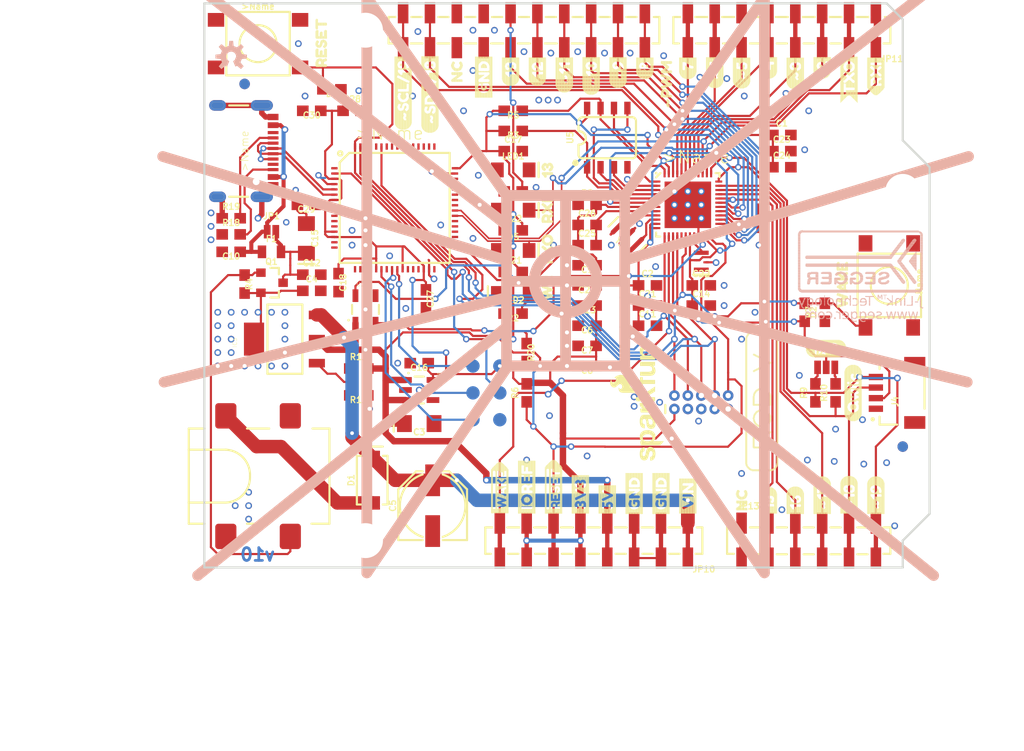
<source format=kicad_pcb>
(kicad_pcb (version 20171130) (host pcbnew "(5.1.9)-1")
  (layers (0 Top signal) (31 Bottom signal) (34 B.Paste user hide) (35 F.Paste user) (36 B.SilkS user hide) (37 F.SilkS user hide) (38 B.Mask user) (39 F.Mask user) (44 Edge.Cuts user hide))
  (net 0 "")
  (net 1 IO2)
  (net 2 IO9)
  (net 3 5V)
  (net 4 GND)
  (net 5 3.3V)
  (net 6 VIN)
  (net 7 D-)
  (net 8 D+)
  (net 9 1.8V)
  (net 10 TDI)
  (net 11 TMS)
  (net 12 TDO)
  (net 13 TCK)
  (net 14 ~RESET)
  (net 15 QSPI_3)
  (net 16 QSPI_2)
  (net 17 QSPI_0)
  (net 18 QSPI_SCK)
  (net 19 QSPI_1)
  (net 20 QSPI_CS)
  (net 21 ~WAKE)
  (net 22 RXI)
  (net 23 TXO)
  (net 24 IO0)
  (net 25 IO1)
  (net 26 SPI_SCK)
  (net 27 IO10)
  (net 28 IO11)
  (net 29 IO18)
  (net 30 IO19)
  (net 31 IO20)
  (net 32 IO21)
  (net 33 IO23)
  (net 34 SPI_MISO)
  (net 35 SPI_MOSI)
  (net 36 IO22)
  (net 37 SDA)
  (net 38 SCL)
  (net 39 "Net-(LED2-PadA)")
  (net 40 "Net-(J3-PadP$4)")
  (net 41 "/SparkFun RED-V RedBoard_1/USBVCC")
  (net 42 "Net-(C10-Pad1)")
  (net 43 "Net-(IC3-Pad1)")
  (net 44 "Net-(D1-PadA)")
  (net 45 "Net-(U3-Pad4)")
  (net 46 "Net-(U2-Pad4)")
  (net 47 "/SparkFun RED-V RedBoard_1/CORE_ENABLE")
  (net 48 "Net-(U4-Pad10)")
  (net 49 "Net-(U4-Pad9)")
  (net 50 "Net-(C25-Pad2)")
  (net 51 "/SparkFun RED-V RedBoard_1/PLL_AVDD")
  (net 52 "Net-(U4-Pad20)")
  (net 53 "Net-(U4-Pad17)")
  (net 54 "Net-(J2-PadA5)")
  (net 55 "Net-(J2-PadB5)")
  (net 56 "Net-(J5-Pad7)")
  (net 57 "Net-(LED1-PadA)")
  (net 58 "Net-(JP2-Pad3A)")
  (net 59 "Net-(JP13-Pad1)")
  (net 60 "/SparkFun RED-V RedBoard_2/DBG_SWO")
  (net 61 "Net-(U6-Pad23)")
  (net 62 "/SparkFun RED-V RedBoard_2/DBG_SWDCLK")
  (net 63 "Net-(U6-Pad20)")
  (net 64 "Net-(U6-Pad19)")
  (net 65 "Net-(U6-Pad18)")
  (net 66 "Net-(U6-Pad17)")
  (net 67 "Net-(U6-Pad32)")
  (net 68 "Net-(U6-Pad29)")
  (net 69 "Net-(U6-Pad28)")
  (net 70 "Net-(U6-Pad27)")
  (net 71 "/SparkFun RED-V RedBoard_2/DBG_SWDIO")
  (net 72 "Net-(U6-Pad41)")
  (net 73 "Net-(U6-Pad42)")
  (net 74 "Net-(U6-Pad43)")
  (net 75 "Net-(U6-Pad44)")
  (net 76 "Net-(U6-Pad45)")
  (net 77 "Net-(U6-Pad46)")
  (net 78 "Net-(U6-Pad33)")
  (net 79 "/SparkFun RED-V RedBoard_2/DBG_RESET")
  (net 80 "Net-(U6-Pad35)")
  (net 81 "Net-(U6-Pad36)")
  (net 82 "Net-(U6-Pad37)")
  (net 83 "Net-(U6-Pad38)")
  (net 84 "Net-(U6-Pad56)")
  (net 85 "Net-(U6-Pad55)")
  (net 86 "Net-(U6-Pad54)")
  (net 87 "Net-(U6-Pad53)")
  (net 88 "Net-(U6-Pad52)")
  (net 89 "Net-(U6-Pad51)")
  (net 90 "Net-(U6-Pad50)")
  (net 91 "Net-(U6-Pad49)")
  (net 92 "Net-(U6-Pad61)")
  (net 93 "Net-(U6-Pad60)")
  (net 94 "Net-(U6-Pad58)")
  (net 95 "Net-(U6-Pad57)")
  (net 96 "Net-(U6-Pad9)")
  (net 97 "Net-(U6-Pad10)")
  (net 98 "Net-(U6-Pad11)")
  (net 99 "Net-(U6-Pad12)")
  (net 100 "Net-(U6-Pad1)")
  (net 101 "Net-(U6-Pad8)")
  (net 102 "Net-(D5-PadA)")
  (net 103 "Net-(LED3-PadA)")
  (net 104 "Net-(I2C1-Pad1)")
  (net 105 "Net-(I2C1-Pad3)")
  (module "SparkFun RED-V RedBoard:0603" (layer Top) (at 143.4211 96.1136 180)
    (fp_text reference R1 (at 0 -0.762) (layer F.SilkS) (effects (font (size 0.57912 0.57912) (thickness 0.115824)) (justify bottom)))
    (fp_text value 4.7k)
    (pad 2 smd rect (at 0.85 0 180) (size 1.1 1) (layers Top F.Paste F.Mask) (net 57 "Net-(LED1-PadA)"))
    (pad 1 smd rect (at -0.85 0 180) (size 1.1 1) (layers Top F.Paste F.Mask) (net 26 SPI_SCK))
  )
  (module "SparkFun RED-V RedBoard:0603" (layer Top) (at 143.4046 107.6706 180)
    (fp_text reference R2 (at 0 -0.762) (layer F.SilkS) (effects (font (size 0.57912 0.57912) (thickness 0.115824)) (justify bottom)))
    (fp_text value 10k)
    (pad 2 smd rect (at 0.85 0 180) (size 1.1 1) (layers Top F.Paste F.Mask) (net 3 5V))
    (pad 1 smd rect (at -0.85 0 180) (size 1.1 1) (layers Top F.Paste F.Mask) (net 39 "Net-(LED2-PadA)"))
  )
  (module "SparkFun RED-V RedBoard:EIA3216" (layer Top) (at 134.5311 118.0686 180)
    (fp_text reference C3 (at 0 -1.143) (layer F.SilkS) (effects (font (size 0.57912 0.57912) (thickness 0.115824)) (justify bottom)))
    (fp_text value 10uF)
    (pad + smd rect (at 1.4 0 270) (size 1.6 1.4) (layers Top F.Paste F.Mask) (net 3 5V))
    (pad - smd rect (at -1.4 0 270) (size 1.6 1.4) (layers Top F.Paste F.Mask) (net 4 GND))
  )
  (module "SparkFun RED-V RedBoard:0603" (layer Top) (at 124.3711 105.5116)
    (fp_text reference C4 (at 0 -0.762) (layer F.SilkS) (effects (font (size 0.57912 0.57912) (thickness 0.115824)) (justify bottom)))
    (fp_text value 0.1uF)
    (pad 2 smd rect (at 0.85 0) (size 1.1 1) (layers Top F.Paste F.Mask) (net 4 GND))
    (pad 1 smd rect (at -0.85 0) (size 1.1 1) (layers Top F.Paste F.Mask) (net 3 5V))
  )
  (module "SparkFun RED-V RedBoard:PANASONIC_D" (layer Top) (at 135.8011 125.8316 90)
    (fp_text reference C5 (at 0 -3.429 90) (layer F.SilkS) (effects (font (size 0.57912 0.57912) (thickness 0.115824)) (justify bottom)))
    (fp_text value 47uF)
    (pad - smd rect (at -2.4 0 90) (size 3 1.4) (layers Top F.Paste F.Mask) (net 4 GND))
    (pad + smd rect (at 2.4 0 90) (size 3 1.4) (layers Top F.Paste F.Mask) (net 6 VIN))
  )
  (module "SparkFun RED-V RedBoard:0603" (layer Top) (at 118.0211 104.8766 270)
    (fp_text reference R4 (at 0 -0.762 90) (layer F.SilkS) (effects (font (size 0.57912 0.57912) (thickness 0.115824)) (justify bottom)))
    (fp_text value 10k)
    (pad 2 smd rect (at 0.85 0 270) (size 1.1 1) (layers Top F.Paste F.Mask) (net 3 5V))
    (pad 1 smd rect (at -0.85 0 270) (size 1.1 1) (layers Top F.Paste F.Mask) (net 40 "Net-(J3-PadP$4)"))
  )
  (module "SparkFun RED-V RedBoard:SOT23-3" (layer Top) (at 120.5611 104.7496 270)
    (fp_text reference Q1 (at -1.651 0) (layer F.SilkS) (effects (font (size 0.57912 0.57912) (thickness 0.115824)) (justify bottom)))
    (fp_text value 1.1A/60V/600mΩ)
    (pad 3 smd rect (at 0 -1.1 270) (size 0.8 0.9) (layers Top F.Paste F.Mask) (net 41 "/SparkFun RED-V RedBoard_1/USBVCC"))
    (pad 2 smd rect (at 0.95 1 270) (size 0.8 0.9) (layers Top F.Paste F.Mask) (net 3 5V))
    (pad 1 smd rect (at -0.95 1 270) (size 0.8 0.9) (layers Top F.Paste F.Mask) (net 40 "Net-(J3-PadP$4)"))
  )
  (module "SparkFun RED-V RedBoard:0603" (layer Top) (at 116.7511 101.8286 180)
    (fp_text reference C10 (at 0 -0.762) (layer F.SilkS) (effects (font (size 0.57912 0.57912) (thickness 0.115824)) (justify bottom)))
    (fp_text value 0.1uF)
    (pad 2 smd rect (at 0.85 0 180) (size 1.1 1) (layers Top F.Paste F.Mask) (net 4 GND))
    (pad 1 smd rect (at -0.85 0 180) (size 1.1 1) (layers Top F.Paste F.Mask) (net 42 "Net-(C10-Pad1)"))
  )
  (module "SparkFun RED-V RedBoard:SOT223-ALT1" (layer Top) (at 121.8311 110.0836 90)
    (fp_text reference IC3 (at -0.8255 -4.5085 90) (layer F.SilkS) (effects (font (size 0.38608 0.38608) (thickness 0.030886)) (justify left bottom)))
    (fp_text value LM1117)
    (pad 4 smd rect (at 0 -2.921 90) (size 3.1242 1.905) (layers Top F.Paste F.Mask) (net 3 5V))
    (pad 3 smd rect (at 2.2885 3.02 90) (size 0.8128 1.524) (layers Top F.Paste F.Mask) (net 6 VIN))
    (pad 2 smd rect (at 0 3.02 90) (size 0.8128 1.524) (layers Top F.Paste F.Mask) (net 3 5V))
    (pad 1 smd rect (at -2.2707 3.02 90) (size 0.8128 1.524) (layers Top F.Paste F.Mask) (net 43 "Net-(IC3-Pad1)"))
  )
  (module "SparkFun RED-V RedBoard:0603" (layer Top) (at 128.8161 115.4016 180)
    (fp_text reference R14 (at 0 -0.762) (layer F.SilkS) (effects (font (size 0.57912 0.57912) (thickness 0.115824)) (justify bottom)))
    (fp_text value 715)
    (pad 2 smd rect (at 0.85 0 180) (size 1.1 1) (layers Top F.Paste F.Mask) (net 43 "Net-(IC3-Pad1)"))
    (pad 1 smd rect (at -0.85 0 180) (size 1.1 1) (layers Top F.Paste F.Mask) (net 4 GND))
  )
  (module "SparkFun RED-V RedBoard:0603" (layer Top) (at 128.8161 112.8616)
    (fp_text reference R15 (at 0 -0.762) (layer F.SilkS) (effects (font (size 0.57912 0.57912) (thickness 0.115824)) (justify bottom)))
    (fp_text value 240)
    (pad 2 smd rect (at 0.85 0) (size 1.1 1) (layers Top F.Paste F.Mask) (net 3 5V))
    (pad 1 smd rect (at -0.85 0) (size 1.1 1) (layers Top F.Paste F.Mask) (net 43 "Net-(IC3-Pad1)"))
  )
  (module "SparkFun RED-V RedBoard:STAND-OFF" (layer Top) (at 129.4511 129.1336)
    (fp_text reference JP3 hide)
    (fp_text value STAND-OFF hide)
    (pad "" np_thru_hole circle (at 0 0) (size 3.302 3.302) (drill 3.302) (layers *.Cu *.Mask))
  )
  (module "SparkFun RED-V RedBoard:STAND-OFF" (layer Top) (at 180.2511 124.0536)
    (fp_text reference JP4 hide)
    (fp_text value STAND-OFF hide)
    (pad "" np_thru_hole circle (at 0 0) (size 3.302 3.302) (drill 3.302) (layers *.Cu *.Mask))
  )
  (module "SparkFun RED-V RedBoard:STAND-OFF" (layer Top) (at 180.2511 96.1136)
    (fp_text reference JP5 hide)
    (fp_text value STAND-OFF hide)
    (pad "" np_thru_hole circle (at 0 0) (size 3.302 3.302) (drill 3.302) (layers *.Cu *.Mask))
  )
  (module "SparkFun RED-V RedBoard:STAND-OFF" (layer Top) (at 129.4511 80.8736)
    (fp_text reference JP6 hide)
    (fp_text value STAND-OFF hide)
    (pad "" np_thru_hole circle (at 0 0) (size 3.302 3.302) (drill 3.302) (layers *.Cu *.Mask))
  )
  (module "SparkFun RED-V RedBoard:FIDUCIAL-1X2" (layer Top) (at 180.2511 120.2436)
    (fp_text reference JP8 hide)
    (fp_text value FIDUCIAL1X2 hide)
    (pad 1 smd roundrect (at 0 0) (size 1 1) (layers Top F.Mask) (roundrect_rratio 0.5))
  )
  (module "SparkFun RED-V RedBoard:FIDUCIAL-1X2" (layer Top) (at 118.0211 85.9536)
    (fp_text reference JP9 hide)
    (fp_text value FIDUCIAL1X2 hide)
    (pad 1 smd roundrect (at 0 0) (size 1 1) (layers Top F.Mask) (roundrect_rratio 0.5))
  )
  (module "SparkFun RED-V RedBoard:OSHW-LOGO-S" (layer Bottom) (at 116.7511 83.3656 180)
    (fp_text reference U$16 hide)
    (fp_text value OSHW-LOGOS hide)
  )
  (module "SparkFun RED-V RedBoard:0603" (layer Top) (at 124.3711 103.9876)
    (fp_text reference C12 (at 0 -0.762) (layer F.SilkS) (effects (font (size 0.57912 0.57912) (thickness 0.115824)) (justify bottom)))
    (fp_text value 0.1uF)
    (pad 2 smd rect (at 0.85 0) (size 1.1 1) (layers Top F.Paste F.Mask) (net 4 GND))
    (pad 1 smd rect (at -0.85 0) (size 1.1 1) (layers Top F.Paste F.Mask) (net 41 "/SparkFun RED-V RedBoard_1/USBVCC"))
  )
  (module "SparkFun RED-V RedBoard:EIA3216" (layer Top) (at 123.8631 100.5586 270)
    (fp_text reference C15 (at 0 -1.143 90) (layer F.SilkS) (effects (font (size 0.57912 0.57912) (thickness 0.115824)) (justify bottom)))
    (fp_text value 10uF)
    (pad + smd rect (at 1.4 0) (size 1.6 1.4) (layers Top F.Paste F.Mask) (net 41 "/SparkFun RED-V RedBoard_1/USBVCC"))
    (pad - smd rect (at -1.4 0) (size 1.6 1.4) (layers Top F.Paste F.Mask) (net 4 GND))
  )
  (module "SparkFun RED-V RedBoard:1X10_SMD_COMBINED" (layer Top) (at 133.0071 80.8736)
    (fp_text reference JP2 (at -1.397 -2.921) (layer F.SilkS) (effects (font (size 0.57912 0.57912) (thickness 0.115824)) (justify left bottom)))
    (fp_text value CONN_10SMD_COMBO-FEMALE)
    (pad 10B smd rect (at 22.86 1.65 270) (size 2 1) (layers Top F.Paste F.Mask) (net 24 IO0))
    (pad 9B smd rect (at 20.32 1.65 270) (size 2 1) (layers Top F.Paste F.Mask) (net 25 IO1))
    (pad 10A smd rect (at 22.86 -1.65 270) (size 2 1) (layers Top F.Paste F.Mask) (net 24 IO0))
    (pad 9A smd rect (at 20.32 -1.65 270) (size 2 1) (layers Top F.Paste F.Mask) (net 25 IO1))
    (pad 1B smd rect (at 0 1.65 270) (size 2 1) (layers Top F.Paste F.Mask) (net 38 SCL))
    (pad 8B smd rect (at 17.78 1.65 270) (size 2 1) (layers Top F.Paste F.Mask) (net 1 IO2))
    (pad 7A smd rect (at 15.24 -1.65 90) (size 2 1) (layers Top F.Paste F.Mask) (net 35 SPI_MOSI))
    (pad 6B smd rect (at 12.7 1.65 90) (size 2 1) (layers Top F.Paste F.Mask) (net 34 SPI_MISO))
    (pad 5A smd rect (at 10.16 -1.65 90) (size 2 1) (layers Top F.Paste F.Mask) (net 26 SPI_SCK))
    (pad 4B smd rect (at 7.62 1.65 90) (size 2 1) (layers Top F.Paste F.Mask) (net 4 GND))
    (pad 3A smd rect (at 5.08 -1.65 90) (size 2 1) (layers Top F.Paste F.Mask) (net 58 "Net-(JP2-Pad3A)"))
    (pad 2B smd rect (at 2.54 1.65 90) (size 2 1) (layers Top F.Paste F.Mask) (net 37 SDA))
    (pad 1A smd rect (at 0 -1.65 90) (size 2 1) (layers Top F.Paste F.Mask) (net 38 SCL))
    (pad 2A smd rect (at 2.54 -1.65 270) (size 2 1) (layers Top F.Paste F.Mask) (net 37 SDA))
    (pad 4A smd rect (at 7.62 -1.65 270) (size 2 1) (layers Top F.Paste F.Mask) (net 4 GND))
    (pad 6A smd rect (at 12.7 -1.65 270) (size 2 1) (layers Top F.Paste F.Mask) (net 34 SPI_MISO))
    (pad 8A smd rect (at 17.78 -1.65 270) (size 2 1) (layers Top F.Paste F.Mask) (net 1 IO2))
    (pad 3B smd rect (at 5.08 1.65 270) (size 2 1) (layers Top F.Paste F.Mask) (net 58 "Net-(JP2-Pad3A)"))
    (pad 5B smd rect (at 10.16 1.65 270) (size 2 1) (layers Top F.Paste F.Mask) (net 26 SPI_SCK))
    (pad 7B smd rect (at 15.24 1.65 270) (size 2 1) (layers Top F.Paste F.Mask) (net 35 SPI_MOSI))
  )
  (module "SparkFun RED-V RedBoard:1X08_SMD_COMBINED" (layer Top) (at 159.9311 129.1336 180)
    (fp_text reference JP10 (at -0.381 -3.048) (layer F.SilkS) (effects (font (size 0.57912 0.57912) (thickness 0.115824)) (justify left bottom)))
    (fp_text value CONN_08SMD-COMBO-FEMALE)
    (fp_line (start 17.78 -1.27) (end 17.78 1.27) (layer Top) (width 0.4064))
    (fp_line (start 15.24 -1.27) (end 15.24 1.27) (layer Top) (width 0.4064))
    (fp_line (start 12.7 -1.27) (end 12.7 1.27) (layer Top) (width 0.4064))
    (fp_line (start 10.16 -1.27) (end 10.16 1.27) (layer Top) (width 0.4064))
    (fp_line (start 7.62 -1.27) (end 7.62 1.27) (layer Top) (width 0.4064))
    (fp_line (start 5.08 -1.27) (end 5.08 1.27) (layer Top) (width 0.4064))
    (fp_line (start 2.54 -1.27) (end 2.54 1.27) (layer Top) (width 0.4064))
    (fp_line (start 0 -1.27) (end 0 1.27) (layer Top) (width 0.4064))
    (pad 1@2 smd rect (at 0 1.65 90) (size 2 1) (layers Top F.Paste F.Mask) (net 6 VIN))
    (pad 8 smd rect (at 17.78 1.65 90) (size 2 1) (layers Top F.Paste F.Mask) (net 21 ~WAKE))
    (pad 7 smd rect (at 15.24 -1.65 270) (size 2 1) (layers Top F.Paste F.Mask) (net 5 3.3V))
    (pad 6 smd rect (at 12.7 1.65 270) (size 2 1) (layers Top F.Paste F.Mask) (net 14 ~RESET))
    (pad 5 smd rect (at 10.16 -1.65 270) (size 2 1) (layers Top F.Paste F.Mask) (net 5 3.3V))
    (pad 4 smd rect (at 7.62 1.65 270) (size 2 1) (layers Top F.Paste F.Mask) (net 3 5V))
    (pad 3 smd rect (at 5.08 -1.65 270) (size 2 1) (layers Top F.Paste F.Mask) (net 4 GND))
    (pad 2 smd rect (at 2.54 1.65 270) (size 2 1) (layers Top F.Paste F.Mask) (net 4 GND))
    (pad 1 smd rect (at 0 -1.65 270) (size 2 1) (layers Top F.Paste F.Mask) (net 6 VIN))
    (pad 2@2 smd rect (at 2.54 -1.65 90) (size 2 1) (layers Top F.Paste F.Mask) (net 4 GND))
    (pad 4@2 smd rect (at 7.62 -1.65 90) (size 2 1) (layers Top F.Paste F.Mask) (net 3 5V))
    (pad 6@2 smd rect (at 12.7 -1.65 90) (size 2 1) (layers Top F.Paste F.Mask) (net 14 ~RESET))
    (pad 8@2 smd rect (at 17.78 -1.65 90) (size 2 1) (layers Top F.Paste F.Mask) (net 21 ~WAKE))
    (pad 3@2 smd rect (at 5.08 1.65 90) (size 2 1) (layers Top F.Paste F.Mask) (net 4 GND))
    (pad 5@2 smd rect (at 10.16 1.65 90) (size 2 1) (layers Top F.Paste F.Mask) (net 5 3.3V))
    (pad 7@2 smd rect (at 15.24 1.65 90) (size 2 1) (layers Top F.Paste F.Mask) (net 5 3.3V))
  )
  (module "SparkFun RED-V RedBoard:LED-1206" (layer Top) (at 143.4211 105.7656 180)
    (fp_text reference LED2 (at 0 -0.9525) (layer F.SilkS) (effects (font (size 0.57912 0.57912) (thickness 0.115824)) (justify bottom)))
    (fp_text value RED)
    (pad C smd rect (at 1.5 0 180) (size 1.2 1.4) (layers Top F.Paste F.Mask) (net 4 GND))
    (pad A smd rect (at -1.5 0 180) (size 1.2 1.4) (layers Top F.Paste F.Mask) (net 39 "Net-(LED2-PadA)"))
  )
  (module "SparkFun RED-V RedBoard:LED-1206" (layer Top) (at 143.4211 94.0816)
    (fp_text reference LED1 (at 0 -0.9525) (layer F.SilkS) (effects (font (size 0.57912 0.57912) (thickness 0.115824)) (justify bottom)))
    (fp_text value BLUE)
    (pad C smd rect (at 1.5 0) (size 1.2 1.4) (layers Top F.Paste F.Mask) (net 4 GND))
    (pad A smd rect (at -1.5 0) (size 1.2 1.4) (layers Top F.Paste F.Mask) (net 57 "Net-(LED1-PadA)"))
  )
  (module "SparkFun RED-V RedBoard:SMA-DIODE" (layer Top) (at 130.0861 123.4186 90)
    (fp_text reference D1 (at 0 -1.651 90) (layer F.SilkS) (effects (font (size 0.57912 0.57912) (thickness 0.115824)) (justify bottom)))
    (fp_text value 1A/40V/500mV)
    (pad C smd rect (at 2.15 0 90) (size 1.27 1.47) (layers Top F.Paste F.Mask) (net 6 VIN))
    (pad A smd rect (at -2.15 0 270) (size 1.27 1.47) (layers Top F.Paste F.Mask) (net 44 "Net-(D1-PadA)"))
  )
  (module "SparkFun RED-V RedBoard:0805" (layer Top) (at 120.5611 101.8286)
    (fp_text reference F1 (at 0 -0.889) (layer F.SilkS) (effects (font (size 0.57912 0.57912) (thickness 0.115824)) (justify bottom)))
    (fp_text value "6V 0.5A")
    (pad 2 smd rect (at 0.9 0) (size 0.8 1.2) (layers Top F.Paste F.Mask) (net 41 "/SparkFun RED-V RedBoard_1/USBVCC"))
    (pad 1 smd rect (at -0.9 0) (size 0.8 1.2) (layers Top F.Paste F.Mask) (net 42 "Net-(C10-Pad1)"))
  )
  (module "SparkFun RED-V RedBoard:1X08_SMD_COMBINED" (layer Top) (at 177.7111 80.8736 180)
    (fp_text reference JP11 (at -0.381 -3.048) (layer F.SilkS) (effects (font (size 0.57912 0.57912) (thickness 0.115824)) (justify left bottom)))
    (fp_text value JP11)
    (fp_line (start 17.78 -1.27) (end 17.78 1.27) (layer Top) (width 0.4064))
    (fp_line (start 15.24 -1.27) (end 15.24 1.27) (layer Top) (width 0.4064))
    (fp_line (start 12.7 -1.27) (end 12.7 1.27) (layer Top) (width 0.4064))
    (fp_line (start 10.16 -1.27) (end 10.16 1.27) (layer Top) (width 0.4064))
    (fp_line (start 7.62 -1.27) (end 7.62 1.27) (layer Top) (width 0.4064))
    (fp_line (start 5.08 -1.27) (end 5.08 1.27) (layer Top) (width 0.4064))
    (fp_line (start 2.54 -1.27) (end 2.54 1.27) (layer Top) (width 0.4064))
    (fp_line (start 0 -1.27) (end 0 1.27) (layer Top) (width 0.4064))
    (pad 1@2 smd rect (at 0 1.65 90) (size 2 1) (layers Top F.Paste F.Mask) (net 22 RXI))
    (pad 8 smd rect (at 17.78 1.65 90) (size 2 1) (layers Top F.Paste F.Mask) (net 33 IO23))
    (pad 7 smd rect (at 15.24 -1.65 270) (size 2 1) (layers Top F.Paste F.Mask) (net 36 IO22))
    (pad 6 smd rect (at 12.7 1.65 270) (size 2 1) (layers Top F.Paste F.Mask) (net 32 IO21))
    (pad 5 smd rect (at 10.16 -1.65 270) (size 2 1) (layers Top F.Paste F.Mask) (net 31 IO20))
    (pad 4 smd rect (at 7.62 1.65 270) (size 2 1) (layers Top F.Paste F.Mask) (net 30 IO19))
    (pad 3 smd rect (at 5.08 -1.65 270) (size 2 1) (layers Top F.Paste F.Mask) (net 29 IO18))
    (pad 2 smd rect (at 2.54 1.65 270) (size 2 1) (layers Top F.Paste F.Mask) (net 23 TXO))
    (pad 1 smd rect (at 0 -1.65 270) (size 2 1) (layers Top F.Paste F.Mask) (net 22 RXI))
    (pad 2@2 smd rect (at 2.54 -1.65 90) (size 2 1) (layers Top F.Paste F.Mask) (net 23 TXO))
    (pad 4@2 smd rect (at 7.62 -1.65 90) (size 2 1) (layers Top F.Paste F.Mask) (net 30 IO19))
    (pad 6@2 smd rect (at 12.7 -1.65 90) (size 2 1) (layers Top F.Paste F.Mask) (net 32 IO21))
    (pad 8@2 smd rect (at 17.78 -1.65 90) (size 2 1) (layers Top F.Paste F.Mask) (net 33 IO23))
    (pad 3@2 smd rect (at 5.08 1.65 90) (size 2 1) (layers Top F.Paste F.Mask) (net 29 IO18))
    (pad 5@2 smd rect (at 10.16 1.65 90) (size 2 1) (layers Top F.Paste F.Mask) (net 31 IO20))
    (pad 7@2 smd rect (at 15.24 1.65 90) (size 2 1) (layers Top F.Paste F.Mask) (net 36 IO22))
  )
  (module "SparkFun RED-V RedBoard:1X06_SMD_STRAIGHT_COMBO" (layer Top) (at 165.0111 129.1336)
    (fp_text reference JP13 (at -0.508 -2.921) (layer F.SilkS) (effects (font (size 0.57912 0.57912) (thickness 0.115824)) (justify left bottom)))
    (fp_text value CONN_06SMD-STRAIGHT-COMBO-FEMALE)
    (fp_line (start 12.7 -1.27) (end 12.7 1.27) (layer Top) (width 0.4064))
    (fp_line (start 10.16 -1.27) (end 10.16 1.27) (layer Top) (width 0.4064))
    (fp_line (start 7.62 -1.27) (end 7.62 1.27) (layer Top) (width 0.4064))
    (fp_line (start 5.08 -1.27) (end 5.08 1.27) (layer Top) (width 0.4064))
    (fp_line (start 2.54 -1.27) (end 2.54 1.27) (layer Top) (width 0.4064))
    (fp_line (start 0 -1.27) (end 0 1.27) (layer Top) (width 0.4064))
    (pad 6-2 smd rect (at 12.7 1.65 90) (size 2 1) (layers Top F.Paste F.Mask))
    (pad 5-2 smd rect (at 10.16 -1.65 90) (size 2 1) (layers Top F.Paste F.Mask))
    (pad 4-2 smd rect (at 7.62 1.65 90) (size 2 1) (layers Top F.Paste F.Mask))
    (pad 3-2 smd rect (at 5.08 -1.65 90) (size 2 1) (layers Top F.Paste F.Mask))
    (pad 2-2 smd rect (at 2.54 1.65 90) (size 2 1) (layers Top F.Paste F.Mask))
    (pad 1-2 smd rect (at 0 -1.65 90) (size 2 1) (layers Top F.Paste F.Mask))
    (pad 2 smd rect (at 2.54 -1.65 270) (size 2 1) (layers Top F.Paste F.Mask) (net 2 IO9))
    (pad 4 smd rect (at 7.62 -1.65 270) (size 2 1) (layers Top F.Paste F.Mask) (net 28 IO11))
    (pad 6 smd rect (at 12.7 -1.65 270) (size 2 1) (layers Top F.Paste F.Mask) (net 38 SCL))
    (pad 1 smd rect (at 0 1.65 270) (size 2 1) (layers Top F.Paste F.Mask) (net 59 "Net-(JP13-Pad1)"))
    (pad 3 smd rect (at 5.08 1.65 270) (size 2 1) (layers Top F.Paste F.Mask) (net 27 IO10))
    (pad 5 smd rect (at 10.16 1.65 270) (size 2 1) (layers Top F.Paste F.Mask) (net 37 SDA))
  )
  (module "SparkFun RED-V RedBoard:POWER_JACK_SMD_OVERPASTE_SUPER_BOMB_DIGITY" (layer Top) (at 116.2431 123.0376)
    (fp_text reference J3 hide)
    (fp_text value POWER_JACKSUPER_BOMB_DIGITY hide)
    (pad "" np_thru_hole circle (at 4.572 0) (size 2.032 2.032) (drill 2.032) (layers *.Cu *.Mask))
    (pad "" np_thru_hole circle (at 0 0) (size 2.032 2.032) (drill 2.032) (layers *.Cu *.Mask))
    (pad P$4 smd roundrect (at 6.1 5.7) (size 2 2.4) (layers Top F.Paste F.Mask) (roundrect_rratio 0.15) (net 40 "Net-(J3-PadP$4)"))
    (pad VIN1 smd roundrect (at 6.1 -5.7) (size 2 2.4) (layers Top F.Paste F.Mask) (roundrect_rratio 0.15))
    (pad GND smd roundrect (at 0 5.7) (size 2 2.4) (layers Top F.Paste F.Mask) (roundrect_rratio 0.15) (net 4 GND))
    (pad VIN0 smd roundrect (at 0 -5.7) (size 2 2.4) (layers Top F.Paste F.Mask) (roundrect_rratio 0.15) (net 44 "Net-(D1-PadA)"))
  )
  (module "SparkFun RED-V RedBoard:SOT23-5" (layer Top) (at 134.5311 114.8936 270)
    (fp_text reference U3 (at -0.889 -2.159 90) (layer F.SilkS) (effects (font (size 0.38608 0.38608) (thickness 0.030886)) (justify left bottom)))
    (fp_text value AP2112-3.3V)
    (pad 5 smd rect (at -0.95 -1.3001 270) (size 0.55 1.2) (layers Top F.Paste F.Mask) (net 5 3.3V))
    (pad 4 smd rect (at 0.95 -1.3001 270) (size 0.55 1.2) (layers Top F.Paste F.Mask) (net 45 "Net-(U3-Pad4)"))
    (pad 3 smd rect (at 0.95 1.3001 270) (size 0.55 1.2) (layers Top F.Paste F.Mask) (net 3 5V))
    (pad 2 smd rect (at 0 1.3001 270) (size 0.55 1.2) (layers Top F.Paste F.Mask) (net 4 GND))
    (pad 1 smd rect (at -0.95 1.3001 270) (size 0.55 1.2) (layers Top F.Paste F.Mask) (net 3 5V))
  )
  (module "SparkFun RED-V RedBoard:0603" (layer Top) (at 134.5311 112.3536 180)
    (fp_text reference C16 (at 0 -0.762) (layer F.SilkS) (effects (font (size 0.57912 0.57912) (thickness 0.115824)) (justify bottom)))
    (fp_text value 1.0uF)
    (pad 2 smd rect (at 0.85 0 180) (size 1.1 1) (layers Top F.Paste F.Mask) (net 4 GND))
    (pad 1 smd rect (at -0.85 0 180) (size 1.1 1) (layers Top F.Paste F.Mask) (net 5 3.3V))
  )
  (module "SparkFun RED-V RedBoard:JST04_1MM_RA" (layer Top) (at 177.7111 115.1636 90)
    (fp_text reference J4 (at -1.397 2.159 90) (layer F.SilkS) (effects (font (size 0.57912 0.57912) (thickness 0.115824)) (justify left bottom)))
    (fp_text value QWIIC)
    (pad 4 smd rect (at 1.5 0 90) (size 0.6 1.35) (layers Top F.Paste F.Mask) (net 38 SCL))
    (pad 3 smd rect (at 0.5 0 90) (size 0.6 1.35) (layers Top F.Paste F.Mask) (net 37 SDA))
    (pad 2 smd rect (at -0.5 0 90) (size 0.6 1.35) (layers Top F.Paste F.Mask) (net 5 3.3V))
    (pad 1 smd rect (at -1.5 0 90) (size 0.6 1.35) (layers Top F.Paste F.Mask) (net 4 GND))
    (pad NC1 smd rect (at 2.8 3.675 90) (size 1.2 2) (layers Top F.Paste F.Mask))
    (pad NC2 smd rect (at -2.8 3.675 90) (size 1.2 2) (layers Top F.Paste F.Mask))
  )
  (module "SparkFun RED-V RedBoard:CREATIVE_COMMONS" (layer Top) (at 115.2111 148.6736)
    (fp_text reference FRAME2 hide)
    (fp_text value FRAME-LETTER hide)
  )
  (module "SparkFun RED-V RedBoard:(QWIIC)" (layer Top) (at 175.5521 117.9576 90)
    (fp_text reference U$1 hide)
    (fp_text value "" hide)
  )
  (module "SparkFun RED-V RedBoard:FIDUCIAL-1X2" (layer Bottom) (at 118.0211 85.9536 180)
    (fp_text reference JP15 hide)
    (fp_text value FIDUCIAL1X2 hide)
    (pad 1 smd roundrect (at 0 0 180) (size 1 1) (layers Bottom B.Mask) (roundrect_rratio 0.5))
  )
  (module "SparkFun RED-V RedBoard:FIDUCIAL-1X2" (layer Bottom) (at 180.2511 120.2436 180)
    (fp_text reference JP16 hide)
    (fp_text value FIDUCIAL1X2 hide)
    (pad 1 smd roundrect (at 0 0 180) (size 1 1) (layers Bottom B.Mask) (roundrect_rratio 0.5))
  )
  (module "SparkFun RED-V RedBoard:SOT23-5" (layer Top) (at 129.4511 107.2736)
    (fp_text reference U2 (at -0.889 -2.159) (layer F.SilkS) (effects (font (size 0.38608 0.38608) (thickness 0.030886)) (justify left bottom)))
    (fp_text value AP2127K-1.8V)
    (pad 5 smd rect (at -0.95 -1.3001) (size 0.55 1.2) (layers Top F.Paste F.Mask) (net 9 1.8V))
    (pad 4 smd rect (at 0.95 -1.3001) (size 0.55 1.2) (layers Top F.Paste F.Mask) (net 46 "Net-(U2-Pad4)"))
    (pad 3 smd rect (at 0.95 1.3001) (size 0.55 1.2) (layers Top F.Paste F.Mask) (net 47 "/SparkFun RED-V RedBoard_1/CORE_ENABLE"))
    (pad 2 smd rect (at 0 1.3001) (size 0.55 1.2) (layers Top F.Paste F.Mask) (net 4 GND))
    (pad 1 smd rect (at -0.95 1.3001) (size 0.55 1.2) (layers Top F.Paste F.Mask) (net 3 5V))
  )
  (module "SparkFun RED-V RedBoard:0603" (layer Top) (at 150.4061 103.0986 180)
    (fp_text reference C9 (at 0 -0.762) (layer F.SilkS) (effects (font (size 0.57912 0.57912) (thickness 0.115824)) (justify bottom)))
    (fp_text value 1.0uF)
    (pad 2 smd rect (at 0.85 0 180) (size 1.1 1) (layers Top F.Paste F.Mask) (net 4 GND))
    (pad 1 smd rect (at -0.85 0 180) (size 1.1 1) (layers Top F.Paste F.Mask) (net 9 1.8V))
  )
  (module "SparkFun RED-V RedBoard:QFN-48-.4MMPITCH" (layer Top) (at 159.9311 97.3836)
    (fp_text reference U4 hide)
    (fp_text value FE310 hide)
    (fp_text user >Name (at -2.54 -3.81) (layer F.SilkS) (effects (font (size 1.2065 1.2065) (thickness 0.1016)) (justify left bottom)))
    (pad 49 smd rect (at 0 0 180) (size 4.4 4.4) (layers Top F.Mask) (net 4 GND))
    (pad 12 smd rect (at -2.925 2.2 180) (size 0.65 0.2) (layers Top F.Mask) (net 5 3.3V))
    (pad 11 smd rect (at -2.925 1.8 180) (size 0.65 0.2) (layers Top F.Mask) (net 5 3.3V))
    (pad 10 smd rect (at -2.925 1.4 180) (size 0.65 0.2) (layers Top F.Mask) (net 48 "Net-(U4-Pad10)"))
    (pad 9 smd rect (at -2.925 1 180) (size 0.65 0.2) (layers Top F.Mask) (net 49 "Net-(U4-Pad9)"))
    (pad 8 smd rect (at -2.925 0.6 180) (size 0.65 0.2) (layers Top F.Mask) (net 50 "Net-(C25-Pad2)"))
    (pad 7 smd rect (at -2.925 0.2 180) (size 0.65 0.2) (layers Top F.Mask) (net 51 "/SparkFun RED-V RedBoard_1/PLL_AVDD"))
    (pad 6 smd rect (at -2.925 -0.2 180) (size 0.65 0.2) (layers Top F.Mask) (net 9 1.8V))
    (pad 5 smd rect (at -2.925 -0.6 180) (size 0.65 0.2) (layers Top F.Mask) (net 20 QSPI_CS))
    (pad 4 smd rect (at -2.925 -1 180) (size 0.65 0.2) (layers Top F.Mask) (net 17 QSPI_0))
    (pad 3 smd rect (at -2.925 -1.4 180) (size 0.65 0.2) (layers Top F.Mask) (net 19 QSPI_1))
    (pad 2 smd rect (at -2.925 -1.8 180) (size 0.65 0.2) (layers Top F.Mask) (net 16 QSPI_2))
    (pad 1 smd rect (at -2.925 -2.2 180) (size 0.65 0.2) (layers Top F.Mask) (net 15 QSPI_3))
    (pad 24 smd rect (at 2.2 2.925 270) (size 0.65 0.2) (layers Top F.Mask) (net 14 ~RESET))
    (pad 23 smd rect (at 1.8 2.925 270) (size 0.65 0.2) (layers Top F.Mask) (net 5 3.3V))
    (pad 22 smd rect (at 1.4 2.925 270) (size 0.65 0.2) (layers Top F.Mask) (net 47 "/SparkFun RED-V RedBoard_1/CORE_ENABLE"))
    (pad 21 smd rect (at 1 2.925 270) (size 0.65 0.2) (layers Top F.Mask) (net 4 GND))
    (pad 20 smd rect (at 0.6 2.925 270) (size 0.65 0.2) (layers Top F.Mask) (net 52 "Net-(U4-Pad20)"))
    (pad 19 smd rect (at 0.2 2.925 270) (size 0.65 0.2) (layers Top F.Mask) (net 5 3.3V))
    (pad 18 smd rect (at -0.2 2.925 270) (size 0.65 0.2) (layers Top F.Mask) (net 21 ~WAKE))
    (pad 17 smd rect (at -0.6 2.925 270) (size 0.65 0.2) (layers Top F.Mask) (net 53 "Net-(U4-Pad17)"))
    (pad 16 smd rect (at -1 2.925 270) (size 0.65 0.2) (layers Top F.Mask) (net 10 TDI))
    (pad 15 smd rect (at -1.4 2.925 270) (size 0.65 0.2) (layers Top F.Mask) (net 11 TMS))
    (pad 14 smd rect (at -1.8 2.925 270) (size 0.65 0.2) (layers Top F.Mask) (net 12 TDO))
    (pad 13 smd rect (at -2.2 2.925 270) (size 0.65 0.2) (layers Top F.Mask) (net 13 TCK))
    (pad 36 smd rect (at 2.925 -2.2) (size 0.65 0.2) (layers Top F.Mask) (net 37 SDA))
    (pad 35 smd rect (at 2.925 -1.8) (size 0.65 0.2) (layers Top F.Mask) (net 28 IO11))
    (pad 34 smd rect (at 2.925 -1.4) (size 0.65 0.2) (layers Top F.Mask) (net 27 IO10))
    (pad 33 smd rect (at 2.925 -1) (size 0.65 0.2) (layers Top F.Mask) (net 2 IO9))
    (pad 32 smd rect (at 2.925 -0.6) (size 0.65 0.2) (layers Top F.Mask) (net 5 3.3V))
    (pad 31 smd rect (at 2.925 -0.2) (size 0.65 0.2) (layers Top F.Mask) (net 26 SPI_SCK))
    (pad 30 smd rect (at 2.925 0.2) (size 0.65 0.2) (layers Top F.Mask) (net 9 1.8V))
    (pad 29 smd rect (at 2.925 0.6) (size 0.65 0.2) (layers Top F.Mask) (net 34 SPI_MISO))
    (pad 28 smd rect (at 2.925 1) (size 0.65 0.2) (layers Top F.Mask) (net 35 SPI_MOSI))
    (pad 27 smd rect (at 2.925 1.4) (size 0.65 0.2) (layers Top F.Mask) (net 1 IO2))
    (pad 26 smd rect (at 2.925 1.8) (size 0.65 0.2) (layers Top F.Mask) (net 25 IO1))
    (pad 25 smd rect (at 2.925 2.2) (size 0.65 0.2) (layers Top F.Mask) (net 24 IO0))
    (pad 48 smd rect (at -2.2 -2.925 90) (size 0.65 0.2) (layers Top F.Mask) (net 18 QSPI_SCK))
    (pad 47 smd rect (at -1.8 -2.925 90) (size 0.65 0.2) (layers Top F.Mask) (net 5 3.3V))
    (pad 46 smd rect (at -1.4 -2.925 90) (size 0.65 0.2) (layers Top F.Mask) (net 9 1.8V))
    (pad 45 smd rect (at -1 -2.925 90) (size 0.65 0.2) (layers Top F.Mask) (net 33 IO23))
    (pad 44 smd rect (at -0.6 -2.925 90) (size 0.65 0.2) (layers Top F.Mask) (net 36 IO22))
    (pad 43 smd rect (at -0.2 -2.925 90) (size 0.65 0.2) (layers Top F.Mask) (net 32 IO21))
    (pad 42 smd rect (at 0.2 -2.925 90) (size 0.65 0.2) (layers Top F.Mask) (net 31 IO20))
    (pad 41 smd rect (at 0.6 -2.925 90) (size 0.65 0.2) (layers Top F.Mask) (net 30 IO19))
    (pad 40 smd rect (at 1 -2.925 90) (size 0.65 0.2) (layers Top F.Mask) (net 29 IO18))
    (pad 39 smd rect (at 1.4 -2.925 90) (size 0.65 0.2) (layers Top F.Mask) (net 23 TXO))
    (pad 38 smd rect (at 1.8 -2.925 90) (size 0.65 0.2) (layers Top F.Mask) (net 22 RXI))
    (pad 37 smd rect (at 2.2 -2.925 90) (size 0.65 0.2) (layers Top F.Mask) (net 38 SCL))
  )
  (module "SparkFun RED-V RedBoard:2X5-PTH-1.27MM-NO_SILK" (layer Top) (at 161.2011 116.0526)
    (fp_text reference J5 hide)
    (fp_text value CORTEX_JTAG_DEBUG_PTH_NS hide)
    (pad 9 thru_hole circle (at 2.54 0.635) (size 1 1) (drill 0.508) (layers *.Cu *.Mask) (net 4 GND))
    (pad 1 thru_hole circle (at -2.54 0.635) (size 1 1) (drill 0.508) (layers *.Cu *.Mask) (net 5 3.3V))
    (pad 3 thru_hole circle (at -1.27 0.635) (size 1 1) (drill 0.508) (layers *.Cu *.Mask) (net 4 GND))
    (pad 5 thru_hole circle (at 0 0.635) (size 1 1) (drill 0.508) (layers *.Cu *.Mask) (net 4 GND))
    (pad 7 thru_hole circle (at 1.27 0.635) (size 1 1) (drill 0.508) (layers *.Cu *.Mask) (net 56 "Net-(J5-Pad7)"))
    (pad 10 thru_hole circle (at 2.54 -0.635) (size 1 1) (drill 0.508) (layers *.Cu *.Mask) (net 14 ~RESET))
    (pad 2 thru_hole circle (at -2.54 -0.635) (size 1 1) (drill 0.508) (layers *.Cu *.Mask) (net 11 TMS))
    (pad 4 thru_hole circle (at -1.27 -0.635) (size 1 1) (drill 0.508) (layers *.Cu *.Mask) (net 13 TCK))
    (pad 6 thru_hole circle (at 0 -0.635) (size 1 1) (drill 0.508) (layers *.Cu *.Mask) (net 12 TDO))
    (pad 8 thru_hole circle (at 1.27 -0.635) (size 1 1) (drill 0.508) (layers *.Cu *.Mask) (net 10 TDI))
  )
  (module "SparkFun RED-V RedBoard:0603" (layer Top) (at 168.8211 90.7796)
    (fp_text reference C1 (at 0 -0.762) (layer F.SilkS) (effects (font (size 0.57912 0.57912) (thickness 0.115824)) (justify bottom)))
    (fp_text value 10uF)
    (pad 2 smd rect (at 0.85 0) (size 1.1 1) (layers Top F.Paste F.Mask) (net 4 GND))
    (pad 1 smd rect (at -0.85 0) (size 1.1 1) (layers Top F.Paste F.Mask) (net 9 1.8V))
  )
  (module "SparkFun RED-V RedBoard:0603" (layer Top) (at 143.4211 90.3986 180)
    (fp_text reference R3 (at 0 -0.762) (layer F.SilkS) (effects (font (size 0.57912 0.57912) (thickness 0.115824)) (justify bottom)))
    (fp_text value 100k)
    (pad 2 smd rect (at 0.85 0 180) (size 1.1 1) (layers Top F.Paste F.Mask) (net 5 3.3V))
    (pad 1 smd rect (at -0.85 0 180) (size 1.1 1) (layers Top F.Paste F.Mask) (net 20 QSPI_CS))
  )
  (module "SparkFun RED-V RedBoard:SO08" (layer Top) (at 152.3111 91.0336)
    (fp_text reference U5 (at -3.175 0 90) (layer F.SilkS) (effects (font (size 0.57912 0.57912) (thickness 0.115824)) (justify bottom)))
    (fp_text value 32MBit)
    (pad 8 smd rect (at -1.905 -2.8) (size 0.6 1.2) (layers Top F.Paste F.Mask) (net 5 3.3V))
    (pad 7 smd rect (at -0.635 -2.8) (size 0.6 1.2) (layers Top F.Paste F.Mask) (net 15 QSPI_3))
    (pad 6 smd rect (at 0.635 -2.8) (size 0.6 1.2) (layers Top F.Paste F.Mask) (net 18 QSPI_SCK))
    (pad 5 smd rect (at 1.905 -2.8) (size 0.6 1.2) (layers Top F.Paste F.Mask) (net 17 QSPI_0))
    (pad 4 smd rect (at 1.905 2.8) (size 0.6 1.2) (layers Top F.Paste F.Mask) (net 4 GND))
    (pad 3 smd rect (at 0.635 2.8) (size 0.6 1.2) (layers Top F.Paste F.Mask) (net 16 QSPI_2))
    (pad 2 smd rect (at -0.635 2.8) (size 0.6 1.2) (layers Top F.Paste F.Mask) (net 19 QSPI_1))
    (pad 1 smd rect (at -1.905 2.8) (size 0.6 1.2) (layers Top F.Paste F.Mask) (net 20 QSPI_CS))
  )
  (module "SparkFun RED-V RedBoard:0603" (layer Top) (at 156.1211 105.0036)
    (fp_text reference C2 (at 0 -0.762) (layer F.SilkS) (effects (font (size 0.57912 0.57912) (thickness 0.115824)) (justify bottom)))
    (fp_text value 0.1uF)
    (pad 2 smd rect (at 0.85 0) (size 1.1 1) (layers Top F.Paste F.Mask) (net 4 GND))
    (pad 1 smd rect (at -0.85 0) (size 1.1 1) (layers Top F.Paste F.Mask) (net 5 3.3V))
  )
  (module "SparkFun RED-V RedBoard:0603" (layer Top) (at 143.4211 88.4936 180)
    (fp_text reference R5 (at 0 -0.762) (layer F.SilkS) (effects (font (size 0.57912 0.57912) (thickness 0.115824)) (justify bottom)))
    (fp_text value 100k)
    (pad 2 smd rect (at 0.85 0 180) (size 1.1 1) (layers Top F.Paste F.Mask) (net 5 3.3V))
    (pad 1 smd rect (at -0.85 0 180) (size 1.1 1) (layers Top F.Paste F.Mask) (net 15 QSPI_3))
  )
  (module "SparkFun RED-V RedBoard:CREATIVE_COMMONS" (layer Top) (at 115.2111 148.6736)
    (fp_text reference FRAME1 hide)
    (fp_text value FRAME-LETTER hide)
  )
  (module "SparkFun RED-V RedBoard:TACTILE_SWITCH_SMD_6.2MM_TALL" (layer Top) (at 178.9811 105.0036 270)
    (fp_text reference S1 hide)
    (fp_text value MOMENTARY-SWITCH-SPST-SMD-6.2MM-TALL hide)
    (fp_text user >Name (at 0 -3.175 270) (layer F.SilkS) (effects (font (size 0.57912 0.57912) (thickness 0.12192)) (justify bottom)))
    (pad B2 smd rect (at 3.975 -2.25) (size 1.3 1.55) (layers Top F.Paste F.Mask) (net 4 GND))
    (pad B1 smd rect (at -3.975 -2.25) (size 1.3 1.55) (layers Top F.Paste F.Mask))
    (pad A2 smd rect (at 3.975 2.25) (size 1.3 1.55) (layers Top F.Paste F.Mask) (net 21 ~WAKE))
    (pad A1 smd rect (at -3.975 2.25) (size 1.3 1.55) (layers Top F.Paste F.Mask))
  )
  (module "SparkFun RED-V RedBoard:TACTILE_SWITCH_SMD_6.2MM_TALL" (layer Top) (at 119.2911 82.1436)
    (fp_text reference S2 hide)
    (fp_text value MOMENTARY-SWITCH-SPST-SMD-6.2MM-TALL hide)
    (fp_text user >Name (at 0 -3.175) (layer F.SilkS) (effects (font (size 0.57912 0.57912) (thickness 0.12192)) (justify bottom)))
    (pad B2 smd rect (at 3.975 -2.25 90) (size 1.3 1.55) (layers Top F.Paste F.Mask) (net 4 GND))
    (pad B1 smd rect (at -3.975 -2.25 90) (size 1.3 1.55) (layers Top F.Paste F.Mask))
    (pad A2 smd rect (at 3.975 2.25 90) (size 1.3 1.55) (layers Top F.Paste F.Mask) (net 14 ~RESET))
    (pad A1 smd rect (at -3.975 2.25 90) (size 1.3 1.55) (layers Top F.Paste F.Mask))
  )
  (module "SparkFun RED-V RedBoard:0603" (layer Top) (at 172.8851 107.5436 90)
    (fp_text reference D2 (at 0 -0.762 90) (layer F.SilkS) (effects (font (size 0.57912 0.57912) (thickness 0.115824)) (justify bottom)))
    (fp_text value 24V)
    (pad 2 smd rect (at 0.85 0 90) (size 1.1 1) (layers Top F.Paste F.Mask) (net 21 ~WAKE))
    (pad 1 smd rect (at -0.85 0 90) (size 1.1 1) (layers Top F.Paste F.Mask) (net 4 GND))
  )
  (module "SparkFun RED-V RedBoard:0603" (layer Top) (at 126.2761 86.4616 180)
    (fp_text reference D4 (at 0 -0.762) (layer F.SilkS) (effects (font (size 0.57912 0.57912) (thickness 0.115824)) (justify bottom)))
    (fp_text value 24V)
    (pad 2 smd rect (at 0.85 0 180) (size 1.1 1) (layers Top F.Paste F.Mask) (net 14 ~RESET))
    (pad 1 smd rect (at -0.85 0 180) (size 1.1 1) (layers Top F.Paste F.Mask) (net 4 GND))
  )
  (module "SparkFun RED-V RedBoard:0603" (layer Top) (at 144.6911 115.1636 90)
    (fp_text reference R6 (at 0 -0.762 90) (layer F.SilkS) (effects (font (size 0.57912 0.57912) (thickness 0.115824)) (justify bottom)))
    (fp_text value 100k)
    (pad 2 smd rect (at 0.85 0 90) (size 1.1 1) (layers Top F.Paste F.Mask) (net 5 3.3V))
    (pad 1 smd rect (at -0.85 0 90) (size 1.1 1) (layers Top F.Paste F.Mask) (net 14 ~RESET))
  )
  (module "SparkFun RED-V RedBoard:0603" (layer Top) (at 170.9801 107.5436 270)
    (fp_text reference R7 (at 0 -0.762 90) (layer F.SilkS) (effects (font (size 0.57912 0.57912) (thickness 0.115824)) (justify bottom)))
    (fp_text value 100k)
    (pad 2 smd rect (at 0.85 0 270) (size 1.1 1) (layers Top F.Paste F.Mask) (net 5 3.3V))
    (pad 1 smd rect (at -0.85 0 270) (size 1.1 1) (layers Top F.Paste F.Mask) (net 21 ~WAKE))
  )
  (module "SparkFun RED-V RedBoard:0603" (layer Top) (at 150.4061 108.8136 180)
    (fp_text reference C6 (at 0 -0.762) (layer F.SilkS) (effects (font (size 0.57912 0.57912) (thickness 0.115824)) (justify bottom)))
    (fp_text value 10uF)
    (pad 2 smd rect (at 0.85 0 180) (size 1.1 1) (layers Top F.Paste F.Mask) (net 4 GND))
    (pad 1 smd rect (at -0.85 0 180) (size 1.1 1) (layers Top F.Paste F.Mask) (net 5 3.3V))
  )
  (module "SparkFun RED-V RedBoard:0603" (layer Top) (at 150.4061 110.7186 180)
    (fp_text reference C7 (at 0 -0.762) (layer F.SilkS) (effects (font (size 0.57912 0.57912) (thickness 0.115824)) (justify bottom)))
    (fp_text value 10uF)
    (pad 2 smd rect (at 0.85 0 180) (size 1.1 1) (layers Top F.Paste F.Mask) (net 4 GND))
    (pad 1 smd rect (at -0.85 0 180) (size 1.1 1) (layers Top F.Paste F.Mask) (net 5 3.3V))
  )
  (module "SparkFun RED-V RedBoard:0603" (layer Top) (at 150.4061 112.6236 180)
    (fp_text reference C8 (at 0 -0.762) (layer F.SilkS) (effects (font (size 0.57912 0.57912) (thickness 0.115824)) (justify bottom)))
    (fp_text value 10uF)
    (pad 2 smd rect (at 0.85 0 180) (size 1.1 1) (layers Top F.Paste F.Mask) (net 4 GND))
    (pad 1 smd rect (at -0.85 0 180) (size 1.1 1) (layers Top F.Paste F.Mask) (net 5 3.3V))
  )
  (module "SparkFun RED-V RedBoard:0603" (layer Top) (at 156.1211 108.8136)
    (fp_text reference C11 (at 0 -0.762) (layer F.SilkS) (effects (font (size 0.57912 0.57912) (thickness 0.115824)) (justify bottom)))
    (fp_text value 10uF)
    (pad 2 smd rect (at 0.85 0) (size 1.1 1) (layers Top F.Paste F.Mask) (net 4 GND))
    (pad 1 smd rect (at -0.85 0) (size 1.1 1) (layers Top F.Paste F.Mask) (net 5 3.3V))
  )
  (module "SparkFun RED-V RedBoard:0603" (layer Top) (at 150.4061 106.9086 180)
    (fp_text reference C13 (at 0 -0.762) (layer F.SilkS) (effects (font (size 0.57912 0.57912) (thickness 0.115824)) (justify bottom)))
    (fp_text value 10uF)
    (pad 2 smd rect (at 0.85 0 180) (size 1.1 1) (layers Top F.Paste F.Mask) (net 4 GND))
    (pad 1 smd rect (at -0.85 0 180) (size 1.1 1) (layers Top F.Paste F.Mask) (net 5 3.3V))
  )
  (module "SparkFun RED-V RedBoard:0603" (layer Top) (at 161.2011 106.9086)
    (fp_text reference C14 (at 0 -0.762) (layer F.SilkS) (effects (font (size 0.57912 0.57912) (thickness 0.115824)) (justify bottom)))
    (fp_text value 0.1uF)
    (pad 2 smd rect (at 0.85 0) (size 1.1 1) (layers Top F.Paste F.Mask) (net 4 GND))
    (pad 1 smd rect (at -0.85 0) (size 1.1 1) (layers Top F.Paste F.Mask) (net 5 3.3V))
  )
  (module "SparkFun RED-V RedBoard:0603" (layer Top) (at 166.9161 98.6536 270)
    (fp_text reference C19 (at 0 -0.762 90) (layer F.SilkS) (effects (font (size 0.57912 0.57912) (thickness 0.115824)) (justify bottom)))
    (fp_text value 0.1uF)
    (pad 2 smd rect (at 0.85 0 270) (size 1.1 1) (layers Top F.Paste F.Mask) (net 4 GND))
    (pad 1 smd rect (at -0.85 0 270) (size 1.1 1) (layers Top F.Paste F.Mask) (net 5 3.3V))
  )
  (module "SparkFun RED-V RedBoard:0603" (layer Top) (at 150.4061 105.0036 180)
    (fp_text reference C20 (at 0 -0.762) (layer F.SilkS) (effects (font (size 0.57912 0.57912) (thickness 0.115824)) (justify bottom)))
    (fp_text value 0.1uF)
    (pad 2 smd rect (at 0.85 0 180) (size 1.1 1) (layers Top F.Paste F.Mask) (net 4 GND))
    (pad 1 smd rect (at -0.85 0 180) (size 1.1 1) (layers Top F.Paste F.Mask) (net 5 3.3V))
  )
  (module "SparkFun RED-V RedBoard:0603" (layer Top) (at 156.1211 106.9086)
    (fp_text reference C21 (at 0 -0.762) (layer F.SilkS) (effects (font (size 0.57912 0.57912) (thickness 0.115824)) (justify bottom)))
    (fp_text value 0.1uF)
    (pad 2 smd rect (at 0.85 0) (size 1.1 1) (layers Top F.Paste F.Mask) (net 4 GND))
    (pad 1 smd rect (at -0.85 0) (size 1.1 1) (layers Top F.Paste F.Mask) (net 5 3.3V))
  )
  (module "SparkFun RED-V RedBoard:RESONATOR-SMD-3.2X1.3" (layer Top) (at 154.2161 100.3046 135)
    (fp_text reference Y2 (at 0 -1.270005 -45) (layer F.SilkS) (effects (font (size 0.57912 0.57912) (thickness 0.115824)) (justify bottom)))
    (fp_text value 16MHz)
    (fp_line (start -1.2 0) (end -1.2 -1.016) (layer Top) (width 0.254))
    (fp_line (start -1.2 1.016) (end -1.2 0) (layer Top) (width 0.254))
    (fp_line (start 1.2 0) (end 1.2 -1.016) (layer Top) (width 0.254))
    (fp_line (start 1.2 0) (end 1.2 1.016) (layer Top) (width 0.254))
    (fp_line (start 0 0) (end 0 -1.016) (layer Top) (width 0.254))
    (fp_line (start 0 0) (end 0 1.016) (layer Top) (width 0.254))
    (pad 3 smd roundrect (at 1.2 0 135) (size 0.45 1.905) (layers Top F.Paste F.Mask) (roundrect_rratio 0.5) (net 49 "Net-(U4-Pad9)"))
    (pad 2 smd roundrect (at 0 0 135) (size 0.45 1.905) (layers Top F.Paste F.Mask) (roundrect_rratio 0.5) (net 4 GND))
    (pad 1 smd roundrect (at -1.2 0 135) (size 0.45 1.905) (layers Top F.Paste F.Mask) (roundrect_rratio 0.5) (net 48 "Net-(U4-Pad10)"))
  )
  (module "SparkFun RED-V RedBoard:CRYSTAL-SMD-2X1.2MM" (layer Top) (at 161.2011 102.7176 90)
    (fp_text reference Y1 hide)
    (fp_text value 32.768KHZ hide)
    (pad 1 smd rect (at -0.8 0 180) (size 1.4 0.4) (layers Top F.Paste F.Mask))
    (pad 4 smd rect (at 0.1 -0.45 180) (size 0.5 0.2) (layers Top F.Paste F.Mask) (net 5 3.3V))
    (pad 3 smd rect (at 0.8 0 180) (size 1.4 0.4) (layers Top F.Paste F.Mask) (net 52 "Net-(U4-Pad20)"))
    (pad 2 smd rect (at -0.1 0.45 180) (size 0.5 0.2) (layers Top F.Paste F.Mask) (net 4 GND))
  )
  (module "SparkFun RED-V RedBoard:0603" (layer Top) (at 161.2011 105.0036)
    (fp_text reference C22 (at 0 -0.762) (layer F.SilkS) (effects (font (size 0.57912 0.57912) (thickness 0.115824)) (justify bottom)))
    (fp_text value 0.1uF)
    (pad 2 smd rect (at 0.85 0) (size 1.1 1) (layers Top F.Paste F.Mask) (net 4 GND))
    (pad 1 smd rect (at -0.85 0) (size 1.1 1) (layers Top F.Paste F.Mask) (net 5 3.3V))
  )
  (module "SparkFun RED-V RedBoard:0603" (layer Top) (at 168.8211 92.3036)
    (fp_text reference C23 (at 0 -0.762) (layer F.SilkS) (effects (font (size 0.57912 0.57912) (thickness 0.115824)) (justify bottom)))
    (fp_text value 0.1uF)
    (pad 2 smd rect (at 0.85 0) (size 1.1 1) (layers Top F.Paste F.Mask) (net 4 GND))
    (pad 1 smd rect (at -0.85 0) (size 1.1 1) (layers Top F.Paste F.Mask) (net 9 1.8V))
  )
  (module "SparkFun RED-V RedBoard:0603" (layer Top) (at 168.8211 93.8276)
    (fp_text reference C24 (at 0 -0.762) (layer F.SilkS) (effects (font (size 0.57912 0.57912) (thickness 0.115824)) (justify bottom)))
    (fp_text value 0.1uF)
    (pad 2 smd rect (at 0.85 0) (size 1.1 1) (layers Top F.Paste F.Mask) (net 4 GND))
    (pad 1 smd rect (at -0.85 0) (size 1.1 1) (layers Top F.Paste F.Mask) (net 9 1.8V))
  )
  (module "SparkFun RED-V RedBoard:0603" (layer Top) (at 150.4061 101.1936)
    (fp_text reference C25 (at 0 -0.762) (layer F.SilkS) (effects (font (size 0.57912 0.57912) (thickness 0.115824)) (justify bottom)))
    (fp_text value 0.1uF)
    (pad 2 smd rect (at 0.85 0) (size 1.1 1) (layers Top F.Paste F.Mask) (net 50 "Net-(C25-Pad2)"))
    (pad 1 smd rect (at -0.85 0) (size 1.1 1) (layers Top F.Paste F.Mask) (net 51 "/SparkFun RED-V RedBoard_1/PLL_AVDD"))
  )
  (module "SparkFun RED-V RedBoard:0603" (layer Top) (at 150.4061 99.2886)
    (fp_text reference C26 (at 0 -0.762) (layer F.SilkS) (effects (font (size 0.57912 0.57912) (thickness 0.115824)) (justify bottom)))
    (fp_text value 0.1uF)
    (pad 2 smd rect (at 0.85 0) (size 1.1 1) (layers Top F.Paste F.Mask) (net 50 "Net-(C25-Pad2)"))
    (pad 1 smd rect (at -0.85 0) (size 1.1 1) (layers Top F.Paste F.Mask) (net 51 "/SparkFun RED-V RedBoard_1/PLL_AVDD"))
  )
  (module "SparkFun RED-V RedBoard:0603" (layer Top) (at 150.4061 97.3836)
    (fp_text reference R8 (at 0 -0.762) (layer F.SilkS) (effects (font (size 0.57912 0.57912) (thickness 0.115824)) (justify bottom)))
    (fp_text value 100)
    (pad 2 smd rect (at 0.85 0) (size 1.1 1) (layers Top F.Paste F.Mask) (net 51 "/SparkFun RED-V RedBoard_1/PLL_AVDD"))
    (pad 1 smd rect (at -0.85 0) (size 1.1 1) (layers Top F.Paste F.Mask) (net 9 1.8V))
  )
  (module "SparkFun RED-V RedBoard:0603" (layer Top) (at 171.9961 115.1636 90)
    (fp_text reference R9 (at 0 -0.762 90) (layer F.SilkS) (effects (font (size 0.57912 0.57912) (thickness 0.115824)) (justify bottom)))
    (fp_text value 4.7k)
    (pad 2 smd rect (at 0.85 0 90) (size 1.1 1) (layers Top F.Paste F.Mask) (net 104 "Net-(I2C1-Pad1)"))
    (pad 1 smd rect (at -0.85 0 90) (size 1.1 1) (layers Top F.Paste F.Mask) (net 38 SCL))
  )
  (module "SparkFun RED-V RedBoard:0603" (layer Top) (at 173.9011 115.1636 90)
    (fp_text reference R10 (at 0 -0.762 90) (layer F.SilkS) (effects (font (size 0.57912 0.57912) (thickness 0.115824)) (justify bottom)))
    (fp_text value 4.7k)
    (pad 2 smd rect (at 0.85 0 90) (size 1.1 1) (layers Top F.Paste F.Mask) (net 105 "Net-(I2C1-Pad3)"))
    (pad 1 smd rect (at -0.85 0 90) (size 1.1 1) (layers Top F.Paste F.Mask) (net 37 SDA))
  )
  (module "SparkFun RED-V RedBoard:#324" (layer Top) (at 170.0911 86.5886 90)
    (fp_text reference U$2 hide)
    (fp_text value "" hide)
  )
  (module "SparkFun RED-V RedBoard:#522" (layer Top) (at 165.0111 86.4616 90)
    (fp_text reference U$3 hide)
    (fp_text value "" hide)
  )
  (module "SparkFun RED-V RedBoard:#621" (layer Top) (at 162.4711 86.4616 90)
    (fp_text reference U$4 hide)
    (fp_text value "" hide)
  )
  (module "SparkFun RED-V RedBoard:#918" (layer Top) (at 153.3271 86.4616 90)
    (fp_text reference U$9 hide)
    (fp_text value "" hide)
  )
  (module "SparkFun RED-V RedBoard:#1017" (layer Top) (at 150.7871 87.0966 90)
    (fp_text reference U$14 hide)
    (fp_text value "" hide)
  )
  (module "SparkFun RED-V RedBoard:#1116" (layer Top) (at 148.2471 86.8426 90)
    (fp_text reference U$15 hide)
    (fp_text value "" hide)
  )
  (module "SparkFun RED-V RedBoard:#1710" (layer Top) (at 172.6311 127.1016 90)
    (fp_text reference U$17 hide)
    (fp_text value "" hide)
  )
  (module "SparkFun RED-V RedBoard:#1812" (layer Top) (at 175.1711 127.1016 90)
    (fp_text reference U$18 hide)
    (fp_text value "" hide)
  )
  (module "SparkFun RED-V RedBoard:#1911" (layer Top) (at 177.7111 127.1016 90)
    (fp_text reference U$19 hide)
    (fp_text value "" hide)
  )
  (module "SparkFun RED-V RedBoard:#RESET2" (layer Top) (at 147.2311 127.2286 90)
    (fp_text reference U$20 hide)
    (fp_text value "" hide)
  )
  (module "SparkFun RED-V RedBoard:#SCL#1926" (layer Top) (at 133.0071 90.3986 90)
    (fp_text reference U$21 hide)
    (fp_text value "" hide)
  )
  (module "SparkFun RED-V RedBoard:#SDA#1827" (layer Top) (at 135.5471 90.6526 90)
    (fp_text reference U$22 hide)
    (fp_text value "" hide)
  )
  (module "SparkFun RED-V RedBoard:#WAKE0" (layer Top) (at 142.1511 127.2286 90)
    (fp_text reference U$23 hide)
    (fp_text value "" hide)
  )
  (module "SparkFun RED-V RedBoard:3V33" (layer Top) (at 149.7711 127.1016 90)
    (fp_text reference U$24 hide)
    (fp_text value "" hide)
  )
  (module "SparkFun RED-V RedBoard:5V4" (layer Top) (at 152.3111 127.1016 90)
    (fp_text reference U$25 hide)
    (fp_text value "" hide)
  )
  (module "SparkFun RED-V RedBoard:158" (layer Top) (at 167.5511 127.1016 90)
    (fp_text reference U$26 hide)
    (fp_text value "" hide)
  )
  (module "SparkFun RED-V RedBoard:169" (layer Top) (at 170.0911 127.1016 90)
    (fp_text reference U$27 hide)
    (fp_text value "" hide)
  )
  (module "SparkFun RED-V RedBoard:225" (layer Top) (at 172.6311 85.5726 90)
    (fp_text reference U$28 hide)
    (fp_text value "" hide)
  )
  (module "SparkFun RED-V RedBoard:423" (layer Top) (at 167.5511 85.5726 90)
    (fp_text reference U$29 hide)
    (fp_text value "" hide)
  )
  (module "SparkFun RED-V RedBoard:720" (layer Top) (at 159.9311 85.5726 90)
    (fp_text reference U$30 hide)
    (fp_text value "" hide)
  )
  (module "SparkFun RED-V RedBoard:819" (layer Top) (at 155.8671 85.5726 90)
    (fp_text reference U$31 hide)
    (fp_text value "" hide)
  )
  (module "SparkFun RED-V RedBoard:1215" (layer Top) (at 145.7071 86.2076 90)
    (fp_text reference U$32 hide)
    (fp_text value "" hide)
  )
  (module "SparkFun RED-V RedBoard:1314" (layer Top) (at 143.1671 86.2076 90)
    (fp_text reference U$33 hide)
    (fp_text value "" hide)
  )
  (module "SparkFun RED-V RedBoard:GND5" (layer Top) (at 140.6271 87.7316 90)
    (fp_text reference U$34 hide)
    (fp_text value "" hide)
  )
  (module "SparkFun RED-V RedBoard:GND5" (layer Top) (at 154.8511 127.1016 90)
    (fp_text reference U$35 hide)
    (fp_text value "" hide)
  )
  (module "SparkFun RED-V RedBoard:GND5" (layer Top) (at 157.3911 127.1016 90)
    (fp_text reference U$36 hide)
    (fp_text value "" hide)
  )
  (module "SparkFun RED-V RedBoard:IOREF1" (layer Top) (at 144.6911 127.1016 90)
    (fp_text reference U$37 hide)
    (fp_text value "" hide)
  )
  (module "SparkFun RED-V RedBoard:NC7" (layer Top) (at 165.0111 127.2286 90)
    (fp_text reference U$38 hide)
    (fp_text value "" hide)
  )
  (module "SparkFun RED-V RedBoard:RXI29" (layer Top) (at 177.7111 87.0966 90)
    (fp_text reference U$39 hide)
    (fp_text value "" hide)
  )
  (module "SparkFun RED-V RedBoard:TXO28" (layer Top) (at 175.1711 87.8586 90)
    (fp_text reference U$40 hide)
    (fp_text value "" hide)
  )
  (module "SparkFun RED-V RedBoard:VIN6" (layer Top) (at 159.9311 127.1016 90)
    (fp_text reference U$41 hide)
    (fp_text value "" hide)
  )
  (module "SparkFun RED-V RedBoard:_#PWM30" (layer Top) (at 157.8991 89.5096 90)
    (fp_text reference U$42 hide)
    (fp_text value "" hide)
  )
  (module "SparkFun RED-V RedBoard:NC7" (layer Top) (at 138.0871 86.7156 90)
    (fp_text reference U$43 hide)
    (fp_text value "" hide)
  )
  (module "SparkFun RED-V RedBoard:133" (layer Top) (at 146.6431 95.7326 90)
    (fp_text reference U$45 hide)
    (fp_text value "" hide)
  )
  (module "SparkFun RED-V RedBoard:PWR0" (layer Top) (at 146.6431 108.1786 90)
    (fp_text reference U$46 hide)
    (fp_text value "" hide)
  )
  (module "SparkFun RED-V RedBoard:RXI1" (layer Top) (at 146.6431 100.0506 90)
    (fp_text reference U$47 hide)
    (fp_text value "" hide)
  )
  (module "SparkFun RED-V RedBoard:TXO2" (layer Top) (at 146.6431 104.2416 90)
    (fp_text reference U$48 hide)
    (fp_text value "" hide)
  )
  (module "SparkFun RED-V RedBoard:RESET0" (layer Top) (at 125.2601 85.3186 90)
    (fp_text reference U$49 hide)
    (fp_text value "" hide)
  )
  (module "SparkFun RED-V RedBoard:WAKE1" (layer Top) (at 174.5361 108.0516 90)
    (fp_text reference U$50 hide)
    (fp_text value "" hide)
  )
  (module "SparkFun RED-V RedBoard:SFE_LOGO_NAME_FLAME_.1" (layer Top) (at 156.2481 116.0526 90)
    (fp_text reference LOGO1 hide)
    (fp_text value SFE_LOGO_NAME_FLAME.1_INCH hide)
  )
  (module "SparkFun RED-V RedBoard:USB-C-16P" (layer Top) (at 120.5611 92.3036 270)
    (fp_text reference J2 hide)
    (fp_text value "USB Female Type C Connector" hide)
    (fp_line (start -4.62 5.4) (end -4.62 4.78) (layer Edge.Cuts) (width 0.01))
    (fp_line (start -4.02 5.4) (end -4.02 4.78) (layer Edge.Cuts) (width 0.01))
    (fp_line (start -4.62 1.465) (end -4.62 0.365) (layer Edge.Cuts) (width 0.01))
    (fp_line (start -4.02 1.465) (end -4.02 0.365) (layer Edge.Cuts) (width 0.01))
    (fp_line (start 4.02 5.4) (end 4.02 4.78) (layer Edge.Cuts) (width 0.01))
    (fp_line (start 4.62 5.4) (end 4.62 4.78) (layer Edge.Cuts) (width 0.01))
    (fp_line (start 4.02 1.465) (end 4.02 0.365) (layer Edge.Cuts) (width 0.01))
    (fp_line (start 4.62 1.465) (end 4.62 0.365) (layer Edge.Cuts) (width 0.01))
    (fp_text user >Name (at 0 2.54 270) (layer F.SilkS) (effects (font (size 0.7239 0.7239) (thickness 0.06096))))
    (fp_arc (start 4.32 0.365) (end 4.02 0.365) (angle 180) (layer Edge.Cuts) (width 0.01))
    (fp_arc (start 4.32 1.465) (end 4.62 1.465) (angle 180) (layer Edge.Cuts) (width 0.01))
    (fp_arc (start 4.32 5.4) (end 4.62 5.4) (angle 180) (layer Edge.Cuts) (width 0.01))
    (fp_arc (start 4.32 4.78) (end 4.02 4.78) (angle 180) (layer Edge.Cuts) (width 0.01))
    (fp_arc (start -4.32 0.365) (end -4.62 0.365) (angle 180) (layer Edge.Cuts) (width 0.01))
    (fp_arc (start -4.32 1.465) (end -4.02 1.465) (angle 180) (layer Edge.Cuts) (width 0.01))
    (fp_arc (start -4.32 5.4) (end -4.02 5.4) (angle 180) (layer Edge.Cuts) (width 0.01))
    (fp_arc (start -4.32 4.78) (end -4.62 4.78) (angle 180) (layer Edge.Cuts) (width 0.01))
    (pad SHLD8 smd roundrect (at 4.32 5.095 90) (size 1 1.6) (layers Top F.Mask) (roundrect_rratio 0.5) (net 4 GND))
    (pad SHLD7 smd roundrect (at 4.32 5.095 270) (size 1 1.6) (layers Bottom B.Mask) (roundrect_rratio 0.5) (net 4 GND))
    (pad SHLD6 smd roundrect (at -4.32 5.095 270) (size 1 1.6) (layers Bottom B.Mask) (roundrect_rratio 0.5) (net 4 GND))
    (pad SHLD5 smd roundrect (at -4.32 5.095 90) (size 1 1.6) (layers Top F.Mask) (roundrect_rratio 0.5) (net 4 GND))
    (pad SHLD4 smd roundrect (at 4.32 0.915 270) (size 1 2.1) (layers Bottom B.Mask) (roundrect_rratio 0.5) (net 4 GND))
    (pad SHLD3 smd roundrect (at -4.32 0.915 270) (size 1 2.1) (layers Bottom B.Mask) (roundrect_rratio 0.5) (net 4 GND))
    (pad SHLD2 smd roundrect (at 4.32 0.915 90) (size 1 2.1) (layers Top F.Mask) (roundrect_rratio 0.5) (net 4 GND))
    (pad SHLD1 smd roundrect (at -4.32 0.915 90) (size 1 2.1) (layers Top F.Mask) (roundrect_rratio 0.5) (net 4 GND))
    (pad "" np_thru_hole circle (at 2.89 1.445 270) (size 0.65 0.65) (drill 0.65) (layers *.Cu *.Mask))
    (pad "" np_thru_hole circle (at -2.89 1.445 270) (size 0.65 0.65) (drill 0.65) (layers *.Cu *.Mask))
    (pad A5 smd rect (at -1.25 -0.154 90) (size 0.3 1.016) (layers Top F.Paste F.Mask) (net 54 "Net-(J2-PadA5)"))
    (pad B8 smd rect (at -1.75 -0.154 90) (size 0.3 1.016) (layers Top F.Paste F.Mask))
    (pad VBUS1 smd rect (at -2.45 -0.154 90) (size 0.55 1.016) (layers Top F.Paste F.Mask) (net 42 "Net-(C10-Pad1)"))
    (pad GND smd rect (at -3.225 -0.154 90) (size 0.6 1.016) (layers Top F.Paste F.Mask) (net 4 GND))
    (pad A6 smd rect (at -0.25 -0.154 90) (size 0.3 1.016) (layers Top F.Paste F.Mask) (net 8 D+))
    (pad B7 smd rect (at -0.75 -0.154 90) (size 0.3 1.016) (layers Top F.Paste F.Mask) (net 7 D-))
    (pad A8 smd rect (at 1.25 -0.154 270) (size 0.3 1.016) (layers Top F.Paste F.Mask))
    (pad B5 smd rect (at 1.75 -0.154 270) (size 0.3 1.016) (layers Top F.Paste F.Mask) (net 55 "Net-(J2-PadB5)"))
    (pad VBUS2 smd rect (at 2.45 -0.154 270) (size 0.55 1.016) (layers Top F.Paste F.Mask) (net 42 "Net-(C10-Pad1)"))
    (pad GND2 smd rect (at 3.225 -0.154 270) (size 0.6 1.016) (layers Top F.Paste F.Mask) (net 4 GND))
    (pad A7 smd rect (at 0.25 -0.154 270) (size 0.3 1.016) (layers Top F.Paste F.Mask) (net 7 D-))
    (pad B6 smd rect (at 0.75 -0.154 270) (size 0.3 1.016) (layers Top F.Paste F.Mask) (net 8 D+))
  )
  (module "SparkFun RED-V RedBoard:0603" (layer Top) (at 116.7511 100.1776)
    (fp_text reference R18 (at 0 -0.762) (layer F.SilkS) (effects (font (size 0.57912 0.57912) (thickness 0.115824)) (justify bottom)))
    (fp_text value 5.1k)
    (pad 2 smd rect (at 0.85 0) (size 1.1 1) (layers Top F.Paste F.Mask) (net 55 "Net-(J2-PadB5)"))
    (pad 1 smd rect (at -0.85 0) (size 1.1 1) (layers Top F.Paste F.Mask) (net 4 GND))
  )
  (module "SparkFun RED-V RedBoard:0603" (layer Top) (at 116.7511 98.6536)
    (fp_text reference R19 (at 0 -0.762) (layer F.SilkS) (effects (font (size 0.57912 0.57912) (thickness 0.115824)) (justify bottom)))
    (fp_text value 5.1k)
    (pad 2 smd rect (at 0.85 0) (size 1.1 1) (layers Top F.Paste F.Mask) (net 54 "Net-(J2-PadA5)"))
    (pad 1 smd rect (at -0.85 0) (size 1.1 1) (layers Top F.Paste F.Mask) (net 4 GND))
  )
  (module "SparkFun RED-V RedBoard:REDFIVE_LOGO#05#PNG" (layer Top) (at 166.9161 115.9256 90)
    (fp_text reference U$52 hide)
    (fp_text value "" hide)
  )
  (module "SparkFun RED-V RedBoard:LQFP-64" (layer Top) (at 132.2111 97.6736)
    (fp_text reference U6 hide)
    (fp_text value MK22FN128VLH10 hide)
    (fp_text user >Name (at -3.81 -6.35) (layer F.SilkS) (effects (font (size 1.2065 1.2065) (thickness 0.1016)) (justify left bottom)))
    (pad 24 smd rect (at -0.25 5.8) (size 0.22 0.6) (layers Top F.Paste F.Mask) (net 60 "/SparkFun RED-V RedBoard_2/DBG_SWO"))
    (pad 23 smd rect (at -0.75 5.8) (size 0.22 0.6) (layers Top F.Paste F.Mask) (net 61 "Net-(U6-Pad23)"))
    (pad 22 smd rect (at -1.25 5.8) (size 0.22 0.6) (layers Top F.Paste F.Mask) (net 62 "/SparkFun RED-V RedBoard_2/DBG_SWDCLK"))
    (pad 21 smd rect (at -1.75 5.8) (size 0.22 0.6) (layers Top F.Paste F.Mask) (net 5 3.3V))
    (pad 20 smd rect (at -2.25 5.8) (size 0.22 0.6) (layers Top F.Paste F.Mask) (net 63 "Net-(U6-Pad20)"))
    (pad 19 smd rect (at -2.75 5.8) (size 0.22 0.6) (layers Top F.Paste F.Mask) (net 64 "Net-(U6-Pad19)"))
    (pad 18 smd rect (at -3.25 5.8) (size 0.22 0.6) (layers Top F.Paste F.Mask) (net 65 "Net-(U6-Pad18)"))
    (pad 17 smd rect (at -3.75 5.8) (size 0.22 0.6) (layers Top F.Paste F.Mask) (net 66 "Net-(U6-Pad17)"))
    (pad 32 smd rect (at 3.75 5.8) (size 0.22 0.6) (layers Top F.Paste F.Mask) (net 67 "Net-(U6-Pad32)"))
    (pad 31 smd rect (at 3.25 5.8) (size 0.22 0.6) (layers Top F.Paste F.Mask) (net 4 GND))
    (pad 30 smd rect (at 2.75 5.8) (size 0.22 0.6) (layers Top F.Paste F.Mask) (net 5 3.3V))
    (pad 29 smd rect (at 2.25 5.8) (size 0.22 0.6) (layers Top F.Paste F.Mask) (net 68 "Net-(U6-Pad29)"))
    (pad 28 smd rect (at 1.75 5.8) (size 0.22 0.6) (layers Top F.Paste F.Mask) (net 69 "Net-(U6-Pad28)"))
    (pad 27 smd rect (at 1.25 5.8) (size 0.22 0.6) (layers Top F.Paste F.Mask) (net 70 "Net-(U6-Pad27)"))
    (pad 26 smd rect (at 0.75 5.8) (size 0.22 0.6) (layers Top F.Paste F.Mask) (net 5 3.3V))
    (pad 25 smd rect (at 0.25 5.8) (size 0.22 0.6) (layers Top F.Paste F.Mask) (net 71 "/SparkFun RED-V RedBoard_2/DBG_SWDIO"))
    (pad 41 smd rect (at 5.7 -0.25 270) (size 0.22 0.6) (layers Top F.Paste F.Mask) (net 72 "Net-(U6-Pad41)"))
    (pad 42 smd rect (at 5.7 -0.75 270) (size 0.22 0.6) (layers Top F.Paste F.Mask) (net 73 "Net-(U6-Pad42)"))
    (pad 43 smd rect (at 5.7 -1.25 270) (size 0.22 0.6) (layers Top F.Paste F.Mask) (net 74 "Net-(U6-Pad43)"))
    (pad 44 smd rect (at 5.7 -1.75 270) (size 0.22 0.6) (layers Top F.Paste F.Mask) (net 75 "Net-(U6-Pad44)"))
    (pad 45 smd rect (at 5.7 -2.25 270) (size 0.22 0.6) (layers Top F.Paste F.Mask) (net 76 "Net-(U6-Pad45)"))
    (pad 46 smd rect (at 5.7 -2.75 270) (size 0.22 0.6) (layers Top F.Paste F.Mask) (net 77 "Net-(U6-Pad46)"))
    (pad 47 smd rect (at 5.7 -3.25 270) (size 0.22 0.6) (layers Top F.Paste F.Mask) (net 4 GND))
    (pad 48 smd rect (at 5.7 -3.75 270) (size 0.22 0.6) (layers Top F.Paste F.Mask) (net 5 3.3V))
    (pad 33 smd rect (at 5.7 3.75 270) (size 0.22 0.6) (layers Top F.Paste F.Mask) (net 78 "Net-(U6-Pad33)"))
    (pad 34 smd rect (at 5.7 3.25 270) (size 0.22 0.6) (layers Top F.Paste F.Mask) (net 79 "/SparkFun RED-V RedBoard_2/DBG_RESET"))
    (pad 35 smd rect (at 5.7 2.75 270) (size 0.22 0.6) (layers Top F.Paste F.Mask) (net 80 "Net-(U6-Pad35)"))
    (pad 36 smd rect (at 5.7 2.25 270) (size 0.22 0.6) (layers Top F.Paste F.Mask) (net 81 "Net-(U6-Pad36)"))
    (pad 37 smd rect (at 5.7 1.75 270) (size 0.22 0.6) (layers Top F.Paste F.Mask) (net 82 "Net-(U6-Pad37)"))
    (pad 38 smd rect (at 5.7 1.25 270) (size 0.22 0.6) (layers Top F.Paste F.Mask) (net 83 "Net-(U6-Pad38)"))
    (pad 39 smd rect (at 5.7 0.75 270) (size 0.22 0.6) (layers Top F.Paste F.Mask) (net 23 TXO))
    (pad 40 smd rect (at 5.7 0.25 270) (size 0.22 0.6) (layers Top F.Paste F.Mask) (net 22 RXI))
    (pad 56 smd rect (at 0.25 -5.8 180) (size 0.22 0.6) (layers Top F.Paste F.Mask) (net 84 "Net-(U6-Pad56)"))
    (pad 55 smd rect (at 0.75 -5.8 180) (size 0.22 0.6) (layers Top F.Paste F.Mask) (net 85 "Net-(U6-Pad55)"))
    (pad 54 smd rect (at 1.25 -5.8 180) (size 0.22 0.6) (layers Top F.Paste F.Mask) (net 86 "Net-(U6-Pad54)"))
    (pad 53 smd rect (at 1.75 -5.8 180) (size 0.22 0.6) (layers Top F.Paste F.Mask) (net 87 "Net-(U6-Pad53)"))
    (pad 52 smd rect (at 2.25 -5.8 180) (size 0.22 0.6) (layers Top F.Paste F.Mask) (net 88 "Net-(U6-Pad52)"))
    (pad 51 smd rect (at 2.75 -5.8 180) (size 0.22 0.6) (layers Top F.Paste F.Mask) (net 89 "Net-(U6-Pad51)"))
    (pad 50 smd rect (at 3.25 -5.8 180) (size 0.22 0.6) (layers Top F.Paste F.Mask) (net 90 "Net-(U6-Pad50)"))
    (pad 49 smd rect (at 3.75 -5.8 180) (size 0.22 0.6) (layers Top F.Paste F.Mask) (net 91 "Net-(U6-Pad49)"))
    (pad 64 smd rect (at -3.75 -5.8 180) (size 0.22 0.6) (layers Top F.Paste F.Mask) (net 14 ~RESET))
    (pad 63 smd rect (at -3.25 -5.8 180) (size 0.22 0.6) (layers Top F.Paste F.Mask) (net 11 TMS))
    (pad 62 smd rect (at -2.75 -5.8 180) (size 0.22 0.6) (layers Top F.Paste F.Mask) (net 13 TCK))
    (pad 61 smd rect (at -2.25 -5.8 180) (size 0.22 0.6) (layers Top F.Paste F.Mask) (net 92 "Net-(U6-Pad61)"))
    (pad 60 smd rect (at -1.75 -5.8 180) (size 0.22 0.6) (layers Top F.Paste F.Mask) (net 93 "Net-(U6-Pad60)"))
    (pad 59 smd rect (at -1.25 -5.8 180) (size 0.22 0.6) (layers Top F.Paste F.Mask) (net 10 TDI))
    (pad 58 smd rect (at -0.75 -5.8 180) (size 0.22 0.6) (layers Top F.Paste F.Mask) (net 94 "Net-(U6-Pad58)"))
    (pad 57 smd rect (at -0.25 -5.8 180) (size 0.22 0.6) (layers Top F.Paste F.Mask) (net 95 "Net-(U6-Pad57)"))
    (pad 9 smd rect (at -5.7 0.25 90) (size 0.22 0.6) (layers Top F.Paste F.Mask) (net 96 "Net-(U6-Pad9)"))
    (pad 10 smd rect (at -5.7 0.75 90) (size 0.22 0.6) (layers Top F.Paste F.Mask) (net 97 "Net-(U6-Pad10)"))
    (pad 11 smd rect (at -5.7 1.25 90) (size 0.22 0.6) (layers Top F.Paste F.Mask) (net 98 "Net-(U6-Pad11)"))
    (pad 12 smd rect (at -5.7 1.75 90) (size 0.22 0.6) (layers Top F.Paste F.Mask) (net 99 "Net-(U6-Pad12)"))
    (pad 13 smd rect (at -5.7 2.25 90) (size 0.22 0.6) (layers Top F.Paste F.Mask) (net 5 3.3V))
    (pad 14 smd rect (at -5.7 2.75 90) (size 0.22 0.6) (layers Top F.Paste F.Mask) (net 5 3.3V))
    (pad 15 smd rect (at -5.7 3.25 90) (size 0.22 0.6) (layers Top F.Paste F.Mask) (net 4 GND))
    (pad 16 smd rect (at -5.7 3.75 90) (size 0.22 0.6) (layers Top F.Paste F.Mask) (net 4 GND))
    (pad 1 smd rect (at -5.7 -3.75 90) (size 0.22 0.6) (layers Top F.Paste F.Mask) (net 100 "Net-(U6-Pad1)"))
    (pad 2 smd rect (at -5.7 -3.25 90) (size 0.22 0.6) (layers Top F.Paste F.Mask) (net 12 TDO))
    (pad 3 smd rect (at -5.7 -2.75 90) (size 0.22 0.6) (layers Top F.Paste F.Mask) (net 5 3.3V))
    (pad 4 smd rect (at -5.7 -2.25 90) (size 0.22 0.6) (layers Top F.Paste F.Mask) (net 4 GND))
    (pad 5 smd rect (at -5.7 -1.75 90) (size 0.22 0.6) (layers Top F.Paste F.Mask) (net 8 D+))
    (pad 6 smd rect (at -5.7 -1.25 90) (size 0.22 0.6) (layers Top F.Paste F.Mask) (net 7 D-))
    (pad 7 smd rect (at -5.7 -0.75 90) (size 0.22 0.6) (layers Top F.Paste F.Mask) (net 5 3.3V))
    (pad 8 smd rect (at -5.7 -0.25 90) (size 0.22 0.6) (layers Top F.Paste F.Mask) (net 101 "Net-(U6-Pad8)"))
  )
  (module "SparkFun RED-V RedBoard:0603" (layer Top) (at 135.1661 106.2736 270)
    (fp_text reference C27 (at 0 -0.762 90) (layer F.SilkS) (effects (font (size 0.57912 0.57912) (thickness 0.115824)) (justify bottom)))
    (fp_text value 0.1uF)
    (pad 2 smd rect (at 0.85 0 270) (size 1.1 1) (layers Top F.Paste F.Mask) (net 4 GND))
    (pad 1 smd rect (at -0.85 0 270) (size 1.1 1) (layers Top F.Paste F.Mask) (net 5 3.3V))
  )
  (module "SparkFun RED-V RedBoard:0603" (layer Top) (at 144.6911 111.3536 270)
    (fp_text reference R20 (at 0 -0.762 90) (layer F.SilkS) (effects (font (size 0.57912 0.57912) (thickness 0.115824)) (justify bottom)))
    (fp_text value 100k)
    (pad 2 smd rect (at 0.85 0 270) (size 1.1 1) (layers Top F.Paste F.Mask) (net 5 3.3V))
    (pad 1 smd rect (at -0.85 0 270) (size 1.1 1) (layers Top F.Paste F.Mask) (net 79 "/SparkFun RED-V RedBoard_2/DBG_RESET"))
  )
  (module "SparkFun RED-V RedBoard:LED-1206" (layer Top) (at 143.4211 101.7016)
    (fp_text reference D5 (at 0 -0.9525) (layer F.SilkS) (effects (font (size 0.57912 0.57912) (thickness 0.115824)) (justify bottom)))
    (fp_text value GREEN)
    (pad C smd rect (at 1.5 0) (size 1.2 1.4) (layers Top F.Paste F.Mask) (net 23 TXO))
    (pad A smd rect (at -1.5 0) (size 1.2 1.4) (layers Top F.Paste F.Mask) (net 102 "Net-(D5-PadA)"))
  )
  (module "SparkFun RED-V RedBoard:0603" (layer Top) (at 143.4211 103.7336)
    (fp_text reference R21 (at 0 -0.762) (layer F.SilkS) (effects (font (size 0.57912 0.57912) (thickness 0.115824)) (justify bottom)))
    (fp_text value 4.7k)
    (pad 2 smd rect (at 0.85 0) (size 1.1 1) (layers Top F.Paste F.Mask) (net 5 3.3V))
    (pad 1 smd rect (at -0.85 0) (size 1.1 1) (layers Top F.Paste F.Mask) (net 102 "Net-(D5-PadA)"))
  )
  (module "SparkFun RED-V RedBoard:0603" (layer Top) (at 143.4211 99.7966)
    (fp_text reference R22 (at 0 -0.762) (layer F.SilkS) (effects (font (size 0.57912 0.57912) (thickness 0.115824)) (justify bottom)))
    (fp_text value 4.7k)
    (pad 2 smd rect (at 0.85 0) (size 1.1 1) (layers Top F.Paste F.Mask) (net 5 3.3V))
    (pad 1 smd rect (at -0.85 0) (size 1.1 1) (layers Top F.Paste F.Mask) (net 103 "Net-(LED3-PadA)"))
  )
  (module "SparkFun RED-V RedBoard:LED-1206" (layer Top) (at 143.4211 97.8916)
    (fp_text reference LED3 (at 0 -0.9525) (layer F.SilkS) (effects (font (size 0.57912 0.57912) (thickness 0.115824)) (justify bottom)))
    (fp_text value Yellow)
    (pad C smd rect (at 1.5 0) (size 1.2 1.4) (layers Top F.Paste F.Mask) (net 22 RXI))
    (pad A smd rect (at -1.5 0) (size 1.2 1.4) (layers Top F.Paste F.Mask) (net 103 "Net-(LED3-PadA)"))
  )
  (module "SparkFun RED-V RedBoard:0603" (layer Top) (at 143.4211 92.3036)
    (fp_text reference C17 (at 0 -0.762) (layer F.SilkS) (effects (font (size 0.57912 0.57912) (thickness 0.115824)) (justify bottom)))
    (fp_text value 0.1uF)
    (pad 2 smd rect (at 0.85 0) (size 1.1 1) (layers Top F.Paste F.Mask) (net 4 GND))
    (pad 1 smd rect (at -0.85 0) (size 1.1 1) (layers Top F.Paste F.Mask) (net 5 3.3V))
  )
  (module "SparkFun RED-V RedBoard:0603" (layer Top) (at 126.9031 104.7376 270)
    (fp_text reference C18 (at 0 -0.762 90) (layer F.SilkS) (effects (font (size 0.57912 0.57912) (thickness 0.115824)) (justify bottom)))
    (fp_text value 0.1uF)
    (pad 2 smd rect (at 0.85 0 270) (size 1.1 1) (layers Top F.Paste F.Mask) (net 4 GND))
    (pad 1 smd rect (at -0.85 0 270) (size 1.1 1) (layers Top F.Paste F.Mask) (net 5 3.3V))
  )
  (module "SparkFun RED-V RedBoard:0603" (layer Top) (at 128.1811 88.4936)
    (fp_text reference C28 (at 0 -0.762) (layer F.SilkS) (effects (font (size 0.57912 0.57912) (thickness 0.115824)) (justify bottom)))
    (fp_text value 0.1uF)
    (pad 2 smd rect (at 0.85 0) (size 1.1 1) (layers Top F.Paste F.Mask) (net 4 GND))
    (pad 1 smd rect (at -0.85 0) (size 1.1 1) (layers Top F.Paste F.Mask) (net 5 3.3V))
  )
  (module "SparkFun RED-V RedBoard:0603" (layer Top) (at 123.8631 97.3836 180)
    (fp_text reference C29 (at 0 -0.762) (layer F.SilkS) (effects (font (size 0.57912 0.57912) (thickness 0.115824)) (justify bottom)))
    (fp_text value 0.1uF)
    (pad 2 smd rect (at 0.85 0 180) (size 1.1 1) (layers Top F.Paste F.Mask) (net 4 GND))
    (pad 1 smd rect (at -0.85 0 180) (size 1.1 1) (layers Top F.Paste F.Mask) (net 5 3.3V))
  )
  (module "SparkFun RED-V RedBoard:0603" (layer Top) (at 124.3711 88.4936 180)
    (fp_text reference C30 (at 0 -0.762) (layer F.SilkS) (effects (font (size 0.57912 0.57912) (thickness 0.115824)) (justify bottom)))
    (fp_text value 10uF)
    (pad 2 smd rect (at 0.85 0 180) (size 1.1 1) (layers Top F.Paste F.Mask) (net 4 GND))
    (pad 1 smd rect (at -0.85 0 180) (size 1.1 1) (layers Top F.Paste F.Mask) (net 5 3.3V))
  )
  (module "SparkFun RED-V RedBoard:SMT-JUMPER_2_NO_NO-SILK" (layer Top) (at 120.5611 99.9236)
    (fp_text reference JP1 (at 0 -1.143) (layer F.SilkS) (effects (font (size 0.57912 0.57912) (thickness 0.115824)) (justify bottom)))
    (fp_text value JUMPER-SMT_2_NO_NO-SILK)
    (pad 2 smd rect (at 0.4064 0) (size 0.635 1.27) (layers Top F.Mask) (net 41 "/SparkFun RED-V RedBoard_1/USBVCC"))
    (pad 1 smd rect (at -0.4064 0) (size 0.635 1.27) (layers Top F.Mask) (net 42 "Net-(C10-Pad1)"))
  )
  (module "SparkFun RED-V RedBoard:PAD.03X.03" (layer Bottom) (at 129.4511 110.0836 180)
    (fp_text reference TP8 hide)
    (fp_text value TEST-POINT3 hide)
    (pad P$1 smd roundrect (at 0 0 180) (size 0.762 0.762) (layers Bottom B.Mask) (roundrect_rratio 0.5) (net 3 5V))
  )
  (module "SparkFun RED-V RedBoard:SMT-JUMPER_3_NO_NO-SILK" (layer Top) (at 173.0121 112.7506)
    (fp_text reference I2C1 (at 0 -1.143) (layer F.SilkS) (effects (font (size 0.57912 0.57912) (thickness 0.12192)) (justify bottom)))
    (fp_text value JUMPER-SMT_3_NO_NO-SILK)
    (pad 3 smd rect (at 0.8128 0) (size 0.635 1.27) (layers Top F.Mask) (net 105 "Net-(I2C1-Pad3)"))
    (pad 2 smd rect (at 0 0) (size 0.635 1.27) (layers Top F.Mask) (net 5 3.3V))
    (pad 1 smd rect (at -0.8128 0) (size 0.635 1.27) (layers Top F.Mask) (net 104 "Net-(I2C1-Pad1)"))
  )
  (module "SparkFun RED-V RedBoard:PAD.03X.05" (layer Bottom) (at 142.1511 112.6236 180)
    (fp_text reference TP1 hide)
    (fp_text value TEST-POINT3X5 hide)
    (pad P$1 smd roundrect (at 0 0 180) (size 1.27 1.27) (layers Bottom B.Mask) (roundrect_rratio 0.5) (net 5 3.3V))
  )
  (module "SparkFun RED-V RedBoard:PAD.03X.05" (layer Bottom) (at 142.1511 115.1636 180)
    (fp_text reference TP2 hide)
    (fp_text value TEST-POINT3X5 hide)
    (pad P$1 smd roundrect (at 0 0 180) (size 1.27 1.27) (layers Bottom B.Mask) (roundrect_rratio 0.5) (net 79 "/SparkFun RED-V RedBoard_2/DBG_RESET"))
  )
  (module "SparkFun RED-V RedBoard:PAD.03X.05" (layer Bottom) (at 142.1511 117.7036 180)
    (fp_text reference TP3 hide)
    (fp_text value TEST-POINT3X5 hide)
    (pad P$1 smd roundrect (at 0 0 180) (size 1.27 1.27) (layers Bottom B.Mask) (roundrect_rratio 0.5) (net 4 GND))
  )
  (module "SparkFun RED-V RedBoard:PAD.03X.05" (layer Bottom) (at 139.6111 112.6236 180)
    (fp_text reference TP4 hide)
    (fp_text value TEST-POINT3X5 hide)
    (pad P$1 smd roundrect (at 0 0 180) (size 1.27 1.27) (layers Bottom B.Mask) (roundrect_rratio 0.5) (net 71 "/SparkFun RED-V RedBoard_2/DBG_SWDIO"))
  )
  (module "SparkFun RED-V RedBoard:PAD.03X.05" (layer Bottom) (at 139.6111 115.1636 180)
    (fp_text reference TP5 hide)
    (fp_text value TEST-POINT3X5 hide)
    (pad P$1 smd roundrect (at 0 0 180) (size 1.27 1.27) (layers Bottom B.Mask) (roundrect_rratio 0.5) (net 62 "/SparkFun RED-V RedBoard_2/DBG_SWDCLK"))
  )
  (module "SparkFun RED-V RedBoard:PAD.03X.05" (layer Bottom) (at 139.6111 117.7036 180)
    (fp_text reference TP6 hide)
    (fp_text value TEST-POINT3X5 hide)
    (pad P$1 smd roundrect (at 0 0 180) (size 1.27 1.27) (layers Bottom B.Mask) (roundrect_rratio 0.5) (net 60 "/SparkFun RED-V RedBoard_2/DBG_SWO"))
  )
  (module "SparkFun RED-V RedBoard:SEGGERLOGO#PNG" (layer Bottom) (at 176.4411 105.0036 180)
    (fp_text reference U$8 hide)
    (fp_text value "" hide)
  )
  (module "SparkFun RED-V RedBoard:I2C0" (layer Top) (at 170.9801 110.9726)
    (fp_text reference U$11 hide)
    (fp_text value "" hide)
  )
  (gr_line (start 114.2111 78.3336) (end 178.7271 78.3336) (layer Edge.Cuts) (width 0.2032))
  (gr_line (start 178.7271 78.3336) (end 180.2511 79.8576) (layer Edge.Cuts) (width 0.2032))
  (gr_line (start 180.2511 91.2876) (end 182.7911 93.8276) (layer Edge.Cuts) (width 0.2032))
  (gr_line (start 182.7911 93.8276) (end 182.7911 126.5936) (layer Edge.Cuts) (width 0.2032))
  (gr_line (start 182.7911 126.5936) (end 180.2511 129.1336) (layer Edge.Cuts) (width 0.2032))
  (gr_line (start 180.2511 129.1336) (end 180.2511 131.6736) (layer Edge.Cuts) (width 0.2032))
  (gr_line (start 180.2511 131.6736) (end 114.2111 131.6736) (layer Edge.Cuts) (width 0.2032))
  (gr_line (start 114.2111 131.6736) (end 114.2111 78.3336) (layer Edge.Cuts) (width 0.2032))
  (gr_line (start 180.2511 79.8576) (end 180.2511 91.2876) (layer Edge.Cuts) (width 0.2032))
  (gr_text v10 (at 121.0211 131.1656) (layer Bottom) (effects (font (size 1.2065 1.2065) (thickness 0.254)) (justify left bottom mirror)))
  (gr_line (start 110.2741 92.8116) (end 142.6591 102.5906) (layer B.SilkS) (width 1.016))
  (gr_line (start 142.9131 112.6236) (end 148.3741 112.6236) (layer B.SilkS) (width 1.016))
  (gr_line (start 148.3741 112.6236) (end 153.9621 112.6236) (layer B.SilkS) (width 1.016))
  (gr_line (start 153.9621 112.6236) (end 153.9621 96.4946) (layer B.SilkS) (width 1.016))
  (gr_line (start 153.9621 96.4946) (end 148.3741 96.4946) (layer B.SilkS) (width 1.016))
  (gr_line (start 148.3741 96.4946) (end 142.7861 96.4946) (layer B.SilkS) (width 1.016))
  (gr_line (start 142.7861 96.4946) (end 129.0701 77.0636) (layer B.SilkS) (width 1.016))
  (gr_line (start 142.7861 99.2886) (end 113.9571 77.0636) (layer B.SilkS) (width 1.016))
  (gr_line (start 142.7861 106.1466) (end 110.4011 114.1476) (layer B.SilkS) (width 1.016))
  (gr_line (start 142.7861 108.9406) (end 113.5761 132.4356) (layer B.SilkS) (width 1.016))
  (gr_line (start 142.9131 112.6236) (end 129.5781 132.1816) (layer B.SilkS) (width 1.016))
  (gr_line (start 129.5781 132.1816) (end 129.5781 77.8256) (layer B.SilkS) (width 1.016))
  (gr_circle (center 148.3741 104.6226) (end 151.338943 104.6226) (layer B.SilkS) (width 1.016))
  (gr_line (start 148.3741 96.4946) (end 148.3741 104.6226) (layer B.SilkS) (width 1.016))
  (gr_line (start 148.3741 104.6226) (end 148.3741 112.6236) (layer B.SilkS) (width 1.016))
  (gr_line (start 148.3741 104.6226) (end 142.9131 104.6226) (layer B.SilkS) (width 1.016))
  (gr_line (start 186.4741 92.8116) (end 154.0891 102.5906) (layer B.SilkS) (width 1.016))
  (gr_line (start 153.8351 112.6236) (end 148.3741 112.6236) (layer B.SilkS) (width 1.016))
  (gr_line (start 148.3741 112.6236) (end 142.7861 112.6236) (layer B.SilkS) (width 1.016))
  (gr_line (start 142.7861 112.6236) (end 142.7861 96.4946) (layer B.SilkS) (width 1.016))
  (gr_line (start 142.7861 96.4946) (end 148.3741 96.4946) (layer B.SilkS) (width 1.016))
  (gr_line (start 148.3741 96.4946) (end 153.9621 96.4946) (layer B.SilkS) (width 1.016))
  (gr_line (start 153.9621 96.4946) (end 167.6781 77.0636) (layer B.SilkS) (width 1.016))
  (gr_line (start 153.9621 99.2886) (end 182.7911 77.0636) (layer B.SilkS) (width 1.016))
  (gr_line (start 153.9621 106.1466) (end 186.3471 114.1476) (layer B.SilkS) (width 1.016))
  (gr_line (start 153.9621 108.9406) (end 183.1721 132.4356) (layer B.SilkS) (width 1.016))
  (gr_line (start 153.8351 112.6236) (end 167.1701 132.1816) (layer B.SilkS) (width 1.016))
  (gr_line (start 167.1701 132.1816) (end 167.1701 77.8256) (layer B.SilkS) (width 1.016))
  (gr_circle (center 148.3741 104.6226) (end 151.338943 104.6226) (layer B.SilkS) (width 1.016))
  (gr_line (start 148.3741 96.4946) (end 148.3741 104.6226) (layer B.SilkS) (width 1.016))
  (gr_line (start 148.3741 104.6226) (end 148.3741 112.6236) (layer B.SilkS) (width 1.016))
  (gr_line (start 148.3741 104.6226) (end 153.8351 104.6226) (layer B.SilkS) (width 1.016))
  (segment (start 150.7871 79.2236) (end 150.7871 82.5236) (width 0.2032) (layer Top) (net 1))
  (segment (start 150.7871 82.5236) (end 150.7871 84.6836) (width 0.2032) (layer Top) (net 1))
  (segment (start 151.0411 84.9376) (end 150.7871 84.6836) (width 0.2032) (layer Top) (net 1))
  (via (at 159.4231 87.7316) (size 0.604) (drill 0.35) (layers Top Bottom) (net 1))
  (segment (start 159.4231 87.7316) (end 156.6291 84.9376) (width 0.2032) (layer Top) (net 1))
  (segment (start 156.6291 84.9376) (end 151.0411 84.9376) (width 0.2032) (layer Top) (net 1))
  (via (at 165.2651 99.731805) (size 0.604) (drill 0.35) (layers Top Bottom) (net 1))
  (segment (start 163.440043 98.7836) (end 164.388248 99.731805) (width 0.2032) (layer Top) (net 1))
  (segment (start 162.8561 98.7836) (end 163.440043 98.7836) (width 0.2032) (layer Top) (net 1))
  (segment (start 164.388248 99.731805) (end 165.2651 99.731805) (width 0.2032) (layer Top) (net 1))
  (segment (start 165.545795 99.731805) (end 165.2651 99.731805) (width 0.2032) (layer Bottom) (net 1))
  (segment (start 166.4208 92.778069) (end 166.4208 98.8568) (width 0.2032) (layer Bottom) (net 1))
  (segment (start 161.374331 87.7316) (end 166.4208 92.778069) (width 0.2032) (layer Bottom) (net 1))
  (segment (start 166.4208 98.8568) (end 165.545795 99.731805) (width 0.2032) (layer Bottom) (net 1))
  (segment (start 159.4231 87.7316) (end 161.374331 87.7316) (width 0.2032) (layer Bottom) (net 1))
  (segment (start 162.8561 96.3836) (end 166.831987 96.3836) (width 0.2032) (layer Top) (net 2))
  (segment (start 166.831987 96.3836) (end 167.9321 97.483713) (width 0.2032) (layer Top) (net 2))
  (segment (start 167.9321 97.483713) (end 167.9321 123.6726) (width 0.2032) (layer Top) (net 2))
  (segment (start 167.5511 124.0536) (end 167.9321 123.6726) (width 0.2032) (layer Top) (net 2))
  (segment (start 167.5511 127.4836) (end 167.5511 124.0536) (width 0.2032) (layer Top) (net 2))
  (segment (start 118.0211 105.7266) (end 119.5341 105.7266) (width 0.2032) (layer Top) (net 3))
  (segment (start 119.5341 105.7266) (end 119.5611 105.6996) (width 0.2032) (layer Top) (net 3))
  (segment (start 119.5611 105.6996) (end 121.2621 105.6996) (width 0.2032) (layer Top) (net 3))
  (segment (start 121.4501 105.5116) (end 123.5211 105.5116) (width 0.2032) (layer Top) (net 3))
  (segment (start 121.2621 105.6996) (end 121.4501 105.5116) (width 0.2032) (layer Top) (net 3))
  (segment (start 119.5611 105.6996) (end 119.5611 109.4326) (width 0.2032) (layer Top) (net 3))
  (segment (start 119.5611 109.4326) (end 118.9101 110.0836) (width 0.2032) (layer Top) (net 3))
  (via (at 116.7511 108.8136) (size 0.635) (drill 0.381) (layers Top Bottom) (net 3))
  (via (at 116.7511 110.0836) (size 0.635) (drill 0.381) (layers Top Bottom) (net 3))
  (via (at 116.7511 111.3536) (size 0.635) (drill 0.381) (layers Top Bottom) (net 3))
  (via (at 116.7511 112.6236) (size 0.635) (drill 0.381) (layers Top Bottom) (net 3))
  (via (at 118.0211 112.6236) (size 0.635) (drill 0.381) (layers Top Bottom) (net 3))
  (via (at 119.2911 112.6236) (size 0.635) (drill 0.381) (layers Top Bottom) (net 3))
  (via (at 120.5611 112.6236) (size 0.635) (drill 0.381) (layers Top Bottom) (net 3))
  (via (at 121.8311 112.6236) (size 0.635) (drill 0.381) (layers Top Bottom) (net 3))
  (via (at 121.8311 111.3536) (size 0.635) (drill 0.381) (layers Top Bottom) (net 3))
  (via (at 121.8311 110.0836) (size 0.635) (drill 0.381) (layers Top Bottom) (net 3))
  (via (at 121.8311 108.8136) (size 0.635) (drill 0.381) (layers Top Bottom) (net 3))
  (via (at 121.8311 107.5436) (size 0.635) (drill 0.381) (layers Top Bottom) (net 3))
  (via (at 120.5611 107.5436) (size 0.635) (drill 0.381) (layers Top Bottom) (net 3))
  (via (at 119.2911 107.5436) (size 0.635) (drill 0.381) (layers Top Bottom) (net 3))
  (via (at 118.0211 107.5436) (size 0.635) (drill 0.381) (layers Top Bottom) (net 3))
  (via (at 116.7511 107.5436) (size 0.635) (drill 0.381) (layers Top Bottom) (net 3))
  (via (at 115.4811 107.5436) (size 0.635) (drill 0.381) (layers Top Bottom) (net 3))
  (via (at 115.4811 108.8136) (size 0.635) (drill 0.381) (layers Top Bottom) (net 3))
  (via (at 115.4811 110.0836) (size 0.635) (drill 0.381) (layers Top Bottom) (net 3))
  (via (at 115.4811 111.3536) (size 0.635) (drill 0.381) (layers Top Bottom) (net 3))
  (via (at 115.4811 112.6236) (size 0.635) (drill 0.381) (layers Top Bottom) (net 3))
  (segment (start 133.231 113.9436) (end 131.4171 113.9436) (width 0.6096) (layer Top) (net 3))
  (segment (start 131.3561 112.8616) (end 129.6661 112.8616) (width 0.6096) (layer Top) (net 3))
  (segment (start 133.1311 118.0686) (end 131.3561 118.0686) (width 0.6096) (layer Top) (net 3))
  (segment (start 131.3561 118.0686) (end 131.3561 115.9096) (width 0.6096) (layer Top) (net 3))
  (segment (start 131.3561 115.9096) (end 131.3561 114.0046) (width 0.6096) (layer Top) (net 3))
  (segment (start 131.4171 113.9436) (end 131.3561 114.0046) (width 0.2032) (layer Top) (net 3))
  (segment (start 128.5011 108.5737) (end 128.5011 111.0226) (width 0.6096) (layer Top) (net 3))
  (segment (start 131.3561 112.8616) (end 131.3561 114.0046) (width 0.6096) (layer Top) (net 3))
  (segment (start 128.5621 111.0836) (end 125.8511 111.0836) (width 0.6096) (layer Top) (net 3))
  (segment (start 128.5011 111.0226) (end 128.5621 111.0836) (width 0.2032) (layer Top) (net 3))
  (segment (start 131.3561 112.8616) (end 131.3561 111.7186) (width 0.6096) (layer Top) (net 3))
  (segment (start 131.3561 111.7186) (end 131.0386 111.4011) (width 0.6096) (layer Top) (net 3))
  (segment (start 130.7211 111.0836) (end 129.4511 111.0836) (width 0.6096) (layer Top) (net 3))
  (segment (start 129.4511 111.0836) (end 128.5621 111.0836) (width 0.6096) (layer Top) (net 3))
  (segment (start 133.231 115.8436) (end 131.4221 115.8436) (width 0.6096) (layer Top) (net 3))
  (segment (start 131.4221 115.8436) (end 131.3561 115.9096) (width 0.6096) (layer Top) (net 3))
  (segment (start 152.3111 127.4836) (end 152.3111 123.4186) (width 0.6096) (layer Top) (net 3))
  (via (at 152.3111 123.4186) (size 0.635) (drill 0.381) (layers Top Bottom) (net 3))
  (segment (start 152.3111 123.4186) (end 140.8811 123.4186) (width 0.6096) (layer Bottom) (net 3))
  (via (at 140.8811 123.4186) (size 0.635) (drill 0.381) (layers Top Bottom) (net 3))
  (segment (start 140.8811 122.7836) (end 137.8331 119.7356) (width 0.6096) (layer Top) (net 3))
  (segment (start 132.1341 119.7356) (end 137.8331 119.7356) (width 0.6096) (layer Top) (net 3))
  (segment (start 131.3561 118.0686) (end 131.3561 118.9576) (width 0.6096) (layer Top) (net 3))
  (segment (start 131.3561 118.9576) (end 132.1341 119.7356) (width 0.6096) (layer Top) (net 3))
  (segment (start 140.8811 123.4186) (end 140.8811 122.7836) (width 0.6096) (layer Top) (net 3))
  (segment (start 152.3111 130.7836) (end 152.3111 127.4836) (width 0.2032) (layer Top) (net 3))
  (segment (start 131.0386 111.4011) (end 130.7211 111.0836) (width 0.6096) (layer Top) (net 3))
  (segment (start 132.9911 109.4486) (end 131.0386 111.4011) (width 0.2032) (layer Top) (net 3))
  (segment (start 142.5546 107.6706) (end 142.5546 108.7501) (width 0.2032) (layer Top) (net 3))
  (segment (start 125.8511 111.0836) (end 124.8511 110.0836) (width 0.6096) (layer Top) (net 3))
  (segment (start 141.5259 109.7788) (end 139.6111 109.7788) (width 0.2032) (layer Top) (net 3))
  (segment (start 139.6111 109.7788) (end 139.2809 109.4486) (width 0.2032) (layer Top) (net 3))
  (segment (start 139.2809 109.4486) (end 132.9911 109.4486) (width 0.2032) (layer Top) (net 3))
  (segment (start 142.5546 108.7501) (end 141.5259 109.7788) (width 0.2032) (layer Top) (net 3))
  (via (at 129.4511 111.0836) (size 0.604) (drill 0.35) (layers Top Bottom) (net 3))
  (segment (start 129.4511 111.0836) (end 129.4511 110.0836) (width 0.6096) (layer Bottom) (net 3))
  (via (at 159.9311 96.1136) (size 0.635) (drill 0.381) (layers Top Bottom) (net 4))
  (via (at 161.2011 96.1136) (size 0.635) (drill 0.381) (layers Top Bottom) (net 4))
  (via (at 161.2011 97.3836) (size 0.635) (drill 0.381) (layers Top Bottom) (net 4))
  (via (at 159.9311 97.3836) (size 0.635) (drill 0.381) (layers Top Bottom) (net 4))
  (via (at 158.6611 97.3836) (size 0.635) (drill 0.381) (layers Top Bottom) (net 4))
  (via (at 158.6611 96.1136) (size 0.635) (drill 0.381) (layers Top Bottom) (net 4))
  (via (at 158.6611 98.6536) (size 0.635) (drill 0.381) (layers Top Bottom) (net 4))
  (via (at 159.9311 98.6536) (size 0.635) (drill 0.381) (layers Top Bottom) (net 4))
  (via (at 161.2011 98.6536) (size 0.635) (drill 0.381) (layers Top Bottom) (net 4))
  (via (at 123.1011 82.1436) (size 0.635) (drill 0.381) (layers Top Bottom) (net 4))
  (via (at 166.6621 101.1936) (size 0.635) (drill 0.381) (layers Top Bottom) (net 4))
  (via (at 166.2811 107.5436) (size 0.635) (drill 0.381) (layers Top Bottom) (net 4))
  (via (at 163.3601 105.0036) (size 0.635) (drill 0.381) (layers Top Bottom) (net 4))
  (via (at 147.9931 107.6706) (size 0.635) (drill 0.381) (layers Top Bottom) (net 4))
  (via (at 148.5011 105.0036) (size 0.635) (drill 0.381) (layers Top Bottom) (net 4))
  (via (at 147.2311 101.1936) (size 0.635) (drill 0.381) (layers Top Bottom) (net 4))
  (via (at 145.5801 95.7326) (size 0.635) (drill 0.381) (layers Top Bottom) (net 4))
  (segment (start 157.3911 130.7836) (end 157.3911 127.4836) (width 0.2032) (layer Top) (net 4))
  (via (at 170.9801 92.1766) (size 0.635) (drill 0.381) (layers Top Bottom) (net 4))
  (via (at 171.3611 88.4936) (size 0.635) (drill 0.381) (layers Top Bottom) (net 4))
  (via (at 129.4511 98.6536) (size 0.635) (drill 0.381) (layers Top Bottom) (net 4))
  (via (at 128.1811 101.1936) (size 0.635) (drill 0.381) (layers Top Bottom) (net 4))
  (via (at 135.7221 94.2086) (size 0.635) (drill 0.381) (layers Top Bottom) (net 4))
  (via (at 160.9471 117.8306) (size 0.635) (drill 0.381) (layers Top Bottom) (net 4))
  (via (at 157.2641 116.0526) (size 0.635) (drill 0.381) (layers Top Bottom) (net 4))
  (segment (start 154.8511 130.7836) (end 157.3911 130.7836) (width 0.2032) (layer Top) (net 4))
  (via (at 114.8461 99.4156) (size 0.635) (drill 0.381) (layers Top Bottom) (net 4))
  (via (at 119.2911 98.6536) (size 0.635) (drill 0.381) (layers Top Bottom) (net 4))
  (via (at 129.8321 116.6716) (size 0.635) (drill 0.381) (layers Top Bottom) (net 4))
  (via (at 134.5311 114.8936) (size 0.635) (drill 0.381) (layers Top Bottom) (net 4))
  (via (at 132.4991 112.3536) (size 0.635) (drill 0.381) (layers Top Bottom) (net 4))
  (via (at 129.4511 107.2736) (size 0.635) (drill 0.381) (layers Top Bottom) (net 4))
  (via (at 133.2611 107.1786) (size 0.635) (drill 0.381) (layers Top Bottom) (net 4))
  (via (at 139.6111 84.6836) (size 0.635) (drill 0.381) (layers Top Bottom) (net 4))
  (via (at 138.7221 88.4936) (size 0.635) (drill 0.381) (layers Top Bottom) (net 4))
  (via (at 133.8961 87.0966) (size 0.635) (drill 0.381) (layers Top Bottom) (net 4))
  (via (at 123.7361 87.0966) (size 0.635) (drill 0.381) (layers Top Bottom) (net 4))
  (via (at 176.4411 117.7036) (size 0.635) (drill 0.381) (layers Top Bottom) (net 4))
  (via (at 173.9011 118.5926) (size 0.635) (drill 0.381) (layers Top Bottom) (net 4))
  (via (at 165.0111 122.7836) (size 0.635) (drill 0.381) (layers Top Bottom) (net 4))
  (via (at 165.0111 110.0836) (size 0.635) (drill 0.381) (layers Top Bottom) (net 4))
  (via (at 154.8511 116.4336) (size 0.635) (drill 0.381) (layers Top Bottom) (net 4))
  (via (at 158.4071 119.4816) (size 0.635) (drill 0.381) (layers Top Bottom) (net 4))
  (via (at 144.6911 121.5136) (size 0.635) (drill 0.381) (layers Top Bottom) (net 4))
  (via (at 163.3601 106.9086) (size 0.635) (drill 0.381) (layers Top Bottom) (net 4))
  (via (at 154.7241 109.8296) (size 0.635) (drill 0.381) (layers Top Bottom) (net 4))
  (via (at 148.5011 109.4486) (size 0.635) (drill 0.381) (layers Top Bottom) (net 4))
  (via (at 148.5011 110.7186) (size 0.635) (drill 0.381) (layers Top Bottom) (net 4))
  (via (at 148.5011 112.6236) (size 0.635) (drill 0.381) (layers Top Bottom) (net 4))
  (via (at 152.5651 112.7506) (size 0.635) (drill 0.381) (layers Top Bottom) (net 4))
  (via (at 154.8511 115.5446) (size 0.635) (drill 0.381) (layers Top Bottom) (net 4))
  (via (at 117.1321 125.8316) (size 0.635) (drill 0.381) (layers Top Bottom) (net 4))
  (via (at 118.4021 127.1016) (size 0.635) (drill 0.381) (layers Top Bottom) (net 4))
  (via (at 118.4021 125.8316) (size 0.635) (drill 0.381) (layers Top Bottom) (net 4))
  (via (at 118.4021 124.5616) (size 0.635) (drill 0.381) (layers Top Bottom) (net 4))
  (segment (start 119.6461 88.1386) (end 119.6461 87.9836) (width 0.1524) (layer Top) (net 4))
  (segment (start 119.2911 87.9836) (end 119.6461 87.9836) (width 0.1524) (layer Top) (net 4))
  (segment (start 137.9111 94.4236) (end 135.9371 94.4236) (width 0.2032) (layer Top) (net 4))
  (segment (start 135.9371 94.4236) (end 135.7221 94.2086) (width 0.2032) (layer Top) (net 4))
  (via (at 114.8461 98.1456) (size 0.635) (drill 0.381) (layers Top Bottom) (net 4))
  (via (at 114.8461 100.6856) (size 0.635) (drill 0.381) (layers Top Bottom) (net 4))
  (via (at 129.4511 101.1936) (size 0.635) (drill 0.381) (layers Top Bottom) (net 4))
  (via (at 128.1811 99.7966) (size 0.635) (drill 0.381) (layers Top Bottom) (net 4))
  (via (at 129.4511 99.7966) (size 0.635) (drill 0.381) (layers Top Bottom) (net 4))
  (via (at 131.7371 102.2096) (size 0.635) (drill 0.381) (layers Top Bottom) (net 4))
  (segment (start 119.2911 98.6536) (end 119.6461 98.2986) (width 0.508) (layer Top) (net 4))
  (segment (start 119.6461 98.2986) (end 119.6461 96.6236) (width 0.508) (layer Top) (net 4))
  (segment (start 120.7151 95.5286) (end 120.0031 95.5286) (width 0.508) (layer Top) (net 4))
  (segment (start 119.6461 95.8856) (end 119.6461 96.6236) (width 0.508) (layer Top) (net 4))
  (segment (start 120.0031 95.5286) (end 119.6461 95.8856) (width 0.508) (layer Top) (net 4))
  (segment (start 120.7151 89.0786) (end 120.0031 89.0786) (width 0.508) (layer Top) (net 4))
  (segment (start 119.6461 88.7216) (end 119.6461 87.9836) (width 0.508) (layer Top) (net 4))
  (segment (start 120.0031 89.0786) (end 119.6461 88.7216) (width 0.508) (layer Top) (net 4))
  (segment (start 115.4661 87.9836) (end 119.2911 87.9836) (width 0.508) (layer Top) (net 4))
  (segment (start 115.4661 96.6236) (end 115.9011 97.0586) (width 0.508) (layer Top) (net 4))
  (segment (start 115.9011 97.0586) (end 115.9011 98.6536) (width 0.508) (layer Top) (net 4))
  (segment (start 126.5111 95.4236) (end 125.8401 95.4236) (width 0.2032) (layer Top) (net 4))
  (segment (start 125.8401 95.4236) (end 125.0061 94.5896) (width 0.2032) (layer Top) (net 4))
  (via (at 125.0061 94.5896) (size 0.604) (drill 0.35) (layers Top Bottom) (net 4))
  (segment (start 125.0061 94.5896) (end 125.2601 94.8436) (width 0.2032) (layer Bottom) (net 4))
  (segment (start 125.2601 94.8436) (end 125.6411 94.8436) (width 0.2032) (layer Bottom) (net 4))
  (via (at 122.8471 95.9866) (size 0.604) (drill 0.35) (layers Top Bottom) (net 4))
  (segment (start 123.0131 97.3836) (end 123.0131 97.9306) (width 0.2032) (layer Top) (net 4))
  (segment (start 123.0131 97.9306) (end 123.2281 98.1456) (width 0.2032) (layer Top) (net 4))
  (segment (start 123.7361 98.1456) (end 123.8631 98.2726) (width 0.2032) (layer Top) (net 4))
  (segment (start 123.8631 98.2726) (end 123.8631 99.1586) (width 0.2032) (layer Top) (net 4))
  (segment (start 123.2281 98.1456) (end 123.7361 98.1456) (width 0.2032) (layer Top) (net 4))
  (via (at 121.9581 99.0346) (size 0.604) (drill 0.35) (layers Top Bottom) (net 4))
  (segment (start 135.4611 103.4736) (end 135.4611 102.6316) (width 0.2032) (layer Top) (net 4))
  (segment (start 135.4611 102.6316) (end 135.4201 102.5906) (width 0.2032) (layer Top) (net 4))
  (segment (start 135.4611 103.4736) (end 135.4611 104.0286) (width 0.2032) (layer Top) (net 4))
  (segment (start 135.4611 104.0286) (end 135.6741 104.2416) (width 0.2032) (layer Top) (net 4))
  (via (at 152.6921 101.1936) (size 0.635) (drill 0.381) (layers Top Bottom) (net 4))
  (via (at 155.3591 99.1616) (size 0.635) (drill 0.381) (layers Top Bottom) (net 4))
  (segment (start 160.9311 100.3086) (end 160.9311 98.9236) (width 0.2032) (layer Top) (net 4))
  (segment (start 160.9311 98.9236) (end 161.2011 98.6536) (width 0.2032) (layer Top) (net 4))
  (via (at 162.5981 102.8446) (size 0.635) (drill 0.381) (layers Top Bottom) (net 4))
  (via (at 148.5011 103.0986) (size 0.635) (drill 0.381) (layers Top Bottom) (net 4))
  (via (at 135.9281 104.3846) (size 0.635) (drill 0.381) (layers Top Bottom) (net 4))
  (via (at 156.1211 107.9246) (size 0.635) (drill 0.381) (layers Top Bottom) (net 4))
  (via (at 156.1211 106.0196) (size 0.635) (drill 0.381) (layers Top Bottom) (net 4))
  (via (at 156.8831 103.2256) (size 0.635) (drill 0.381) (layers Top Bottom) (net 4))
  (segment (start 162.5711 102.8176) (end 162.5981 102.8446) (width 0.2032) (layer Top) (net 4))
  (segment (start 161.6511 102.8176) (end 162.5711 102.8176) (width 0.2032) (layer Top) (net 4))
  (via (at 154.2161 94.9706) (size 0.635) (drill 0.381) (layers Top Bottom) (net 4))
  (via (at 139.6111 80.8736) (size 0.635) (drill 0.381) (layers Top Bottom) (net 4))
  (via (at 141.6431 80.8736) (size 0.635) (drill 0.381) (layers Top Bottom) (net 4))
  (via (at 168.8211 126.2126) (size 0.635) (drill 0.381) (layers Top Bottom) (net 4))
  (via (at 171.2341 121.5136) (size 0.635) (drill 0.381) (layers Top Bottom) (net 4))
  (via (at 173.7741 121.6406) (size 0.635) (drill 0.381) (layers Top Bottom) (net 4))
  (via (at 176.5681 121.8946) (size 0.635) (drill 0.381) (layers Top Bottom) (net 4))
  (via (at 178.7271 121.7676) (size 0.635) (drill 0.381) (layers Top Bottom) (net 4))
  (via (at 169.2021 86.8426) (size 0.635) (drill 0.381) (layers Top Bottom) (net 4))
  (via (at 165.2651 87.0966) (size 0.635) (drill 0.381) (layers Top Bottom) (net 4))
  (via (at 163.6141 85.4456) (size 0.635) (drill 0.381) (layers Top Bottom) (net 4))
  (via (at 161.0741 85.3186) (size 0.635) (drill 0.381) (layers Top Bottom) (net 4))
  (via (at 157.6451 83.2866) (size 0.635) (drill 0.381) (layers Top Bottom) (net 4))
  (via (at 154.4701 83.0326) (size 0.635) (drill 0.381) (layers Top Bottom) (net 4))
  (via (at 152.0571 83.0326) (size 0.635) (drill 0.381) (layers Top Bottom) (net 4))
  (via (at 149.5171 82.9056) (size 0.635) (drill 0.381) (layers Top Bottom) (net 4))
  (via (at 146.9771 83.0326) (size 0.635) (drill 0.381) (layers Top Bottom) (net 4))
  (via (at 144.4371 82.9056) (size 0.635) (drill 0.381) (layers Top Bottom) (net 4))
  (via (at 147.6121 87.4776) (size 0.635) (drill 0.381) (layers Top Bottom) (net 4))
  (via (at 146.7231 87.4776) (size 0.635) (drill 0.381) (layers Top Bottom) (net 4))
  (via (at 145.8341 87.4776) (size 0.635) (drill 0.381) (layers Top Bottom) (net 4))
  (via (at 140.1191 94.5896) (size 0.635) (drill 0.381) (layers Top Bottom) (net 4))
  (via (at 140.2461 97.3836) (size 0.635) (drill 0.381) (layers Top Bottom) (net 4))
  (via (at 139.6111 100.5586) (size 0.635) (drill 0.381) (layers Top Bottom) (net 4))
  (via (at 136.5631 99.2886) (size 0.635) (drill 0.381) (layers Top Bottom) (net 4))
  (via (at 128.8161 86.5886) (size 0.635) (drill 0.381) (layers Top Bottom) (net 4))
  (via (at 134.4041 81.0006) (size 0.635) (drill 0.381) (layers Top Bottom) (net 4))
  (via (at 146.8501 117.3226) (size 0.635) (drill 0.381) (layers Top Bottom) (net 4))
  (via (at 179.4891 127.7366) (size 0.635) (drill 0.381) (layers Top Bottom) (net 4))
  (via (at 170.4721 113.5126) (size 0.635) (drill 0.381) (layers Top Bottom) (net 4))
  (via (at 150.4061 121.1326) (size 0.635) (drill 0.381) (layers Top Bottom) (net 4))
  (segment (start 135.3811 113.0766) (end 135.3811 112.3536) (width 0.2032) (layer Top) (net 5))
  (segment (start 135.6901 113.3856) (end 135.3811 113.0766) (width 0.2032) (layer Top) (net 5))
  (segment (start 144.6911 114.2136) (end 146.9161 114.2136) (width 0.6096) (layer Top) (net 5))
  (segment (start 158.6611 116.6876) (end 158.6611 117.7036) (width 0.2032) (layer Top) (net 5))
  (via (at 144.6911 129.1336) (size 0.635) (drill 0.381) (layers Top Bottom) (net 5))
  (segment (start 144.6911 129.1336) (end 149.7711 129.1336) (width 0.381) (layer Bottom) (net 5))
  (via (at 149.7711 129.1336) (size 0.635) (drill 0.381) (layers Top Bottom) (net 5))
  (segment (start 149.7711 129.1336) (end 149.7711 127.4836) (width 0.381) (layer Top) (net 5))
  (segment (start 177.7111 115.6636) (end 178.4811 115.6636) (width 0.2032) (layer Top) (net 5))
  (segment (start 178.4811 115.6636) (end 178.9811 115.1636) (width 0.2032) (layer Top) (net 5))
  (segment (start 178.9811 115.1636) (end 178.9811 113.1316) (width 0.2032) (layer Top) (net 5))
  (segment (start 178.9811 113.1316) (end 177.5391 111.6896) (width 0.2032) (layer Top) (net 5))
  (segment (start 177.5391 111.6896) (end 173.0121 111.6896) (width 0.2032) (layer Top) (net 5))
  (segment (start 173.0121 111.6896) (end 171.9961 111.6896) (width 0.2032) (layer Top) (net 5))
  (segment (start 144.6911 114.3136) (end 144.6911 114.2136) (width 0.2032) (layer Top) (net 5))
  (segment (start 148.1201 122.0226) (end 149.7711 123.6736) (width 0.6096) (layer Top) (net 5))
  (segment (start 149.7711 127.4836) (end 149.7711 123.6736) (width 0.6096) (layer Top) (net 5))
  (segment (start 146.9161 114.2136) (end 148.1201 115.4176) (width 0.6096) (layer Top) (net 5))
  (segment (start 149.7711 130.7836) (end 149.7711 129.1336) (width 0.2032) (layer Top) (net 5))
  (segment (start 144.6911 129.1336) (end 144.6911 130.7836) (width 0.2032) (layer Top) (net 5))
  (segment (start 137.9111 93.9236) (end 138.3721 93.9236) (width 0.2032) (layer Top) (net 5))
  (segment (start 138.3721 93.9236) (end 139.9921 92.3036) (width 0.2032) (layer Top) (net 5))
  (segment (start 139.9921 92.3036) (end 140.8811 92.3036) (width 0.2032) (layer Top) (net 5))
  (segment (start 140.8811 92.3036) (end 142.5711 92.3036) (width 0.2032) (layer Top) (net 5))
  (segment (start 126.5111 96.9236) (end 126.1011 96.9236) (width 0.2032) (layer Top) (net 5))
  (segment (start 126.1011 96.9236) (end 125.6411 97.3836) (width 0.2032) (layer Top) (net 5))
  (segment (start 125.6411 97.3836) (end 124.7131 97.3836) (width 0.2032) (layer Top) (net 5))
  (segment (start 126.5111 99.9236) (end 125.6411 99.9236) (width 0.2032) (layer Top) (net 5))
  (segment (start 125.6411 99.9236) (end 125.6411 97.3836) (width 0.2032) (layer Top) (net 5))
  (segment (start 126.5111 100.4236) (end 125.8871 100.4236) (width 0.2032) (layer Top) (net 5))
  (segment (start 125.8871 100.4236) (end 125.6411 100.1776) (width 0.2032) (layer Top) (net 5))
  (segment (start 125.6411 100.1776) (end 125.6411 99.9236) (width 0.2032) (layer Top) (net 5))
  (segment (start 130.4611 103.4736) (end 130.4611 102.4636) (width 0.2032) (layer Top) (net 5))
  (segment (start 130.4611 102.4636) (end 130.4611 101.3146) (width 0.2032) (layer Top) (net 5))
  (segment (start 130.4611 101.3146) (end 129.5781 100.4316) (width 0.2032) (layer Top) (net 5))
  (segment (start 129.5781 100.4316) (end 126.5191 100.4316) (width 0.2032) (layer Top) (net 5))
  (segment (start 126.5191 100.4316) (end 126.5111 100.4236) (width 0.2032) (layer Top) (net 5))
  (segment (start 126.9031 103.8876) (end 126.9031 102.9796) (width 0.2032) (layer Top) (net 5))
  (segment (start 126.9031 102.9796) (end 127.4191 102.4636) (width 0.2032) (layer Top) (net 5))
  (segment (start 127.4191 102.4636) (end 130.4611 102.4636) (width 0.2032) (layer Top) (net 5))
  (segment (start 134.9611 103.4736) (end 134.9611 103.1476) (width 0.2032) (layer Top) (net 5))
  (segment (start 133.1281 101.3146) (end 133.0071 101.3146) (width 0.2032) (layer Top) (net 5))
  (segment (start 133.0071 101.3146) (end 130.4611 101.3146) (width 0.2032) (layer Top) (net 5))
  (segment (start 134.9611 103.1476) (end 133.1281 101.3146) (width 0.2032) (layer Top) (net 5))
  (segment (start 132.9611 103.4736) (end 132.9611 101.3606) (width 0.2032) (layer Top) (net 5))
  (segment (start 132.9611 101.3606) (end 133.0071 101.3146) (width 0.2032) (layer Top) (net 5))
  (segment (start 126.5111 94.9236) (end 125.9751 94.9236) (width 0.2032) (layer Top) (net 5))
  (segment (start 125.9751 94.9236) (end 125.6411 94.5896) (width 0.2032) (layer Top) (net 5))
  (segment (start 125.6411 94.5896) (end 125.6411 92.3036) (width 0.2032) (layer Top) (net 5))
  (segment (start 125.6411 92.3036) (end 126.2761 91.6686) (width 0.2032) (layer Top) (net 5))
  (segment (start 126.2761 88.4936) (end 126.2761 91.6686) (width 0.2032) (layer Top) (net 5))
  (segment (start 157.0061 99.1836) (end 156.4801 99.1836) (width 0.2032) (layer Top) (net 5))
  (segment (start 156.4801 99.1836) (end 156.3751 99.2886) (width 0.2032) (layer Top) (net 5))
  (segment (start 156.3751 99.2886) (end 156.3751 99.5426) (width 0.2032) (layer Top) (net 5))
  (segment (start 157.0061 99.5836) (end 156.4161 99.5836) (width 0.2032) (layer Top) (net 5))
  (segment (start 156.4161 99.5836) (end 156.3751 99.5426) (width 0.2032) (layer Top) (net 5))
  (segment (start 160.1311 100.3086) (end 160.1311 102.6176) (width 0.2032) (layer Top) (net 5))
  (segment (start 160.1311 102.6176) (end 160.1311 104.1876) (width 0.2032) (layer Top) (net 5))
  (segment (start 160.3511 104.4076) (end 160.3511 105.0036) (width 0.2032) (layer Top) (net 5))
  (segment (start 160.1311 104.1876) (end 160.3511 104.4076) (width 0.2032) (layer Top) (net 5))
  (segment (start 155.2711 102.0436) (end 155.2711 105.0036) (width 0.2032) (layer Top) (net 5))
  (segment (start 156.3751 99.5426) (end 156.3751 100.9396) (width 0.2032) (layer Top) (net 5))
  (segment (start 156.3751 100.9396) (end 155.2711 102.0436) (width 0.2032) (layer Top) (net 5))
  (segment (start 160.7511 102.6176) (end 160.1311 102.6176) (width 0.2032) (layer Top) (net 5))
  (segment (start 158.1311 94.4586) (end 158.1311 93.8056) (width 0.2032) (layer Top) (net 5))
  (segment (start 160.3511 105.0036) (end 160.3511 106.9086) (width 0.2032) (layer Top) (net 5))
  (segment (start 161.7311 100.3086) (end 161.7311 100.752232) (width 0.2032) (layer Top) (net 5))
  (segment (start 161.7311 100.752232) (end 162.680468 101.7016) (width 0.2032) (layer Top) (net 5))
  (segment (start 144.2711 99.7966) (end 144.2711 99.1226) (width 0.2032) (layer Top) (net 5))
  (segment (start 144.2711 99.1226) (end 143.4211 98.2726) (width 0.2032) (layer Top) (net 5))
  (segment (start 143.4211 98.2726) (end 143.4211 94.8436) (width 0.2032) (layer Top) (net 5))
  (segment (start 143.4211 94.8436) (end 143.0401 94.4626) (width 0.2032) (layer Top) (net 5))
  (segment (start 143.0401 94.4626) (end 143.0401 93.4466) (width 0.2032) (layer Top) (net 5))
  (segment (start 143.0401 93.4466) (end 142.5711 92.9776) (width 0.2032) (layer Top) (net 5))
  (segment (start 142.5711 92.9776) (end 142.5711 92.3036) (width 0.2032) (layer Top) (net 5))
  (segment (start 142.5711 88.4936) (end 141.5161 88.4936) (width 0.2032) (layer Top) (net 5))
  (segment (start 141.1986 88.8111) (end 140.8811 89.1286) (width 0.2032) (layer Top) (net 5))
  (segment (start 140.8811 89.1286) (end 140.8811 90.3986) (width 0.2032) (layer Top) (net 5))
  (segment (start 140.8811 90.3986) (end 140.8811 92.3036) (width 0.2032) (layer Top) (net 5))
  (segment (start 142.5711 90.3986) (end 140.8811 90.3986) (width 0.2032) (layer Top) (net 5))
  (segment (start 162.680468 101.7016) (end 162.9791 101.7016) (width 0.2032) (layer Top) (net 5))
  (via (at 162.9791 101.7016) (size 0.604) (drill 0.35) (layers Top Bottom) (net 5))
  (segment (start 144.6911 112.2036) (end 143.4211 112.2036) (width 0.2032) (layer Top) (net 5))
  (segment (start 137.0711 113.3856) (end 141.3816 113.3856) (width 0.2032) (layer Top) (net 5))
  (segment (start 137.0711 113.3856) (end 135.8011 113.3856) (width 0.2032) (layer Top) (net 5))
  (segment (start 135.8011 113.3856) (end 135.6901 113.3856) (width 0.2032) (layer Top) (net 5))
  (segment (start 135.8312 113.9436) (end 135.8312 113.4157) (width 0.2032) (layer Top) (net 5))
  (segment (start 135.8312 113.4157) (end 135.8011 113.3856) (width 0.2032) (layer Top) (net 5))
  (segment (start 134.9611 104.4956) (end 134.9611 103.4736) (width 0.2032) (layer Top) (net 5))
  (via (at 133.8961 104.4956) (size 0.604) (drill 0.35) (layers Top Bottom) (net 5))
  (segment (start 135.1661 105.4236) (end 135.1661 104.7006) (width 0.2032) (layer Top) (net 5))
  (segment (start 135.1661 104.7006) (end 134.9611 104.4956) (width 0.2032) (layer Top) (net 5))
  (segment (start 134.9611 104.4956) (end 133.8961 104.4956) (width 0.2032) (layer Top) (net 5))
  (segment (start 133.8961 104.4956) (end 133.8961 110.7186) (width 0.2032) (layer Bottom) (net 5))
  (segment (start 133.8961 110.7186) (end 134.5311 111.3536) (width 0.2032) (layer Bottom) (net 5))
  (segment (start 134.5311 111.3536) (end 137.0711 111.3536) (width 0.2032) (layer Bottom) (net 5))
  (via (at 137.0711 111.3536) (size 0.604) (drill 0.35) (layers Top Bottom) (net 5))
  (segment (start 137.0711 111.3536) (end 137.0711 113.3856) (width 0.2032) (layer Top) (net 5))
  (segment (start 126.5111 94.9236) (end 126.9911 94.9236) (width 0.2032) (layer Top) (net 5))
  (segment (start 126.9911 94.9236) (end 127.1651 95.0976) (width 0.2032) (layer Top) (net 5))
  (segment (start 127.1651 95.0976) (end 127.1651 96.7486) (width 0.2032) (layer Top) (net 5))
  (segment (start 127.1651 96.7486) (end 126.9901 96.9236) (width 0.2032) (layer Top) (net 5))
  (segment (start 126.9901 96.9236) (end 126.5111 96.9236) (width 0.2032) (layer Top) (net 5))
  (segment (start 158.1311 93.8056) (end 157.6451 93.3196) (width 0.2032) (layer Top) (net 5))
  (segment (start 157.6451 93.3196) (end 157.6451 93.2208) (width 0.2032) (layer Top) (net 5))
  (via (at 157.6451 93.2208) (size 0.604) (drill 0.35) (layers Top Bottom) (net 5))
  (via (at 156.3751 100.9396) (size 0.604) (drill 0.35) (layers Top Bottom) (net 5))
  (segment (start 155.2711 105.0036) (end 151.2561 105.0036) (width 0.2032) (layer Top) (net 5))
  (segment (start 155.2711 105.0036) (end 155.2711 106.9086) (width 0.2032) (layer Top) (net 5))
  (segment (start 155.2711 106.9086) (end 155.2711 108.8136) (width 0.2032) (layer Top) (net 5))
  (segment (start 151.2561 105.0036) (end 151.2561 106.9086) (width 0.2032) (layer Top) (net 5))
  (segment (start 151.2561 106.9086) (end 151.2561 108.8136) (width 0.2032) (layer Top) (net 5))
  (segment (start 151.2561 108.8136) (end 151.2561 110.7186) (width 0.2032) (layer Top) (net 5))
  (segment (start 151.2561 112.6236) (end 151.2561 111.7346) (width 0.2032) (layer Top) (net 5))
  (segment (start 151.2561 111.7346) (end 151.2561 110.7186) (width 0.2032) (layer Top) (net 5))
  (segment (start 146.9161 114.2136) (end 146.9161 112.4306) (width 0.2032) (layer Top) (net 5))
  (segment (start 146.9161 112.4306) (end 147.6121 111.7346) (width 0.2032) (layer Top) (net 5))
  (segment (start 147.6121 111.7346) (end 151.2561 111.7346) (width 0.2032) (layer Top) (net 5))
  (segment (start 144.6911 114.3136) (end 143.9681 114.3136) (width 0.2032) (layer Top) (net 5))
  (segment (start 143.4211 113.7666) (end 143.4211 112.2036) (width 0.2032) (layer Top) (net 5))
  (segment (start 143.9681 114.3136) (end 143.4211 113.7666) (width 0.2032) (layer Top) (net 5))
  (segment (start 144.2711 103.7336) (end 143.4211 102.8836) (width 0.2032) (layer Top) (net 5))
  (segment (start 143.4211 102.8836) (end 143.4211 101.3036) (width 0.2032) (layer Top) (net 5))
  (via (at 143.4211 101.3036) (size 0.604) (drill 0.35) (layers Top Bottom) (net 5))
  (via (at 143.4211 98.2726) (size 0.604) (drill 0.35) (layers Top Bottom) (net 5))
  (segment (start 143.4211 101.3036) (end 143.4211 98.2726) (width 0.2032) (layer Bottom) (net 5))
  (segment (start 141.5161 88.4936) (end 141.1986 88.8111) (width 0.2032) (layer Top) (net 5))
  (via (at 141.1986 88.8111) (size 0.604) (drill 0.35) (layers Top Bottom) (net 5))
  (segment (start 141.1986 88.8111) (end 148.8186 88.8111) (width 0.2032) (layer Bottom) (net 5))
  (segment (start 160.7511 102.6176) (end 161.0471 102.6176) (width 0.2032) (layer Top) (net 5))
  (segment (start 161.0471 102.6176) (end 161.3281 102.3366) (width 0.2032) (layer Top) (net 5))
  (segment (start 161.3281 102.3366) (end 162.045468 102.3366) (width 0.2032) (layer Top) (net 5))
  (segment (start 162.045468 102.3366) (end 162.680468 101.7016) (width 0.2032) (layer Top) (net 5))
  (via (at 162.891831 108.519869) (size 0.604) (drill 0.35) (layers Top Bottom) (net 5))
  (via (at 160.9471 108.1786) (size 0.604) (drill 0.35) (layers Top Bottom) (net 5))
  (segment (start 160.9471 108.1786) (end 160.3511 107.5826) (width 0.2032) (layer Top) (net 5))
  (segment (start 160.3511 107.5826) (end 160.3511 106.9086) (width 0.2032) (layer Top) (net 5))
  (segment (start 160.9471 108.1786) (end 161.288368 108.519869) (width 0.2032) (layer Bottom) (net 5))
  (segment (start 161.288368 108.519869) (end 162.891831 108.519869) (width 0.2032) (layer Bottom) (net 5))
  (segment (start 170.9801 108.3936) (end 170.0031 108.3936) (width 0.2032) (layer Top) (net 5))
  (segment (start 170.0031 108.3936) (end 169.9641 108.4326) (width 0.2032) (layer Top) (net 5))
  (via (at 169.9641 108.4326) (size 0.604) (drill 0.35) (layers Top Bottom) (net 5))
  (segment (start 169.9641 108.4326) (end 167.2971 108.4326) (width 0.2032) (layer Bottom) (net 5))
  (via (at 167.2971 108.4326) (size 0.604) (drill 0.35) (layers Top Bottom) (net 5))
  (segment (start 167.2971 108.4326) (end 167.209831 108.519869) (width 0.2032) (layer Top) (net 5))
  (segment (start 167.209831 108.519869) (end 162.891831 108.519869) (width 0.2032) (layer Top) (net 5))
  (segment (start 144.6911 127.4836) (end 144.6911 129.1336) (width 0.2032) (layer Top) (net 5))
  (segment (start 127.3311 88.4936) (end 126.2761 88.4936) (width 0.2032) (layer Top) (net 5))
  (segment (start 126.2761 88.4936) (end 125.2211 88.4936) (width 0.2032) (layer Top) (net 5))
  (segment (start 148.1201 115.4176) (end 148.1201 118.9736) (width 0.6096) (layer Top) (net 5))
  (segment (start 157.6451 93.2208) (end 156.1211 91.6968) (width 0.2032) (layer Top) (net 5))
  (segment (start 156.1211 91.6968) (end 156.1211 90.781225) (width 0.2032) (layer Top) (net 5))
  (via (at 156.1211 90.781225) (size 0.604) (drill 0.35) (layers Top Bottom) (net 5))
  (segment (start 156.1211 90.781225) (end 150.788725 90.781225) (width 0.2032) (layer Bottom) (net 5))
  (segment (start 150.788725 90.781225) (end 149.6441 89.6366) (width 0.2032) (layer Bottom) (net 5))
  (segment (start 149.6441 89.6366) (end 148.8186 88.8111) (width 0.2032) (layer Bottom) (net 5))
  (via (at 149.6441 89.6366) (size 0.604) (drill 0.35) (layers Top Bottom) (net 5))
  (segment (start 149.6441 89.6366) (end 149.8981 89.6366) (width 0.2032) (layer Top) (net 5))
  (segment (start 150.4061 89.1286) (end 150.4061 88.2336) (width 0.2032) (layer Top) (net 5))
  (segment (start 149.8981 89.6366) (end 150.4061 89.1286) (width 0.2032) (layer Top) (net 5))
  (segment (start 158.6611 117.7036) (end 156.8831 119.4816) (width 0.2032) (layer Top) (net 5))
  (segment (start 156.8831 119.4816) (end 148.1201 119.4816) (width 0.2032) (layer Top) (net 5))
  (segment (start 148.1201 118.9736) (end 148.1201 119.4816) (width 0.6096) (layer Top) (net 5))
  (segment (start 148.1201 119.4816) (end 148.1201 122.0226) (width 0.6096) (layer Top) (net 5))
  (segment (start 171.9961 111.6896) (end 170.9801 110.6736) (width 0.2032) (layer Top) (net 5))
  (segment (start 170.9801 110.6736) (end 170.9801 108.3936) (width 0.2032) (layer Top) (net 5))
  (segment (start 173.0121 112.7506) (end 173.0121 111.6896) (width 0.2032) (layer Top) (net 5))
  (segment (start 141.3816 113.3856) (end 142.5636 112.2036) (width 0.2032) (layer Top) (net 5))
  (segment (start 142.5636 112.2036) (end 143.4211 112.2036) (width 0.2032) (layer Top) (net 5))
  (via (at 142.1511 112.6236) (size 0.604) (drill 0.35) (layers Top Bottom) (net 5))
  (segment (start 142.1511 112.6236) (end 142.1511 112.6161) (width 0.2032) (layer Top) (net 5))
  (segment (start 142.1511 112.6161) (end 142.5636 112.2036) (width 0.2032) (layer Top) (net 5))
  (segment (start 156.5656 94.3003) (end 156.5656 100.7491) (width 0.2032) (layer Bottom) (net 5))
  (segment (start 156.5656 100.7491) (end 156.3751 100.9396) (width 0.2032) (layer Bottom) (net 5))
  (segment (start 157.6451 93.2208) (end 156.5656 94.3003) (width 0.2032) (layer Bottom) (net 5))
  (segment (start 163.6141 97.0026) (end 164.18839 97.0026) (width 0.2032) (layer Bottom) (net 5))
  (via (at 164.18839 96.901) (size 0.604) (drill 0.35) (layers Top Bottom) (net 5))
  (segment (start 163.6141 97.0026) (end 163.6141 100.560888) (width 0.2032) (layer Bottom) (net 5))
  (segment (start 163.6141 100.560888) (end 164.120956 101.067744) (width 0.2032) (layer Bottom) (net 5))
  (segment (start 163.4871 101.7016) (end 164.120956 101.067744) (width 0.2032) (layer Bottom) (net 5))
  (segment (start 162.9791 101.7016) (end 163.4871 101.7016) (width 0.2032) (layer Bottom) (net 5))
  (via (at 164.120956 101.067744) (size 0.604) (drill 0.35) (layers Top Bottom) (net 5))
  (segment (start 163.96939 96.7836) (end 162.8561 96.7836) (width 0.2032) (layer Top) (net 5))
  (segment (start 164.08679 96.901) (end 163.96939 96.7836) (width 0.2032) (layer Top) (net 5))
  (segment (start 166.7667 96.901) (end 164.08679 96.901) (width 0.2032) (layer Top) (net 5))
  (segment (start 166.9161 97.0504) (end 166.7667 96.901) (width 0.2032) (layer Top) (net 5))
  (segment (start 166.9161 97.8036) (end 166.9161 97.0504) (width 0.2032) (layer Top) (net 5))
  (segment (start 158.4043 93.2208) (end 157.6451 93.2208) (width 0.2032) (layer Bottom) (net 5))
  (segment (start 162.1155 92.8497) (end 158.7754 92.8497) (width 0.2032) (layer Bottom) (net 5))
  (segment (start 158.7754 92.8497) (end 158.4043 93.2208) (width 0.2032) (layer Bottom) (net 5))
  (segment (start 163.6141 94.3483) (end 162.1155 92.8497) (width 0.2032) (layer Bottom) (net 5))
  (segment (start 163.6141 97.0026) (end 163.6141 94.3483) (width 0.2032) (layer Bottom) (net 5))
  (segment (start 130.0861 121.2686) (end 130.0951 121.2686) (width 1.27) (layer Top) (net 6))
  (segment (start 132.2581 123.4316) (end 135.8011 123.4316) (width 1.27) (layer Top) (net 6))
  (segment (start 130.0951 121.2686) (end 132.2581 123.4316) (width 1.27) (layer Top) (net 6))
  (segment (start 159.9311 127.4836) (end 159.9311 125.3236) (width 1.27) (layer Top) (net 6))
  (via (at 159.9311 125.3236) (size 0.635) (drill 0.381) (layers Top Bottom) (net 6))
  (via (at 138.0871 123.4186) (size 0.635) (drill 0.381) (layers Top Bottom) (net 6))
  (segment (start 138.0741 123.4316) (end 135.8011 123.4316) (width 1.27) (layer Top) (net 6))
  (segment (start 138.0871 123.4186) (end 138.0741 123.4316) (width 1.27) (layer Top) (net 6))
  (segment (start 124.8511 107.7951) (end 125.2736 107.7951) (width 1.27) (layer Top) (net 6))
  (segment (start 125.2736 107.7951) (end 127.4191 109.9406) (width 1.27) (layer Top) (net 6))
  (via (at 127.4191 109.9406) (size 0.635) (drill 0.381) (layers Top Bottom) (net 6))
  (segment (start 127.4191 109.9406) (end 128.1811 110.7026) (width 1.27) (layer Bottom) (net 6))
  (segment (start 139.9921 125.3236) (end 138.0871 123.4186) (width 1.27) (layer Bottom) (net 6))
  (segment (start 159.9311 125.3236) (end 139.9921 125.3236) (width 1.27) (layer Bottom) (net 6))
  (segment (start 159.9311 127.4836) (end 159.9311 125.3236) (width 1.27) (layer Top) (net 6))
  (segment (start 159.9311 130.7836) (end 159.9311 127.4836) (width 0.2032) (layer Top) (net 6))
  (segment (start 159.9311 127.4836) (end 159.9311 125.3236) (width 1.27) (layer Top) (net 6))
  (segment (start 159.9311 127.4836) (end 159.9311 125.3236) (width 1.27) (layer Top) (net 6))
  (segment (start 159.9311 127.4836) (end 159.9311 125.3236) (width 1.27) (layer Top) (net 6))
  (segment (start 128.1811 110.7026) (end 128.1811 118.9736) (width 1.27) (layer Bottom) (net 6))
  (via (at 128.1811 118.9736) (size 0.604) (drill 0.35) (layers Top Bottom) (net 6))
  (segment (start 128.1811 119.3636) (end 130.0861 121.2686) (width 1.27) (layer Top) (net 6))
  (segment (start 128.1811 118.9736) (end 128.1811 119.3636) (width 1.27) (layer Top) (net 6))
  (segment (start 121.5731 92.5536) (end 120.7151 92.5536) (width 0.2032) (layer Top) (net 7))
  (segment (start 126.5111 96.4236) (end 125.4431 96.4236) (width 0.2032) (layer Top) (net 7))
  (segment (start 125.4431 96.4236) (end 121.5731 92.5536) (width 0.2032) (layer Top) (net 7))
  (segment (start 120.7151 91.5536) (end 119.5331 91.5536) (width 0.2032) (layer Top) (net 7))
  (segment (start 119.5331 91.5536) (end 119.2911 91.7956) (width 0.2032) (layer Top) (net 7))
  (segment (start 119.2911 91.7956) (end 119.2911 92.3036) (width 0.2032) (layer Top) (net 7))
  (segment (start 119.2911 92.3036) (end 119.5411 92.5536) (width 0.2032) (layer Top) (net 7))
  (segment (start 119.5411 92.5536) (end 120.7151 92.5536) (width 0.2032) (layer Top) (net 7))
  (segment (start 125.4511 95.9236) (end 126.5111 95.9236) (width 0.2032) (layer Top) (net 8))
  (segment (start 120.7151 92.0536) (end 121.5811 92.0536) (width 0.2032) (layer Top) (net 8))
  (segment (start 121.5811 92.0536) (end 125.4511 95.9236) (width 0.2032) (layer Top) (net 8))
  (segment (start 120.7151 92.0536) (end 120.7111 92.0496) (width 0.2032) (layer Top) (net 8))
  (segment (start 120.7111 92.0496) (end 119.7991 92.0496) (width 0.2032) (layer Top) (net 8))
  (via (at 119.7991 92.0496) (size 0.5588) (drill 0.3048) (layers Top Bottom) (net 8))
  (segment (start 119.7991 92.0496) (end 119.5451 92.3036) (width 0.2032) (layer Bottom) (net 8))
  (segment (start 119.5451 92.3036) (end 119.5451 93.0656) (width 0.2032) (layer Bottom) (net 8))
  (via (at 119.5451 93.0656) (size 0.5588) (drill 0.3048) (layers Top Bottom) (net 8))
  (segment (start 119.5451 93.0656) (end 120.7031 93.0656) (width 0.2032) (layer Top) (net 8))
  (segment (start 120.7031 93.0656) (end 120.7151 93.0536) (width 0.2032) (layer Top) (net 8))
  (segment (start 128.5011 105.0646) (end 128.5011 105.9735) (width 0.2032) (layer Top) (net 9))
  (segment (start 130.7211 104.6736) (end 128.8921 104.6736) (width 0.2032) (layer Top) (net 9))
  (segment (start 128.8921 104.6736) (end 128.5011 105.0646) (width 0.2032) (layer Top) (net 9))
  (segment (start 157.0061 97.1836) (end 152.6191 97.1836) (width 0.2032) (layer Top) (net 9))
  (segment (start 152.6191 97.1836) (end 152.5651 97.1296) (width 0.2032) (layer Top) (net 9))
  (segment (start 152.5651 97.1296) (end 151.8031 96.3676) (width 0.2032) (layer Top) (net 9))
  (segment (start 151.2561 102.4246) (end 150.9141 102.0826) (width 0.2032) (layer Top) (net 9))
  (segment (start 151.2561 102.4246) (end 151.2561 103.0986) (width 0.2032) (layer Top) (net 9))
  (segment (start 149.1361 96.3676) (end 148.6281 96.8756) (width 0.2032) (layer Top) (net 9))
  (segment (start 151.8031 96.3676) (end 149.5171 96.3676) (width 0.2032) (layer Top) (net 9))
  (segment (start 149.5171 96.3676) (end 149.1361 96.3676) (width 0.2032) (layer Top) (net 9))
  (segment (start 149.5561 97.3836) (end 149.5561 96.4066) (width 0.2032) (layer Top) (net 9))
  (segment (start 149.5561 96.4066) (end 149.5171 96.3676) (width 0.2032) (layer Top) (net 9))
  (via (at 152.593362 97.0784) (size 0.604) (drill 0.35) (layers Top Bottom) (net 9))
  (segment (start 152.593362 97.0784) (end 152.593362 97.101338) (width 0.1524) (layer Top) (net 9))
  (segment (start 152.593362 97.101338) (end 152.5651 97.1296) (width 0.1524) (layer Top) (net 9))
  (via (at 136.0551 106.2736) (size 0.604) (drill 0.35) (layers Top Bottom) (net 9))
  (segment (start 150.9141 102.0826) (end 148.6281 102.0826) (width 0.2032) (layer Top) (net 9))
  (segment (start 148.6281 102.0826) (end 147.8661 102.0826) (width 0.2032) (layer Top) (net 9))
  (segment (start 148.6281 96.8756) (end 148.6281 102.0826) (width 0.2032) (layer Top) (net 9))
  (via (at 143.9263 104.762625) (size 0.604) (drill 0.35) (layers Top Bottom) (net 9))
  (segment (start 145.2133 104.7354) (end 143.953525 104.7354) (width 0.2032) (layer Top) (net 9))
  (segment (start 137.439075 103.111625) (end 142.2753 103.111625) (width 0.2032) (layer Bottom) (net 9))
  (segment (start 147.8661 102.0826) (end 145.2133 104.7354) (width 0.2032) (layer Top) (net 9))
  (segment (start 136.0551 106.2736) (end 132.3211 106.2736) (width 0.2032) (layer Top) (net 9))
  (segment (start 132.3211 106.2736) (end 130.7211 104.6736) (width 0.2032) (layer Top) (net 9))
  (segment (start 143.9263 104.762625) (end 142.2753 103.111625) (width 0.2032) (layer Bottom) (net 9))
  (segment (start 136.0551 106.2736) (end 137.0711 105.2576) (width 0.2032) (layer Bottom) (net 9))
  (segment (start 137.0711 103.4796) (end 137.439075 103.111625) (width 0.2032) (layer Bottom) (net 9))
  (segment (start 137.0711 105.2576) (end 137.0711 103.4796) (width 0.2032) (layer Bottom) (net 9))
  (segment (start 167.9711 90.7796) (end 167.9711 92.3036) (width 0.2032) (layer Top) (net 9))
  (segment (start 167.9711 92.3036) (end 167.9711 93.8276) (width 0.2032) (layer Top) (net 9))
  (segment (start 143.953525 104.7354) (end 143.9263 104.762625) (width 0.2032) (layer Top) (net 9))
  (segment (start 162.620138 92.496938) (end 162.620138 92.496938) (width 0.2032) (layer Bottom) (net 9))
  (segment (start 162.8561 97.5836) (end 163.5573 97.5836) (width 0.2032) (layer Top) (net 9))
  (segment (start 164.189883 98.216183) (end 164.698896 98.216183) (width 0.2032) (layer Top) (net 9))
  (segment (start 163.5573 97.5836) (end 164.189883 98.216183) (width 0.2032) (layer Top) (net 9))
  (via (at 164.698896 98.216183) (size 0.604) (drill 0.35) (layers Top Bottom) (net 9))
  (segment (start 164.6936 94.541936) (end 162.620713 92.469049) (width 0.2032) (layer Bottom) (net 9))
  (segment (start 164.310162 90.7796) (end 162.620713 92.469049) (width 0.2032) (layer Top) (net 9))
  (segment (start 164.6936 97.299092) (end 164.6936 94.541936) (width 0.2032) (layer Bottom) (net 9))
  (segment (start 164.396897 97.595795) (end 164.6936 97.299092) (width 0.2032) (layer Bottom) (net 9))
  (segment (start 167.9711 90.7796) (end 164.310162 90.7796) (width 0.2032) (layer Top) (net 9))
  (via (at 162.620713 92.469049) (size 0.635) (drill 0.381) (layers Top Bottom) (net 9))
  (segment (start 164.698896 98.216183) (end 164.396897 97.914184) (width 0.2032) (layer Bottom) (net 9))
  (segment (start 164.396897 97.914184) (end 164.396897 97.595795) (width 0.2032) (layer Bottom) (net 9))
  (segment (start 153.091889 92.496948) (end 158.1719 92.496948) (width 0.2032) (layer Bottom) (net 9))
  (segment (start 158.5311 92.856148) (end 158.1719 92.496948) (width 0.2032) (layer Top) (net 9))
  (via (at 158.1719 92.496948) (size 0.604) (drill 0.35) (layers Top Bottom) (net 9))
  (segment (start 158.5311 94.4586) (end 158.5311 92.856148) (width 0.2032) (layer Top) (net 9))
  (segment (start 152.593362 97.0784) (end 152.593362 92.995475) (width 0.2032) (layer Bottom) (net 9))
  (segment (start 152.593362 92.995475) (end 153.091889 92.496948) (width 0.2032) (layer Bottom) (net 9))
  (segment (start 158.174748 92.4941) (end 158.1719 92.496948) (width 0.2032) (layer Bottom) (net 9))
  (segment (start 162.595662 92.4941) (end 158.174748 92.4941) (width 0.2032) (layer Bottom) (net 9))
  (segment (start 162.620713 92.469049) (end 162.595662 92.4941) (width 0.2032) (layer Bottom) (net 9))
  (segment (start 158.9311 100.3086) (end 158.9311 106.892675) (width 0.2032) (layer Top) (net 10))
  (segment (start 162.4711 110.0836) (end 162.4711 115.4176) (width 0.2032) (layer Top) (net 10))
  (via (at 162.4711 110.0836) (size 0.604) (drill 0.35) (layers Top Bottom) (net 10))
  (segment (start 162.122025 110.0836) (end 162.4711 110.0836) (width 0.2032) (layer Top) (net 10))
  (segment (start 158.9311 106.892675) (end 162.122025 110.0836) (width 0.2032) (layer Top) (net 10))
  (segment (start 162.4711 110.0836) (end 161.8361 110.7186) (width 0.2032) (layer Bottom) (net 10))
  (segment (start 161.8361 110.7186) (end 159.283337 110.7186) (width 0.2032) (layer Bottom) (net 10))
  (segment (start 159.283337 110.7186) (end 158.038737 111.9632) (width 0.2032) (layer Bottom) (net 10))
  (segment (start 158.038737 111.9632) (end 153.328587 111.9632) (width 0.2032) (layer Bottom) (net 10))
  (segment (start 148.248587 106.8832) (end 138.9507 106.8832) (width 0.2032) (layer Bottom) (net 10))
  (segment (start 138.9507 106.8832) (end 138.3411 106.2736) (width 0.2032) (layer Bottom) (net 10))
  (via (at 138.3411 106.2736) (size 0.604) (drill 0.35) (layers Top Bottom) (net 10))
  (segment (start 138.3411 106.2736) (end 139.6111 106.2736) (width 0.2032) (layer Top) (net 10))
  (segment (start 139.6111 106.2736) (end 140.5001 105.3846) (width 0.2032) (layer Top) (net 10))
  (segment (start 140.5001 105.3846) (end 140.5001 104.011225) (width 0.2032) (layer Top) (net 10))
  (segment (start 140.5001 104.011225) (end 138.977875 102.489) (width 0.2032) (layer Top) (net 10))
  (segment (start 138.977875 102.489) (end 137.881668 102.489) (width 0.2032) (layer Top) (net 10))
  (segment (start 137.881668 102.489) (end 130.9611 95.568432) (width 0.2032) (layer Top) (net 10))
  (segment (start 130.9611 95.568432) (end 130.9611 91.8736) (width 0.2032) (layer Top) (net 10))
  (segment (start 153.328587 111.9632) (end 148.248587 106.8832) (width 0.2032) (layer Bottom) (net 10))
  (segment (start 158.5311 107.207138) (end 158.700831 107.376869) (width 0.2032) (layer Top) (net 11))
  (via (at 158.700831 107.376869) (size 0.604) (drill 0.35) (layers Top Bottom) (net 11))
  (segment (start 158.700831 107.376869) (end 158.700831 110.043869) (width 0.2032) (layer Bottom) (net 11))
  (segment (start 158.6611 110.0836) (end 158.6611 115.4176) (width 0.2032) (layer Top) (net 11))
  (segment (start 158.5311 100.3086) (end 158.5311 107.207138) (width 0.2032) (layer Top) (net 11))
  (via (at 139.2273 104.2416) (size 0.604) (drill 0.35) (layers Top Bottom) (net 11))
  (segment (start 128.9611 94.430544) (end 137.629156 103.0986) (width 0.2032) (layer Top) (net 11))
  (segment (start 128.9611 91.8736) (end 128.9611 94.430544) (width 0.2032) (layer Top) (net 11))
  (segment (start 139.9921 106.2736) (end 139.2301 105.5116) (width 0.2032) (layer Bottom) (net 11))
  (segment (start 148.5011 106.2736) (end 153.5811 111.3536) (width 0.2032) (layer Bottom) (net 11))
  (segment (start 139.9921 106.2736) (end 148.5011 106.2736) (width 0.2032) (layer Bottom) (net 11))
  (segment (start 153.5811 111.3536) (end 157.3911 111.3536) (width 0.2032) (layer Bottom) (net 11))
  (segment (start 139.2301 105.5116) (end 139.2301 104.2444) (width 0.2032) (layer Bottom) (net 11))
  (segment (start 139.2301 104.2444) (end 139.2273 104.2416) (width 0.2032) (layer Bottom) (net 11))
  (segment (start 137.629156 103.0986) (end 138.725362 103.0986) (width 0.2032) (layer Top) (net 11))
  (segment (start 139.2273 103.600538) (end 139.2273 104.2416) (width 0.2032) (layer Top) (net 11))
  (segment (start 138.725362 103.0986) (end 139.2273 103.600538) (width 0.2032) (layer Top) (net 11))
  (segment (start 157.3911 111.3536) (end 158.6611 110.0836) (width 0.2032) (layer Bottom) (net 11))
  (segment (start 158.700831 110.043869) (end 158.6611 110.0836) (width 0.2032) (layer Bottom) (net 11))
  (via (at 158.6611 110.0836) (size 0.635) (drill 0.381) (layers Top Bottom) (net 11))
  (segment (start 158.1311 100.3086) (end 158.1311 107.6486) (width 0.2032) (layer Top) (net 12))
  (segment (start 158.1311 107.6486) (end 160.5661 110.0836) (width 0.2032) (layer Top) (net 12))
  (segment (start 157.912481 111.6584) (end 159.487281 110.0836) (width 0.2032) (layer Bottom) (net 12))
  (segment (start 157.912481 111.6584) (end 153.454843 111.6584) (width 0.2032) (layer Bottom) (net 12))
  (segment (start 148.374843 106.5784) (end 153.454843 111.6584) (width 0.2032) (layer Bottom) (net 12))
  (via (at 138.6459 103.7336) (size 0.604) (drill 0.35) (layers Top Bottom) (net 12))
  (segment (start 138.6459 103.7336) (end 138.6459 105.8164) (width 0.2032) (layer Bottom) (net 12))
  (segment (start 138.6459 105.8164) (end 139.4079 106.5784) (width 0.2032) (layer Bottom) (net 12))
  (segment (start 139.4079 106.5784) (end 148.374843 106.5784) (width 0.2032) (layer Bottom) (net 12))
  (segment (start 138.6459 103.7336) (end 138.0109 104.3686) (width 0.2032) (layer Top) (net 12))
  (segment (start 137.5791 104.3686) (end 137.1981 103.9876) (width 0.2032) (layer Top) (net 12))
  (segment (start 137.1981 103.9876) (end 137.1981 103.529657) (width 0.2032) (layer Top) (net 12))
  (segment (start 138.0109 104.3686) (end 137.5791 104.3686) (width 0.2032) (layer Top) (net 12))
  (segment (start 137.1981 103.529657) (end 128.092043 94.4236) (width 0.2032) (layer Top) (net 12))
  (segment (start 128.092043 94.4236) (end 126.5111 94.4236) (width 0.2032) (layer Top) (net 12))
  (segment (start 159.487281 110.0836) (end 160.5661 110.0836) (width 0.2032) (layer Bottom) (net 12))
  (via (at 160.5661 110.0836) (size 0.635) (drill 0.381) (layers Top Bottom) (net 12))
  (segment (start 161.2011 110.7186) (end 160.5661 110.0836) (width 0.2032) (layer Top) (net 12))
  (segment (start 161.2011 115.4176) (end 161.2011 110.7186) (width 0.2032) (layer Top) (net 12))
  (segment (start 159.9311 115.4176) (end 159.9311 110.0836) (width 0.2032) (layer Top) (net 13))
  (segment (start 159.9311 110.0836) (end 157.7311 107.8836) (width 0.2032) (layer Top) (net 13))
  (segment (start 157.7311 107.8836) (end 157.7311 100.3086) (width 0.2032) (layer Top) (net 13))
  (via (at 139.8595 104.7496) (size 0.604) (drill 0.35) (layers Top Bottom) (net 13))
  (segment (start 139.8595 104.7496) (end 139.8595 103.801682) (width 0.2032) (layer Top) (net 13))
  (segment (start 139.8595 103.801682) (end 138.851618 102.7938) (width 0.2032) (layer Top) (net 13))
  (segment (start 129.4611 94.499488) (end 129.4611 91.8736) (width 0.2032) (layer Top) (net 13))
  (segment (start 138.851618 102.7938) (end 137.755412 102.7938) (width 0.2032) (layer Top) (net 13))
  (segment (start 137.755412 102.7938) (end 129.4611 94.499488) (width 0.2032) (layer Top) (net 13))
  (segment (start 139.8595 104.7496) (end 139.8595 105.252) (width 0.2032) (layer Bottom) (net 13))
  (segment (start 139.8595 105.252) (end 140.5763 105.9688) (width 0.2032) (layer Bottom) (net 13))
  (segment (start 140.5763 105.9688) (end 148.627356 105.9688) (width 0.2032) (layer Bottom) (net 13))
  (segment (start 148.627356 105.9688) (end 153.707356 111.0488) (width 0.2032) (layer Bottom) (net 13))
  (segment (start 154.8511 111.0488) (end 153.707356 111.0488) (width 0.2032) (layer Bottom) (net 13))
  (segment (start 157.7311 107.8836) (end 157.6479 107.8836) (width 0.2032) (layer Top) (net 13))
  (via (at 157.6479 107.8836) (size 0.604) (drill 0.35) (layers Top Bottom) (net 13))
  (segment (start 156.1211 109.4104) (end 157.6479 107.8836) (width 0.2032) (layer Bottom) (net 13))
  (segment (start 154.8511 111.0488) (end 156.1211 109.7788) (width 0.2032) (layer Bottom) (net 13))
  (segment (start 156.1211 109.7788) (end 156.1211 109.4104) (width 0.2032) (layer Bottom) (net 13))
  (segment (start 123.2661 84.3936) (end 125.4261 84.3936) (width 0.2032) (layer Top) (net 14))
  (segment (start 163.7411 113.8936) (end 163.7411 113.2586) (width 0.2032) (layer Top) (net 14))
  (segment (start 144.6911 116.0136) (end 144.6911 117.7036) (width 0.2032) (layer Top) (net 14))
  (segment (start 144.6911 117.7036) (end 145.3261 118.3386) (width 0.2032) (layer Top) (net 14))
  (segment (start 147.2311 127.4836) (end 147.2311 120.2436) (width 0.2032) (layer Top) (net 14))
  (segment (start 147.2311 127.4836) (end 147.2311 130.7836) (width 0.2032) (layer Top) (net 14))
  (segment (start 130.4311 84.3936) (end 131.9911 85.9536) (width 0.2032) (layer Top) (net 14))
  (segment (start 125.4261 86.4616) (end 125.4261 84.3936) (width 0.2032) (layer Top) (net 14))
  (via (at 145.3261 118.3386) (size 0.604) (drill 0.35) (layers Top Bottom) (net 14))
  (segment (start 130.4311 84.3936) (end 125.4261 84.3936) (width 0.2032) (layer Top) (net 14))
  (segment (start 131.9911 89.7636) (end 130.7211 91.0336) (width 0.2032) (layer Top) (net 14))
  (segment (start 128.8161 91.0336) (end 128.4611 91.3886) (width 0.2032) (layer Top) (net 14))
  (segment (start 128.4611 91.3886) (end 128.4611 91.8736) (width 0.2032) (layer Top) (net 14))
  (segment (start 131.9911 85.9536) (end 131.9911 89.7636) (width 0.2032) (layer Top) (net 14))
  (segment (start 130.7211 91.0336) (end 128.8161 91.0336) (width 0.2032) (layer Top) (net 14))
  (segment (start 163.7411 115.4176) (end 163.7411 113.8936) (width 0.2032) (layer Top) (net 14))
  (segment (start 163.7411 113.2586) (end 163.7411 110.0836) (width 0.2032) (layer Top) (net 14))
  (segment (start 163.7411 110.0836) (end 161.2011 107.5436) (width 0.2032) (layer Top) (net 14))
  (segment (start 161.2011 107.5436) (end 161.2011 104.4956) (width 0.2032) (layer Top) (net 14))
  (segment (start 161.2011 104.4956) (end 161.5821 104.1146) (width 0.2032) (layer Top) (net 14))
  (segment (start 161.5821 104.1146) (end 162.2171 104.1146) (width 0.2032) (layer Top) (net 14))
  (segment (start 162.2171 104.1146) (end 163.4871 102.8446) (width 0.2032) (layer Top) (net 14))
  (segment (start 162.1311 100.5996) (end 162.1311 100.3086) (width 0.2032) (layer Top) (net 14))
  (segment (start 163.4871 102.8446) (end 163.4871 101.3206) (width 0.2032) (layer Top) (net 14))
  (segment (start 162.5981 101.0666) (end 162.1311 100.5996) (width 0.2032) (layer Top) (net 14))
  (segment (start 163.4871 101.3206) (end 163.2331 101.0666) (width 0.2032) (layer Top) (net 14))
  (segment (start 163.2331 101.0666) (end 162.5981 101.0666) (width 0.2032) (layer Top) (net 14))
  (segment (start 145.3261 118.3386) (end 147.2311 120.2436) (width 0.2032) (layer Top) (net 14))
  (segment (start 128.4611 91.8736) (end 128.4611 94.3616) (width 0.2032) (layer Top) (net 14))
  (segment (start 128.4611 94.3616) (end 137.8331 103.7336) (width 0.2032) (layer Top) (net 14))
  (segment (start 145.3261 118.3386) (end 145.3261 113.2586) (width 0.2032) (layer Bottom) (net 14))
  (segment (start 145.3261 113.2586) (end 145.9611 112.6236) (width 0.2032) (layer Bottom) (net 14))
  (via (at 145.9611 112.6236) (size 0.604) (drill 0.35) (layers Top Bottom) (net 14))
  (via (at 137.8331 103.7336) (size 0.604) (drill 0.35) (layers Top Bottom) (net 14))
  (segment (start 137.8331 103.7336) (end 137.8331 108.9406) (width 0.2032) (layer Bottom) (net 14))
  (via (at 138.9761 110.0836) (size 0.604) (drill 0.35) (layers Top Bottom) (net 14))
  (segment (start 138.9761 110.0836) (end 142.1511 110.0836) (width 0.2032) (layer Top) (net 14))
  (segment (start 142.1511 110.0836) (end 143.4211 111.3536) (width 0.2032) (layer Top) (net 14))
  (segment (start 143.4211 111.3536) (end 145.4531 111.3536) (width 0.2032) (layer Top) (net 14))
  (segment (start 145.4531 111.3536) (end 145.9611 111.8616) (width 0.2032) (layer Top) (net 14))
  (segment (start 145.9611 111.8616) (end 145.9611 112.6236) (width 0.2032) (layer Top) (net 14))
  (segment (start 137.8331 108.9406) (end 138.9761 110.0836) (width 0.2032) (layer Bottom) (net 14))
  (segment (start 148.8948 120.2436) (end 152.082718 120.2436) (width 0.2032) (layer Top) (net 14))
  (segment (start 152.082718 120.2436) (end 152.095418 120.2563) (width 0.2032) (layer Top) (net 14))
  (segment (start 152.095418 120.2563) (end 163.7284 120.2563) (width 0.2032) (layer Top) (net 14))
  (segment (start 163.7284 120.2563) (end 165.0111 118.9736) (width 0.2032) (layer Top) (net 14))
  (segment (start 165.0111 114.5286) (end 164.3761 113.8936) (width 0.2032) (layer Top) (net 14))
  (segment (start 164.3761 113.8936) (end 163.7411 113.8936) (width 0.2032) (layer Top) (net 14))
  (segment (start 165.0111 118.9736) (end 165.0111 114.5286) (width 0.2032) (layer Top) (net 14))
  (segment (start 148.8948 120.2436) (end 148.8948 120.2436) (width 0.2032) (layer Top) (net 14))
  (via (at 148.8948 120.2436) (size 0.604) (drill 0.35) (layers Top Bottom) (net 14))
  (segment (start 148.8948 120.2436) (end 147.2311 120.2436) (width 0.2032) (layer Bottom) (net 14))
  (via (at 147.2311 120.2436) (size 0.604) (drill 0.35) (layers Top Bottom) (net 14))
  (segment (start 148.6281 88.4936) (end 149.7711 87.3506) (width 0.2032) (layer Top) (net 15))
  (segment (start 144.2711 88.4936) (end 148.6281 88.4936) (width 0.2032) (layer Top) (net 15))
  (segment (start 151.5491 87.3506) (end 151.6761 87.4776) (width 0.2032) (layer Top) (net 15))
  (segment (start 151.6761 87.4776) (end 151.6761 88.2336) (width 0.2032) (layer Top) (net 15))
  (segment (start 149.7711 87.3506) (end 151.5491 87.3506) (width 0.2032) (layer Top) (net 15))
  (segment (start 157.0061 95.1836) (end 156.3341 95.1836) (width 0.2032) (layer Top) (net 15))
  (segment (start 155.6131 94.4626) (end 155.6131 93.242657) (width 0.2032) (layer Top) (net 15))
  (segment (start 151.6761 89.305657) (end 151.6761 88.2336) (width 0.2032) (layer Top) (net 15))
  (segment (start 156.3341 95.1836) (end 155.6131 94.4626) (width 0.2032) (layer Top) (net 15))
  (segment (start 155.6131 93.242657) (end 151.6761 89.305657) (width 0.2032) (layer Top) (net 15))
  (segment (start 152.9461 93.8336) (end 152.9461 94.5896) (width 0.2032) (layer Top) (net 16))
  (segment (start 153.9401 95.5836) (end 157.0061 95.5836) (width 0.2032) (layer Top) (net 16))
  (segment (start 152.9461 94.5896) (end 153.9401 95.5836) (width 0.2032) (layer Top) (net 16))
  (segment (start 157.0061 96.3836) (end 153.7241 96.3836) (width 0.2032) (layer Top) (net 17))
  (segment (start 153.7241 96.3836) (end 152.6921 95.3516) (width 0.2032) (layer Top) (net 17))
  (segment (start 152.6921 95.3516) (end 151.5491 95.3516) (width 0.2032) (layer Top) (net 17))
  (segment (start 151.5491 95.3516) (end 151.0411 94.8436) (width 0.2032) (layer Top) (net 17))
  (via (at 151.0411 90.2716) (size 0.604) (drill 0.35) (layers Top Bottom) (net 17))
  (segment (start 151.0411 90.2716) (end 154.2161 90.2716) (width 0.2032) (layer Bottom) (net 17))
  (via (at 154.2161 90.2716) (size 0.604) (drill 0.35) (layers Top Bottom) (net 17))
  (segment (start 154.2161 90.2716) (end 154.2161 88.2336) (width 0.2032) (layer Top) (net 17))
  (segment (start 151.0411 94.8436) (end 151.0411 90.2716) (width 0.2032) (layer Top) (net 17))
  (segment (start 152.9461 88.2336) (end 152.9461 90.1446) (width 0.2032) (layer Top) (net 18))
  (segment (start 157.7311 94.0406) (end 157.7311 94.4586) (width 0.2032) (layer Top) (net 18))
  (segment (start 152.9461 90.1446) (end 156.5021 93.7006) (width 0.2032) (layer Top) (net 18))
  (segment (start 156.5021 93.7006) (end 157.3911 93.7006) (width 0.2032) (layer Top) (net 18))
  (segment (start 157.3911 93.7006) (end 157.7311 94.0406) (width 0.2032) (layer Top) (net 18))
  (segment (start 151.6761 93.8336) (end 151.6761 94.4626) (width 0.2032) (layer Top) (net 19))
  (segment (start 151.6761 94.4626) (end 152.2603 95.0468) (width 0.2032) (layer Top) (net 19))
  (segment (start 153.8321 95.9836) (end 157.0061 95.9836) (width 0.2032) (layer Top) (net 19))
  (segment (start 152.2603 95.0468) (end 152.8953 95.0468) (width 0.2032) (layer Top) (net 19))
  (segment (start 152.8953 95.0468) (end 153.8321 95.9836) (width 0.2032) (layer Top) (net 19))
  (segment (start 153.6161 96.7836) (end 157.0061 96.7836) (width 0.2032) (layer Top) (net 20))
  (segment (start 152.5651 95.7326) (end 153.6161 96.7836) (width 0.2032) (layer Top) (net 20))
  (segment (start 150.4061 93.8336) (end 150.4061 94.7166) (width 0.2032) (layer Top) (net 20))
  (segment (start 151.4221 95.7326) (end 152.5651 95.7326) (width 0.2032) (layer Top) (net 20))
  (segment (start 150.4061 94.7166) (end 151.4221 95.7326) (width 0.2032) (layer Top) (net 20))
  (segment (start 150.4061 93.8336) (end 150.4061 91.5416) (width 0.2032) (layer Top) (net 20))
  (segment (start 149.2631 90.3986) (end 144.2711 90.3986) (width 0.2032) (layer Top) (net 20))
  (segment (start 150.4061 91.5416) (end 149.2631 90.3986) (width 0.2032) (layer Top) (net 20))
  (segment (start 170.9801 106.6936) (end 172.8851 106.6936) (width 0.2032) (layer Top) (net 21))
  (segment (start 147.9931 114.0206) (end 146.7231 115.2906) (width 0.2032) (layer Bottom) (net 21))
  (via (at 146.7231 115.2906) (size 0.635) (drill 0.381) (layers Top Bottom) (net 21))
  (segment (start 159.7311 100.3086) (end 159.7311 102.0286) (width 0.2032) (layer Top) (net 21))
  (segment (start 159.7311 102.0286) (end 159.4231 102.3366) (width 0.2032) (layer Top) (net 21))
  (segment (start 159.4231 105.8794) (end 159.4231 102.3366) (width 0.2032) (layer Top) (net 21))
  (via (at 159.4363 105.8926) (size 0.604) (drill 0.35) (layers Top Bottom) (net 21))
  (via (at 158.1531 109.3216) (size 0.604) (drill 0.35) (layers Top Bottom) (net 21))
  (via (at 147.9931 114.0206) (size 0.604) (drill 0.35) (layers Top Bottom) (net 21))
  (segment (start 158.1531 107.1758) (end 158.1531 109.3216) (width 0.2032) (layer Bottom) (net 21))
  (segment (start 146.7231 115.2906) (end 146.5961 115.1636) (width 0.2032) (layer Top) (net 21))
  (segment (start 143.9291 115.1636) (end 143.4211 115.6716) (width 0.2032) (layer Top) (net 21))
  (segment (start 142.1511 121.5136) (end 143.4211 120.2436) (width 0.2032) (layer Top) (net 21))
  (segment (start 146.5961 115.1636) (end 143.9291 115.1636) (width 0.2032) (layer Top) (net 21))
  (segment (start 143.4211 115.6716) (end 143.4211 120.2436) (width 0.2032) (layer Top) (net 21))
  (via (at 162.4711 107.9246) (size 0.604) (drill 0.35) (layers Top Bottom) (net 21))
  (segment (start 158.1531 107.1758) (end 159.4363 105.8926) (width 0.2032) (layer Bottom) (net 21))
  (segment (start 160.1983 105.9058) (end 162.2171 107.9246) (width 0.2032) (layer Bottom) (net 21))
  (segment (start 176.7311 108.9786) (end 176.5661 108.8136) (width 0.2032) (layer Top) (net 21))
  (segment (start 176.5661 108.8136) (end 175.8061 108.8136) (width 0.2032) (layer Top) (net 21))
  (segment (start 175.8061 108.8136) (end 173.6861 106.6936) (width 0.2032) (layer Top) (net 21))
  (segment (start 173.6861 106.6936) (end 172.8851 106.6936) (width 0.2032) (layer Top) (net 21))
  (segment (start 164.9721 106.6936) (end 163.7411 107.9246) (width 0.2032) (layer Top) (net 21))
  (segment (start 160.1983 105.9058) (end 159.4495 105.9058) (width 0.2032) (layer Bottom) (net 21))
  (segment (start 163.7411 107.9246) (end 162.4711 107.9246) (width 0.2032) (layer Top) (net 21))
  (segment (start 159.4363 105.8926) (end 159.4495 105.9058) (width 0.2032) (layer Bottom) (net 21))
  (segment (start 162.4711 107.9246) (end 162.2171 107.9246) (width 0.2032) (layer Bottom) (net 21))
  (segment (start 158.1531 109.3216) (end 153.4541 114.0206) (width 0.2032) (layer Top) (net 21))
  (segment (start 153.4541 114.0206) (end 147.9931 114.0206) (width 0.2032) (layer Top) (net 21))
  (segment (start 170.9801 106.6936) (end 170.0031 106.6936) (width 0.2032) (layer Top) (net 21))
  (segment (start 170.0031 106.6936) (end 169.9641 106.6546) (width 0.2032) (layer Top) (net 21))
  (via (at 169.9641 106.6546) (size 0.604) (drill 0.35) (layers Top Bottom) (net 21))
  (segment (start 169.8371 106.5276) (end 167.1701 106.5276) (width 0.2032) (layer Bottom) (net 21))
  (via (at 167.1701 106.5276) (size 0.604) (drill 0.35) (layers Top Bottom) (net 21))
  (segment (start 167.1701 106.5276) (end 167.0041 106.6936) (width 0.2032) (layer Top) (net 21))
  (segment (start 167.0041 106.6936) (end 164.9721 106.6936) (width 0.2032) (layer Top) (net 21))
  (segment (start 169.9641 106.6546) (end 169.8371 106.5276) (width 0.2032) (layer Bottom) (net 21))
  (segment (start 159.4363 105.8926) (end 159.4231 105.8794) (width 0.2032) (layer Top) (net 21))
  (segment (start 142.1511 130.7836) (end 142.1511 127.4836) (width 0.2032) (layer Top) (net 21))
  (segment (start 142.1511 127.4836) (end 142.1511 121.5136) (width 0.2032) (layer Top) (net 21))
  (segment (start 177.7111 82.5236) (end 177.7111 85.9536) (width 0.2032) (layer Top) (net 22))
  (segment (start 177.7111 85.9536) (end 176.8221 86.8426) (width 0.2032) (layer Top) (net 22))
  (segment (start 176.8221 86.8426) (end 171.376406 86.8426) (width 0.2032) (layer Top) (net 22))
  (segment (start 171.376406 86.8426) (end 168.328406 89.8906) (width 0.2032) (layer Top) (net 22))
  (segment (start 163.9316 89.8906) (end 168.328406 89.8906) (width 0.2032) (layer Top) (net 22))
  (segment (start 177.7111 79.2236) (end 177.7111 82.5236) (width 0.2032) (layer Top) (net 22))
  (segment (start 161.7311 94.4586) (end 161.7311 92.0911) (width 0.2032) (layer Top) (net 22))
  (segment (start 161.7311 92.0911) (end 161.99485 91.82735) (width 0.2032) (layer Top) (net 22))
  (segment (start 161.99485 91.82735) (end 163.9316 89.8906) (width 0.2032) (layer Top) (net 22))
  (via (at 161.99485 91.82735) (size 0.604) (drill 0.35) (layers Top Bottom) (net 22))
  (via (at 147.1747 94.8436) (size 0.604) (drill 0.35) (layers Top Bottom) (net 22))
  (segment (start 137.9111 97.9236) (end 138.478312 97.9236) (width 0.1524) (layer Top) (net 22))
  (segment (start 138.478312 97.9236) (end 141.113312 100.5586) (width 0.1524) (layer Top) (net 22))
  (segment (start 141.113312 100.5586) (end 145.855887 100.5586) (width 0.1524) (layer Top) (net 22))
  (segment (start 147.1747 99.239788) (end 147.1747 97.8916) (width 0.1524) (layer Top) (net 22))
  (segment (start 147.1747 97.8916) (end 147.1747 94.8436) (width 0.1524) (layer Top) (net 22))
  (segment (start 145.855887 100.5586) (end 147.1747 99.239788) (width 0.1524) (layer Top) (net 22))
  (segment (start 144.9211 97.8916) (end 147.1747 97.8916) (width 0.1524) (layer Top) (net 22))
  (segment (start 147.6827 95.3516) (end 147.476699 95.145599) (width 0.2032) (layer Bottom) (net 22))
  (segment (start 151.733962 91.991738) (end 148.3741 95.3516) (width 0.2032) (layer Bottom) (net 22))
  (segment (start 158.427148 91.991738) (end 151.733962 91.991738) (width 0.2032) (layer Bottom) (net 22))
  (segment (start 158.564759 92.129349) (end 158.427148 91.991738) (width 0.2032) (layer Bottom) (net 22))
  (segment (start 161.692851 92.129349) (end 158.564759 92.129349) (width 0.2032) (layer Bottom) (net 22))
  (segment (start 161.99485 91.82735) (end 161.692851 92.129349) (width 0.2032) (layer Bottom) (net 22))
  (segment (start 147.476699 95.145599) (end 147.1747 94.8436) (width 0.2032) (layer Bottom) (net 22))
  (segment (start 148.3741 95.3516) (end 147.6827 95.3516) (width 0.2032) (layer Bottom) (net 22))
  (segment (start 175.1711 82.5236) (end 175.1711 84.6836) (width 0.2032) (layer Top) (net 23))
  (segment (start 173.3169 86.5378) (end 171.25015 86.5378) (width 0.2032) (layer Top) (net 23))
  (segment (start 175.1711 84.6836) (end 173.3169 86.5378) (width 0.2032) (layer Top) (net 23))
  (segment (start 168.20215 89.5858) (end 171.25015 86.5378) (width 0.2032) (layer Top) (net 23))
  (segment (start 175.1711 79.2236) (end 175.1711 82.5236) (width 0.2032) (layer Top) (net 23))
  (segment (start 161.3311 94.4586) (end 161.3311 91.4116) (width 0.2032) (layer Top) (net 23))
  (segment (start 163.1569 89.5858) (end 168.20215 89.5858) (width 0.2032) (layer Top) (net 23))
  (segment (start 161.3311 91.4116) (end 163.1569 89.5858) (width 0.2032) (layer Top) (net 23))
  (via (at 147.9931 94.8436) (size 0.604) (drill 0.35) (layers Top Bottom) (net 23))
  (segment (start 147.9931 94.8436) (end 151.448675 91.388025) (width 0.2032) (layer Bottom) (net 23))
  (segment (start 151.448675 91.388025) (end 161.4363 91.388025) (width 0.2032) (layer Bottom) (net 23))
  (via (at 161.4363 91.388025) (size 0.604) (drill 0.35) (layers Top Bottom) (net 23))
  (segment (start 161.4363 91.388025) (end 161.354675 91.388025) (width 0.1524) (layer Top) (net 23))
  (segment (start 161.354675 91.388025) (end 161.3311 91.4116) (width 0.1524) (layer Top) (net 23))
  (segment (start 137.9111 98.4236) (end 138.6191 98.4236) (width 0.1524) (layer Top) (net 23))
  (segment (start 138.6191 98.4236) (end 141.0081 100.8126) (width 0.1524) (layer Top) (net 23))
  (segment (start 145.9611 100.8126) (end 144.9451 100.8126) (width 0.1524) (layer Top) (net 23))
  (segment (start 144.9451 100.8126) (end 141.0081 100.8126) (width 0.1524) (layer Top) (net 23))
  (segment (start 145.9611 100.8126) (end 147.9931 98.7806) (width 0.1524) (layer Top) (net 23))
  (segment (start 147.9931 98.7806) (end 147.9931 94.8436) (width 0.1524) (layer Top) (net 23))
  (segment (start 144.9211 101.7016) (end 144.9211 100.8366) (width 0.1524) (layer Top) (net 23))
  (segment (start 144.9211 100.8366) (end 144.9451 100.8126) (width 0.1524) (layer Top) (net 23))
  (segment (start 155.8671 79.2236) (end 155.8671 82.5236) (width 0.2032) (layer Top) (net 24))
  (segment (start 155.8671 82.5236) (end 155.8671 83.9216) (width 0.2032) (layer Top) (net 24))
  (segment (start 156.2735 84.328) (end 157.5435 84.328) (width 0.2032) (layer Top) (net 24))
  (segment (start 157.5435 84.328) (end 159.4231 86.2076) (width 0.2032) (layer Top) (net 24))
  (segment (start 155.8671 83.9216) (end 156.2735 84.328) (width 0.2032) (layer Top) (net 24))
  (via (at 159.4231 86.2076) (size 0.604) (drill 0.35) (layers Top Bottom) (net 24))
  (segment (start 163.37791 99.5836) (end 164.536527 100.742217) (width 0.2032) (layer Top) (net 24))
  (via (at 165.2651 100.742217) (size 0.604) (drill 0.35) (layers Top Bottom) (net 24))
  (segment (start 164.536527 100.742217) (end 165.2651 100.742217) (width 0.2032) (layer Top) (net 24))
  (segment (start 162.8561 99.5836) (end 163.37791 99.5836) (width 0.2032) (layer Top) (net 24))
  (segment (start 167.1955 99.1489) (end 165.602183 100.742217) (width 0.2032) (layer Bottom) (net 24))
  (segment (start 167.1955 92.6211) (end 167.1955 99.1489) (width 0.2032) (layer Bottom) (net 24))
  (segment (start 160.782 86.2076) (end 167.1955 92.6211) (width 0.2032) (layer Bottom) (net 24))
  (segment (start 165.602183 100.742217) (end 165.2651 100.742217) (width 0.2032) (layer Bottom) (net 24))
  (segment (start 159.4231 86.2076) (end 160.782 86.2076) (width 0.2032) (layer Bottom) (net 24))
  (segment (start 153.3271 82.5236) (end 153.3271 79.2236) (width 0.2032) (layer Top) (net 25))
  (via (at 159.4231 86.9696) (size 0.604) (drill 0.35) (layers Top Bottom) (net 25))
  (segment (start 153.7843 84.6328) (end 153.3271 84.1756) (width 0.2032) (layer Top) (net 25))
  (segment (start 153.3271 84.1756) (end 153.3271 82.5236) (width 0.2032) (layer Top) (net 25))
  (segment (start 157.0891 84.6328) (end 153.7843 84.6328) (width 0.2032) (layer Top) (net 25))
  (segment (start 159.4231 86.9696) (end 157.0891 84.6356) (width 0.2032) (layer Top) (net 25))
  (segment (start 157.0891 84.6356) (end 157.0891 84.6328) (width 0.2032) (layer Top) (net 25))
  (segment (start 162.8561 99.1836) (end 163.408987 99.1836) (width 0.2032) (layer Top) (net 25))
  (segment (start 164.462402 100.237015) (end 164.752403 100.237015) (width 0.2032) (layer Top) (net 25))
  (segment (start 163.408987 99.1836) (end 164.462402 100.237015) (width 0.2032) (layer Top) (net 25))
  (via (at 164.752403 100.237015) (size 0.604) (drill 0.35) (layers Top Bottom) (net 25))
  (segment (start 165.559809 100.237015) (end 164.752403 100.237015) (width 0.2032) (layer Bottom) (net 25))
  (segment (start 166.827211 98.969613) (end 165.559809 100.237015) (width 0.2032) (layer Bottom) (net 25))
  (segment (start 166.827211 92.710011) (end 166.827211 98.969613) (width 0.2032) (layer Bottom) (net 25))
  (segment (start 161.0868 86.9696) (end 166.827211 92.710011) (width 0.2032) (layer Bottom) (net 25))
  (segment (start 159.4231 86.9696) (end 161.0868 86.9696) (width 0.2032) (layer Bottom) (net 25))
  (segment (start 143.1671 79.2236) (end 143.1671 80.8736) (width 0.2032) (layer Top) (net 26))
  (segment (start 143.1671 80.8736) (end 143.1671 82.5236) (width 0.2032) (layer Top) (net 26))
  (segment (start 144.2711 95.1856) (end 144.2711 96.1136) (width 0.2032) (layer Top) (net 26))
  (segment (start 143.4211 94.3356) (end 144.2711 95.1856) (width 0.2032) (layer Top) (net 26))
  (via (at 143.4211 87.722825) (size 0.604) (drill 0.35) (layers Top Bottom) (net 26))
  (segment (start 143.4211 87.722825) (end 143.1671 87.468825) (width 0.2032) (layer Bottom) (net 26))
  (segment (start 143.1671 87.468825) (end 143.1671 80.8736) (width 0.2032) (layer Bottom) (net 26))
  (via (at 143.1671 80.8736) (size 0.604) (drill 0.35) (layers Top Bottom) (net 26))
  (segment (start 143.4211 94.3356) (end 143.4211 87.722825) (width 0.2032) (layer Top) (net 26))
  (via (at 158.6611 89.7636) (size 0.604) (drill 0.35) (layers Top Bottom) (net 26))
  (segment (start 154.8511 85.9282) (end 144.6911 85.9282) (width 0.2032) (layer Top) (net 26))
  (segment (start 144.6911 85.9282) (end 143.1671 84.4042) (width 0.2032) (layer Top) (net 26))
  (segment (start 143.1671 84.4042) (end 143.1671 80.8736) (width 0.2032) (layer Top) (net 26))
  (segment (start 158.6611 89.7636) (end 154.8511 85.9536) (width 0.2032) (layer Top) (net 26))
  (segment (start 154.8511 85.9536) (end 154.8511 85.9282) (width 0.2032) (layer Top) (net 26))
  (via (at 165.10279 97.6376) (size 0.604) (drill 0.35) (layers Top Bottom) (net 26))
  (segment (start 163.62169 97.1836) (end 164.07569 97.6376) (width 0.2032) (layer Top) (net 26))
  (segment (start 162.8561 97.1836) (end 163.62169 97.1836) (width 0.2032) (layer Top) (net 26))
  (segment (start 164.07569 97.6376) (end 165.10279 97.6376) (width 0.2032) (layer Top) (net 26))
  (segment (start 165.20439 93.04299) (end 165.20439 97.536) (width 0.2032) (layer Bottom) (net 26))
  (segment (start 165.20439 97.536) (end 165.10279 97.6376) (width 0.2032) (layer Bottom) (net 26))
  (segment (start 161.925 89.7636) (end 165.20439 93.04299) (width 0.2032) (layer Bottom) (net 26))
  (segment (start 158.6611 89.7636) (end 161.925 89.7636) (width 0.2032) (layer Bottom) (net 26))
  (segment (start 162.8561 95.9836) (end 166.990043 95.9836) (width 0.2032) (layer Top) (net 27))
  (segment (start 166.990043 95.9836) (end 168.351571 97.345129) (width 0.2032) (layer Top) (net 27))
  (segment (start 168.351571 123.584072) (end 170.0911 125.3236) (width 0.2032) (layer Top) (net 27))
  (segment (start 170.0911 125.3236) (end 170.0911 130.81) (width 0.2032) (layer Top) (net 27))
  (segment (start 168.351571 97.345129) (end 168.351571 123.584072) (width 0.2032) (layer Top) (net 27))
  (segment (start 170.0911 130.7836) (end 170.0911 130.81) (width 0.2032) (layer Top) (net 27))
  (segment (start 172.6311 118.9736) (end 168.6941 115.0366) (width 0.2032) (layer Top) (net 28))
  (segment (start 168.6941 97.2566) (end 167.0211 95.5836) (width 0.2032) (layer Top) (net 28))
  (segment (start 167.0211 95.5836) (end 162.8561 95.5836) (width 0.2032) (layer Top) (net 28))
  (segment (start 168.6941 115.0366) (end 168.6941 97.2566) (width 0.2032) (layer Top) (net 28))
  (segment (start 172.6311 127.4836) (end 172.6311 118.9736) (width 0.2032) (layer Top) (net 28))
  (segment (start 172.6311 79.2236) (end 172.6311 82.5236) (width 0.2032) (layer Top) (net 29))
  (segment (start 160.9311 94.4586) (end 160.9311 90.872544) (width 0.2032) (layer Top) (net 29))
  (segment (start 162.522643 89.281) (end 161.011271 90.792372) (width 0.2032) (layer Top) (net 29))
  (segment (start 172.6311 82.5236) (end 172.6311 84.725794) (width 0.2032) (layer Top) (net 29))
  (segment (start 172.6311 84.725794) (end 168.075893 89.281) (width 0.2032) (layer Top) (net 29))
  (segment (start 168.075893 89.281) (end 162.522643 89.281) (width 0.2032) (layer Top) (net 29))
  (segment (start 161.011271 90.792372) (end 160.9311 90.872544) (width 0.2032) (layer Top) (net 29))
  (segment (start 170.0911 82.5236) (end 170.0911 84.6836) (width 0.2032) (layer Top) (net 30))
  (segment (start 170.0911 79.2236) (end 170.0911 82.5236) (width 0.2032) (layer Top) (net 30))
  (segment (start 165.7985 88.9762) (end 170.0911 84.6836) (width 0.2032) (layer Top) (net 30))
  (segment (start 160.5311 94.4586) (end 160.5311 90.841482) (width 0.2032) (layer Top) (net 30))
  (segment (start 162.396381 88.9762) (end 165.7985 88.9762) (width 0.2032) (layer Top) (net 30))
  (segment (start 160.5311 90.841482) (end 162.396381 88.9762) (width 0.2032) (layer Top) (net 30))
  (segment (start 160.1311 90.783544) (end 160.1311 94.4586) (width 0.2032) (layer Top) (net 31))
  (segment (start 167.5511 82.5236) (end 167.5511 83.363544) (width 0.2032) (layer Top) (net 31))
  (segment (start 167.5511 83.363544) (end 160.1311 90.783544) (width 0.2032) (layer Top) (net 31))
  (segment (start 167.5511 79.2236) (end 167.5511 82.5236) (width 0.2032) (layer Top) (net 31))
  (segment (start 165.0111 79.2236) (end 165.0111 82.5236) (width 0.2032) (layer Top) (net 32))
  (segment (start 159.7311 90.752488) (end 159.7311 94.4586) (width 0.2032) (layer Top) (net 32))
  (segment (start 165.0111 85.472488) (end 159.7311 90.752488) (width 0.2032) (layer Top) (net 32))
  (segment (start 165.0111 82.5236) (end 165.0111 85.472488) (width 0.2032) (layer Top) (net 32))
  (segment (start 159.9311 79.2236) (end 159.9311 82.5236) (width 0.2032) (layer Top) (net 33))
  (segment (start 158.9311 94.4586) (end 158.9311 90.690375) (width 0.2032) (layer Top) (net 33))
  (segment (start 158.9311 90.690375) (end 159.9311 89.690375) (width 0.2032) (layer Top) (net 33))
  (segment (start 159.9311 89.690375) (end 159.9311 82.5236) (width 0.2032) (layer Top) (net 33))
  (segment (start 145.7071 79.2236) (end 145.7071 82.5236) (width 0.2032) (layer Top) (net 34))
  (segment (start 145.7071 82.5236) (end 145.7071 85.3694) (width 0.2032) (layer Top) (net 34))
  (segment (start 145.7071 85.3694) (end 145.9611 85.6234) (width 0.2032) (layer Top) (net 34))
  (via (at 159.4231 89.2556) (size 0.604) (drill 0.35) (layers Top Bottom) (net 34))
  (segment (start 155.792325 85.6234) (end 145.9611 85.6234) (width 0.2032) (layer Top) (net 34))
  (segment (start 159.4231 89.2556) (end 155.792325 85.624825) (width 0.2032) (layer Top) (net 34))
  (segment (start 155.792325 85.624825) (end 155.792325 85.6234) (width 0.2032) (layer Top) (net 34))
  (segment (start 164.264019 98.721385) (end 165.197315 98.721385) (width 0.2032) (layer Top) (net 34))
  (segment (start 163.526234 97.9836) (end 164.264019 98.721385) (width 0.2032) (layer Top) (net 34))
  (segment (start 162.8561 97.9836) (end 163.526234 97.9836) (width 0.2032) (layer Top) (net 34))
  (segment (start 165.3413 98.7171) (end 165.2397 98.7171) (width 0.2032) (layer Bottom) (net 34))
  (segment (start 165.608 98.4504) (end 165.354 98.7044) (width 0.2032) (layer Bottom) (net 34))
  (segment (start 161.925 89.2556) (end 165.608 92.9386) (width 0.2032) (layer Bottom) (net 34))
  (segment (start 165.608 92.9386) (end 165.608 98.4504) (width 0.2032) (layer Bottom) (net 34))
  (segment (start 159.4231 89.2556) (end 161.925 89.2556) (width 0.2032) (layer Bottom) (net 34))
  (via (at 165.2651 98.7044) (size 0.604) (drill 0.35) (layers Top Bottom) (net 34))
  (segment (start 148.2471 82.5236) (end 148.2471 82.1436) (width 0.2032) (layer Top) (net 35))
  (segment (start 148.2471 82.1436) (end 148.2471 79.8576) (width 0.2032) (layer Top) (net 35))
  (segment (start 148.2471 79.8576) (end 148.5011 79.6036) (width 0.2032) (layer Top) (net 35))
  (segment (start 148.5011 79.6036) (end 148.5011 79.4776) (width 0.2032) (layer Top) (net 35))
  (segment (start 148.5011 79.4776) (end 148.2471 79.2236) (width 0.2032) (layer Top) (net 35))
  (via (at 159.4231 88.4936) (size 0.604) (drill 0.35) (layers Top Bottom) (net 35))
  (segment (start 148.2471 84.4296) (end 148.2471 82.1436) (width 0.2032) (layer Top) (net 35))
  (segment (start 156.2509 85.3186) (end 149.1361 85.3186) (width 0.2032) (layer Top) (net 35))
  (segment (start 149.1361 85.3186) (end 148.2471 84.4296) (width 0.2032) (layer Top) (net 35))
  (segment (start 159.4231 88.4936) (end 156.2509 85.3214) (width 0.2032) (layer Top) (net 35))
  (segment (start 156.2509 85.3214) (end 156.2509 85.3186) (width 0.2032) (layer Top) (net 35))
  (via (at 164.7571 99.226595) (size 0.604) (drill 0.35) (layers Top Bottom) (net 35))
  (segment (start 162.8561 98.3836) (end 163.487013 98.3836) (width 0.2032) (layer Top) (net 35))
  (segment (start 163.487013 98.3836) (end 164.330008 99.226595) (width 0.2032) (layer Top) (net 35))
  (segment (start 164.330008 99.226595) (end 164.7571 99.226595) (width 0.2032) (layer Top) (net 35))
  (segment (start 165.543005 99.226595) (end 164.7571 99.226595) (width 0.2032) (layer Bottom) (net 35))
  (segment (start 166.0144 98.7552) (end 165.543005 99.226595) (width 0.2032) (layer Bottom) (net 35))
  (segment (start 166.0144 92.857963) (end 166.0144 98.7552) (width 0.2032) (layer Bottom) (net 35))
  (segment (start 161.650037 88.4936) (end 166.0144 92.857963) (width 0.2032) (layer Bottom) (net 35))
  (segment (start 159.4231 88.4936) (end 161.650037 88.4936) (width 0.2032) (layer Bottom) (net 35))
  (segment (start 162.4711 82.5236) (end 162.4711 79.2236) (width 0.2032) (layer Top) (net 36))
  (segment (start 159.3311 94.4586) (end 159.3311 90.721432) (width 0.2032) (layer Top) (net 36))
  (segment (start 159.3311 90.721432) (end 162.4711 87.581432) (width 0.2032) (layer Top) (net 36))
  (segment (start 162.4711 87.581432) (end 162.4711 82.5236) (width 0.2032) (layer Top) (net 36))
  (segment (start 177.7111 114.6636) (end 176.0521 114.6636) (width 0.2032) (layer Top) (net 37))
  (segment (start 135.5471 79.2236) (end 135.5471 82.5236) (width 0.2032) (layer Top) (net 37))
  (segment (start 135.5471 84.4296) (end 135.5471 82.5236) (width 0.2032) (layer Top) (net 37))
  (via (at 157.8991 90.2716) (size 0.604) (drill 0.35) (layers Top Bottom) (net 37))
  (segment (start 137.3505 86.233) (end 135.5471 84.4296) (width 0.2032) (layer Top) (net 37))
  (segment (start 157.8991 90.2716) (end 153.8605 86.233) (width 0.2032) (layer Top) (net 37))
  (segment (start 153.8605 86.233) (end 137.3505 86.233) (width 0.2032) (layer Top) (net 37))
  (segment (start 176.0521 114.6636) (end 175.5521 115.1636) (width 0.2032) (layer Top) (net 37))
  (segment (start 175.5521 117.0686) (end 175.5521 115.1636) (width 0.2032) (layer Top) (net 37))
  (segment (start 173.9011 116.0136) (end 173.9011 117.361072) (width 0.2032) (layer Top) (net 37))
  (segment (start 173.9011 117.361072) (end 175.259628 117.361072) (width 0.2032) (layer Top) (net 37))
  (segment (start 175.1711 117.4496) (end 175.259628 117.361072) (width 0.2032) (layer Top) (net 37))
  (segment (start 175.1711 130.7836) (end 175.1711 117.4496) (width 0.2032) (layer Top) (net 37))
  (segment (start 175.259628 117.361072) (end 175.5521 117.0686) (width 0.2032) (layer Top) (net 37))
  (segment (start 164.69639 93.052428) (end 164.69639 93.8276) (width 0.2032) (layer Bottom) (net 37))
  (segment (start 162.8561 95.1836) (end 162.8561 94.8804) (width 0.2032) (layer Top) (net 37))
  (segment (start 165.696156 93.8276) (end 164.69639 93.8276) (width 0.2032) (layer Top) (net 37))
  (segment (start 163.9089 93.8276) (end 164.69639 93.8276) (width 0.2032) (layer Top) (net 37))
  (segment (start 161.915562 90.2716) (end 164.69639 93.052428) (width 0.2032) (layer Bottom) (net 37))
  (segment (start 168.9989 97.130344) (end 165.696156 93.8276) (width 0.2032) (layer Top) (net 37))
  (segment (start 168.9989 114.910344) (end 168.9989 97.130344) (width 0.2032) (layer Top) (net 37))
  (segment (start 162.8561 94.8804) (end 163.9089 93.8276) (width 0.2032) (layer Top) (net 37))
  (segment (start 171.449628 117.361072) (end 168.9989 114.910344) (width 0.2032) (layer Top) (net 37))
  (segment (start 173.9011 117.361072) (end 171.449628 117.361072) (width 0.2032) (layer Top) (net 37))
  (segment (start 157.8991 90.2716) (end 161.915562 90.2716) (width 0.2032) (layer Bottom) (net 37))
  (via (at 164.69639 93.8276) (size 0.604) (drill 0.35) (layers Top Bottom) (net 37))
  (segment (start 177.7111 113.6636) (end 176.1631 113.6636) (width 0.2032) (layer Top) (net 38))
  (segment (start 179.7431 118.2116) (end 179.7431 113.7666) (width 0.2032) (layer Top) (net 38))
  (via (at 179.7431 113.7666) (size 0.635) (drill 0.381) (layers Top Bottom) (net 38))
  (segment (start 179.7431 113.7666) (end 176.2661 113.7666) (width 0.2032) (layer Bottom) (net 38))
  (segment (start 176.2661 113.7666) (end 176.1631 113.6636) (width 0.2032) (layer Bottom) (net 38))
  (via (at 176.1631 113.6636) (size 0.635) (drill 0.381) (layers Top Bottom) (net 38))
  (segment (start 177.7111 120.2436) (end 179.7431 118.2116) (width 0.2032) (layer Top) (net 38))
  (segment (start 133.0071 79.2236) (end 133.0071 82.5236) (width 0.2032) (layer Top) (net 38))
  (segment (start 133.0071 82.5236) (end 133.0071 84.4296) (width 0.2032) (layer Top) (net 38))
  (via (at 163.8681 92.9386) (size 0.604) (drill 0.35) (layers Top Bottom) (net 38))
  (segment (start 133.0071 84.4296) (end 135.1153 86.5378) (width 0.2032) (layer Top) (net 38))
  (segment (start 162.1311 94.4586) (end 162.1311 93.9136) (width 0.2032) (layer Top) (net 38))
  (segment (start 163.1061 92.9386) (end 163.8681 92.9386) (width 0.2032) (layer Top) (net 38))
  (segment (start 162.1311 93.9136) (end 163.1061 92.9386) (width 0.2032) (layer Top) (net 38))
  (via (at 157.1371 90.7796) (size 0.604) (drill 0.35) (layers Top Bottom) (net 38))
  (segment (start 135.1153 86.5378) (end 153.707668 86.5378) (width 0.2032) (layer Top) (net 38))
  (segment (start 157.1371 89.967232) (end 153.707668 86.5378) (width 0.2032) (layer Top) (net 38))
  (segment (start 157.1371 90.7796) (end 157.1371 89.967232) (width 0.2032) (layer Top) (net 38))
  (segment (start 172.8461 115.1636) (end 174.6631 115.1636) (width 0.2032) (layer Top) (net 38))
  (segment (start 174.6631 115.1636) (end 176.1631 113.6636) (width 0.2032) (layer Top) (net 38))
  (segment (start 163.8681 92.9386) (end 165.238212 92.9386) (width 0.2032) (layer Top) (net 38))
  (segment (start 165.238212 92.9386) (end 169.3037 97.004088) (width 0.2032) (layer Top) (net 38))
  (segment (start 169.3037 114.7572) (end 169.7101 115.1636) (width 0.2032) (layer Top) (net 38))
  (segment (start 169.7101 115.1636) (end 171.9961 115.1636) (width 0.2032) (layer Top) (net 38))
  (segment (start 171.9961 115.1636) (end 172.8461 115.1636) (width 0.2032) (layer Top) (net 38))
  (segment (start 169.3037 97.004088) (end 169.3037 114.7572) (width 0.2032) (layer Top) (net 38))
  (segment (start 171.9961 116.0136) (end 171.9961 115.1636) (width 0.2032) (layer Top) (net 38))
  (segment (start 177.7111 127.4836) (end 177.7111 120.2436) (width 0.2032) (layer Top) (net 38))
  (segment (start 161.8996 90.7796) (end 157.1371 90.7796) (width 0.2032) (layer Bottom) (net 38))
  (segment (start 163.8681 92.7481) (end 161.8996 90.7796) (width 0.2032) (layer Bottom) (net 38))
  (segment (start 163.8681 92.9386) (end 163.8681 92.7481) (width 0.2032) (layer Bottom) (net 38))
  (segment (start 144.2546 107.0111) (end 144.2546 107.6706) (width 0.2032) (layer Top) (net 39))
  (segment (start 144.8411 106.4246) (end 144.2546 107.0111) (width 0.2032) (layer Top) (net 39))
  (segment (start 144.9211 105.7656) (end 144.8411 105.8456) (width 0.2032) (layer Top) (net 39))
  (segment (start 144.8411 105.8456) (end 144.8411 106.4246) (width 0.2032) (layer Top) (net 39))
  (segment (start 119.5611 103.7996) (end 118.9711 103.7996) (width 0.2032) (layer Top) (net 40))
  (segment (start 118.7441 104.0266) (end 118.0211 104.0266) (width 0.2032) (layer Top) (net 40))
  (segment (start 118.9711 103.7996) (end 118.7441 104.0266) (width 0.2032) (layer Top) (net 40))
  (segment (start 118.0211 104.0266) (end 116.4581 104.0266) (width 0.2032) (layer Top) (net 40))
  (segment (start 116.4581 104.0266) (end 114.8334 105.6513) (width 0.2032) (layer Top) (net 40))
  (segment (start 114.8334 129.7559) (end 115.4811 130.4036) (width 0.2032) (layer Top) (net 40))
  (segment (start 115.4811 130.4036) (end 122.0851 130.4036) (width 0.2032) (layer Top) (net 40))
  (segment (start 122.0851 130.4036) (end 122.3431 130.1456) (width 0.2032) (layer Top) (net 40))
  (segment (start 122.3431 130.1456) (end 122.3431 128.7376) (width 0.2032) (layer Top) (net 40))
  (segment (start 114.8334 105.6513) (end 114.8334 129.7559) (width 0.2032) (layer Top) (net 40))
  (segment (start 121.6611 104.7496) (end 121.6611 104.1576) (width 0.2032) (layer Top) (net 41))
  (segment (start 121.6611 104.1576) (end 121.8311 103.9876) (width 0.2032) (layer Top) (net 41))
  (segment (start 121.4611 101.8286) (end 122.3391 101.8286) (width 0.2032) (layer Top) (net 41))
  (segment (start 121.8311 103.9876) (end 122.3391 103.9876) (width 0.2032) (layer Top) (net 41))
  (segment (start 122.3391 103.9876) (end 123.5211 103.9876) (width 0.2032) (layer Top) (net 41))
  (segment (start 121.8311 103.9876) (end 121.8311 103.9876) (width 0.2032) (layer Top) (net 41))
  (segment (start 122.3391 101.8286) (end 122.3391 102.4636) (width 0.2032) (layer Top) (net 41))
  (segment (start 122.3391 102.4636) (end 122.3391 103.0986) (width 0.2032) (layer Top) (net 41))
  (segment (start 122.3391 103.0986) (end 122.3391 103.9876) (width 0.2032) (layer Top) (net 41))
  (segment (start 122.3391 101.8286) (end 123.7331 101.8286) (width 0.2032) (layer Top) (net 41))
  (segment (start 123.7331 101.8286) (end 123.8631 101.9586) (width 0.2032) (layer Top) (net 41))
  (segment (start 120.9675 99.9236) (end 120.9675 100.711) (width 0.381) (layer Top) (net 41))
  (segment (start 121.4611 101.2046) (end 121.4611 101.8286) (width 0.381) (layer Top) (net 41))
  (segment (start 120.9675 100.711) (end 121.4611 101.2046) (width 0.381) (layer Top) (net 41))
  (segment (start 117.6011 101.8286) (end 118.6561 101.8286) (width 0.381) (layer Top) (net 42))
  (segment (start 118.6561 101.8286) (end 119.6611 101.8286) (width 0.381) (layer Top) (net 42))
  (via (at 121.8311 90.2716) (size 0.635) (drill 0.381) (layers Top Bottom) (net 42))
  (segment (start 121.7041 90.3986) (end 121.7041 94.7166) (width 0.381) (layer Bottom) (net 42))
  (via (at 121.7041 94.7166) (size 0.635) (drill 0.381) (layers Top Bottom) (net 42))
  (segment (start 121.7041 94.7536) (end 120.7151 94.7536) (width 0.381) (layer Top) (net 42))
  (segment (start 121.8311 90.2716) (end 121.4131 89.8536) (width 0.381) (layer Top) (net 42))
  (segment (start 121.4131 89.8536) (end 120.7151 89.8536) (width 0.381) (layer Top) (net 42))
  (segment (start 121.7041 94.7536) (end 121.7041 97.5106) (width 0.381) (layer Top) (net 42))
  (segment (start 121.8311 90.2716) (end 121.7041 90.3986) (width 0.381) (layer Bottom) (net 42))
  (segment (start 121.7041 94.7166) (end 121.7041 94.7536) (width 0.381) (layer Top) (net 42))
  (segment (start 118.6561 100.9396) (end 119.6721 99.9236) (width 0.381) (layer Top) (net 42))
  (segment (start 119.6721 99.9236) (end 120.1547 99.9236) (width 0.381) (layer Top) (net 42))
  (segment (start 118.6561 101.8286) (end 118.6561 100.9396) (width 0.381) (layer Top) (net 42))
  (segment (start 120.1547 99.06) (end 120.1547 99.9236) (width 0.381) (layer Top) (net 42))
  (segment (start 121.7041 97.5106) (end 120.1547 99.06) (width 0.381) (layer Top) (net 42))
  (segment (start 127.9661 115.4016) (end 127.9661 114.1316) (width 0.2032) (layer Top) (net 43))
  (segment (start 127.9661 114.1316) (end 127.9661 112.8616) (width 0.2032) (layer Top) (net 43))
  (segment (start 125.8511 113.3543) (end 126.6418 113.3543) (width 0.2032) (layer Top) (net 43))
  (segment (start 127.4191 114.1316) (end 127.9661 114.1316) (width 0.2032) (layer Top) (net 43))
  (segment (start 126.6418 113.3543) (end 127.4191 114.1316) (width 0.2032) (layer Top) (net 43))
  (segment (start 124.8511 112.3543) (end 125.8511 113.3543) (width 0.2032) (layer Top) (net 43))
  (segment (start 119.1491 120.2436) (end 116.2431 117.3376) (width 1.27) (layer Top) (net 44))
  (segment (start 121.4591 120.2436) (end 119.1491 120.2436) (width 1.27) (layer Top) (net 44))
  (segment (start 126.7841 125.5686) (end 121.4591 120.2436) (width 1.27) (layer Top) (net 44))
  (segment (start 130.0861 125.5686) (end 126.7841 125.5686) (width 1.27) (layer Top) (net 44))
  (segment (start 161.3311 101.0696) (end 161.3311 100.3086) (width 0.2032) (layer Top) (net 47))
  (segment (start 140.693868 109.261369) (end 140.7541 109.3216) (width 0.2032) (layer Bottom) (net 47))
  (segment (start 133.5913 109.1438) (end 133.0212 108.5737) (width 0.2032) (layer Top) (net 47))
  (segment (start 133.0212 108.5737) (end 130.4011 108.5737) (width 0.2032) (layer Top) (net 47))
  (segment (start 139.407156 109.1438) (end 133.5913 109.1438) (width 0.2032) (layer Top) (net 47))
  (segment (start 139.524725 109.261369) (end 139.407156 109.1438) (width 0.2032) (layer Top) (net 47))
  (segment (start 147.2311 105.0036) (end 148.1201 104.1146) (width 0.2032) (layer Top) (net 47))
  (segment (start 147.2311 107.4166) (end 147.2311 105.0036) (width 0.2032) (layer Top) (net 47))
  (segment (start 139.550868 109.261369) (end 139.524725 109.261369) (width 0.2032) (layer Top) (net 47))
  (segment (start 139.6111 109.261369) (end 139.550868 109.261369) (width 0.2032) (layer Top) (net 47))
  (segment (start 140.693868 109.261369) (end 139.6111 109.261369) (width 0.2032) (layer Top) (net 47))
  (segment (start 145.3261 109.3216) (end 147.2311 107.4166) (width 0.2032) (layer Top) (net 47))
  (segment (start 140.7541 109.3216) (end 145.3261 109.3216) (width 0.2032) (layer Bottom) (net 47))
  (segment (start 148.1201 104.1146) (end 154.3431 104.1146) (width 0.2032) (layer Top) (net 47))
  (via (at 145.3261 109.3216) (size 0.604) (drill 0.35) (layers Top Bottom) (net 47))
  (via (at 161.3408 101.1428) (size 0.604) (drill 0.35) (layers Top Bottom) (net 47))
  (via (at 140.693868 109.261369) (size 0.604) (drill 0.35) (layers Top Bottom) (net 47))
  (via (at 154.3431 104.1146) (size 0.604) (drill 0.35) (layers Top Bottom) (net 47))
  (segment (start 158.369 104.1146) (end 161.29 101.1936) (width 0.2032) (layer Bottom) (net 47))
  (segment (start 154.3431 104.1146) (end 158.369 104.1146) (width 0.2032) (layer Bottom) (net 47))
  (segment (start 157.0061 98.7836) (end 156.3721 98.7836) (width 0.2032) (layer Top) (net 48))
  (segment (start 156.3721 98.7836) (end 155.9941 99.1616) (width 0.2032) (layer Top) (net 48))
  (segment (start 155.9941 100.22366) (end 155.064628 101.153132) (width 0.2032) (layer Top) (net 48))
  (segment (start 155.9941 99.1616) (end 155.9941 100.22366) (width 0.2032) (layer Top) (net 48))
  (segment (start 157.0061 98.3836) (end 154.8511 98.3836) (width 0.2032) (layer Top) (net 49))
  (segment (start 154.8511 98.3836) (end 154.44004 98.3836) (width 0.2032) (layer Top) (net 49))
  (segment (start 154.8511 98.3836) (end 154.44004 98.3836) (width 0.2032) (layer Top) (net 49))
  (segment (start 154.44004 98.3836) (end 153.367568 99.456072) (width 0.2032) (layer Top) (net 49))
  (segment (start 151.2561 99.2886) (end 151.2561 101.1936) (width 0.2032) (layer Top) (net 50))
  (segment (start 157.0061 97.9836) (end 152.2191 97.9836) (width 0.2032) (layer Top) (net 50))
  (segment (start 151.2561 98.9466) (end 151.2561 99.2886) (width 0.2032) (layer Top) (net 50))
  (segment (start 152.2191 97.9836) (end 151.2561 98.9466) (width 0.2032) (layer Top) (net 50))
  (segment (start 157.0061 97.5836) (end 152.3841 97.5836) (width 0.2032) (layer Top) (net 51))
  (segment (start 152.3841 97.5836) (end 152.1841 97.3836) (width 0.2032) (layer Top) (net 51))
  (segment (start 149.5561 101.1936) (end 149.5561 99.2886) (width 0.2032) (layer Top) (net 51))
  (segment (start 152.1841 97.3836) (end 151.2561 97.3836) (width 0.2032) (layer Top) (net 51))
  (segment (start 151.2561 97.3836) (end 151.2561 98.1846) (width 0.2032) (layer Top) (net 51))
  (segment (start 151.0411 98.3996) (end 149.7711 98.3996) (width 0.2032) (layer Top) (net 51))
  (segment (start 149.7711 98.3996) (end 149.5561 98.6146) (width 0.2032) (layer Top) (net 51))
  (segment (start 149.5561 98.6146) (end 149.5561 99.2886) (width 0.2032) (layer Top) (net 51))
  (segment (start 151.2561 98.1846) (end 151.0411 98.3996) (width 0.2032) (layer Top) (net 51))
  (segment (start 160.5311 100.3086) (end 160.5311 101.0316) (width 0.2032) (layer Top) (net 52))
  (segment (start 161.2011 101.7016) (end 161.2011 101.9176) (width 0.2032) (layer Top) (net 52))
  (segment (start 160.5311 101.0316) (end 161.2011 101.7016) (width 0.2032) (layer Top) (net 52))
  (segment (start 119.4451 91.0536) (end 117.6011 92.8976) (width 0.2032) (layer Top) (net 54))
  (segment (start 117.6011 92.8976) (end 117.6011 98.6536) (width 0.2032) (layer Top) (net 54))
  (segment (start 120.7151 91.0536) (end 119.4451 91.0536) (width 0.2032) (layer Top) (net 54))
  (segment (start 120.7151 94.0536) (end 118.8111 94.0536) (width 0.2032) (layer Top) (net 55))
  (segment (start 118.0211 94.8436) (end 118.8111 94.0536) (width 0.2032) (layer Top) (net 55))
  (segment (start 117.6011 100.1776) (end 118.2751 100.1776) (width 0.2032) (layer Top) (net 55))
  (segment (start 118.6083 97.815432) (end 118.0211 97.228232) (width 0.2032) (layer Top) (net 55))
  (segment (start 118.2751 100.1776) (end 118.6083 99.8444) (width 0.2032) (layer Top) (net 55))
  (segment (start 118.6083 99.8444) (end 118.6083 97.815432) (width 0.2032) (layer Top) (net 55))
  (segment (start 118.0211 97.228232) (end 118.0211 94.8436) (width 0.2032) (layer Top) (net 55))
  (segment (start 142.5711 96.1136) (end 142.4521 95.9946) (width 0.2032) (layer Top) (net 57))
  (segment (start 142.4521 95.4786) (end 142.4521 95.9946) (width 0.2032) (layer Top) (net 57))
  (segment (start 141.9211 94.0816) (end 141.9211 94.9476) (width 0.2032) (layer Top) (net 57))
  (segment (start 141.9211 94.9476) (end 142.4521 95.4786) (width 0.2032) (layer Top) (net 57))
  (segment (start 131.9611 103.4736) (end 131.9611 104.290869) (width 0.2032) (layer Top) (net 60))
  (segment (start 132.068831 104.290869) (end 131.9611 104.290869) (width 0.2032) (layer Top) (net 60))
  (via (at 132.068831 104.290869) (size 0.604) (drill 0.35) (layers Top Bottom) (net 60))
  (segment (start 132.068831 104.290869) (end 131.814831 104.290869) (width 0.2032) (layer Bottom) (net 60))
  (segment (start 131.3561 104.7496) (end 131.814831 104.290869) (width 0.2032) (layer Bottom) (net 60))
  (segment (start 131.3561 104.7496) (end 131.3561 113.2586) (width 0.2032) (layer Bottom) (net 60))
  (segment (start 135.8011 117.7036) (end 139.6111 117.7036) (width 0.2032) (layer Bottom) (net 60))
  (segment (start 131.3561 113.2586) (end 135.8011 117.7036) (width 0.2032) (layer Bottom) (net 60))
  (segment (start 130.9611 103.4736) (end 130.9611 104.199138) (width 0.2032) (layer Top) (net 62))
  (segment (start 130.9611 104.199138) (end 131.878331 105.116369) (width 0.2032) (layer Top) (net 62))
  (via (at 131.878331 105.116369) (size 0.604) (drill 0.35) (layers Top Bottom) (net 62))
  (segment (start 133.7404 114.3729) (end 134.746781 114.3729) (width 0.2032) (layer Bottom) (net 62))
  (segment (start 131.878331 105.116369) (end 131.878331 112.510832) (width 0.2032) (layer Bottom) (net 62))
  (segment (start 131.878331 112.510832) (end 133.7404 114.3729) (width 0.2032) (layer Bottom) (net 62))
  (segment (start 135.537481 115.1636) (end 139.6111 115.1636) (width 0.2032) (layer Bottom) (net 62))
  (segment (start 134.746781 114.3729) (end 135.537481 115.1636) (width 0.2032) (layer Bottom) (net 62))
  (segment (start 132.4611 103.4736) (end 132.4611 103.9496) (width 0.2032) (layer Top) (net 71))
  (segment (start 132.6261 104.1146) (end 132.6261 104.8766) (width 0.2032) (layer Top) (net 71))
  (via (at 132.6261 104.8766) (size 0.604) (drill 0.35) (layers Top Bottom) (net 71))
  (segment (start 132.6261 104.8766) (end 132.6261 110.7186) (width 0.2032) (layer Bottom) (net 71))
  (segment (start 132.4611 103.9496) (end 132.6261 104.1146) (width 0.2032) (layer Top) (net 71))
  (segment (start 132.6261 110.7186) (end 133.8961 111.9886) (width 0.2032) (layer Bottom) (net 71))
  (segment (start 133.8961 111.9886) (end 134.5311 112.6236) (width 0.2032) (layer Bottom) (net 71))
  (segment (start 134.5311 112.6236) (end 139.6111 112.6236) (width 0.2032) (layer Bottom) (net 71))
  (segment (start 138.3251 100.9236) (end 141.8971 104.4956) (width 0.2032) (layer Top) (net 79))
  (segment (start 141.8971 104.4956) (end 143.0401 104.4956) (width 0.2032) (layer Top) (net 79))
  (segment (start 143.0401 104.4956) (end 143.4211 104.8766) (width 0.2032) (layer Top) (net 79))
  (segment (start 143.4211 104.8766) (end 143.4211 109.3216) (width 0.2032) (layer Top) (net 79))
  (segment (start 137.9111 100.9236) (end 138.3251 100.9236) (width 0.2032) (layer Top) (net 79))
  (segment (start 140.8811 110.8456) (end 141.6431 110.0836) (width 0.2032) (layer Bottom) (net 79))
  (segment (start 140.8811 110.8456) (end 140.8811 113.8136) (width 0.2032) (layer Bottom) (net 79))
  (segment (start 144.4371 109.3216) (end 144.6911 109.5756) (width 0.2032) (layer Top) (net 79))
  (segment (start 144.6911 109.5756) (end 144.6911 110.5036) (width 0.2032) (layer Top) (net 79))
  (segment (start 143.4211 109.3216) (end 143.9291 109.3216) (width 0.2032) (layer Top) (net 79))
  (via (at 143.4211 110.0836) (size 0.604) (drill 0.35) (layers Top Bottom) (net 79))
  (segment (start 143.4211 110.0836) (end 143.4211 109.3216) (width 0.2032) (layer Top) (net 79))
  (segment (start 141.6431 110.0836) (end 143.4211 110.0836) (width 0.2032) (layer Bottom) (net 79))
  (segment (start 140.8811 113.8136) (end 142.1511 115.0836) (width 0.2032) (layer Bottom) (net 79))
  (segment (start 142.1511 115.0836) (end 142.1511 115.1636) (width 0.2032) (layer Bottom) (net 79))
  (segment (start 143.9291 109.3216) (end 144.4371 109.3216) (width 0.2032) (layer Top) (net 79))
  (segment (start 141.9211 101.7016) (end 141.9211 102.4876) (width 0.2032) (layer Top) (net 102))
  (segment (start 142.5711 103.1376) (end 142.5711 103.7336) (width 0.2032) (layer Top) (net 102))
  (segment (start 141.9211 102.4876) (end 142.5711 103.1376) (width 0.2032) (layer Top) (net 102))
  (segment (start 141.9211 97.8916) (end 141.9211 98.6776) (width 0.2032) (layer Top) (net 103))
  (segment (start 142.5711 99.3276) (end 142.5711 99.7966) (width 0.2032) (layer Top) (net 103))
  (segment (start 141.9211 98.6776) (end 142.5711 99.3276) (width 0.2032) (layer Top) (net 103))
  (segment (start 171.9961 114.3136) (end 171.9961 113.7666) (width 0.2032) (layer Top) (net 104))
  (segment (start 172.1993 113.5634) (end 172.1993 112.7506) (width 0.2032) (layer Top) (net 104))
  (segment (start 171.9961 113.7666) (end 172.1993 113.5634) (width 0.2032) (layer Top) (net 104))
  (segment (start 173.8249 112.7506) (end 173.8249 113.5634) (width 0.2032) (layer Top) (net 105))
  (segment (start 173.8249 113.5634) (end 173.9011 113.6396) (width 0.2032) (layer Top) (net 105))
  (segment (start 173.9011 113.6396) (end 173.9011 114.3136) (width 0.2032) (layer Top) (net 105))
)
</source>
